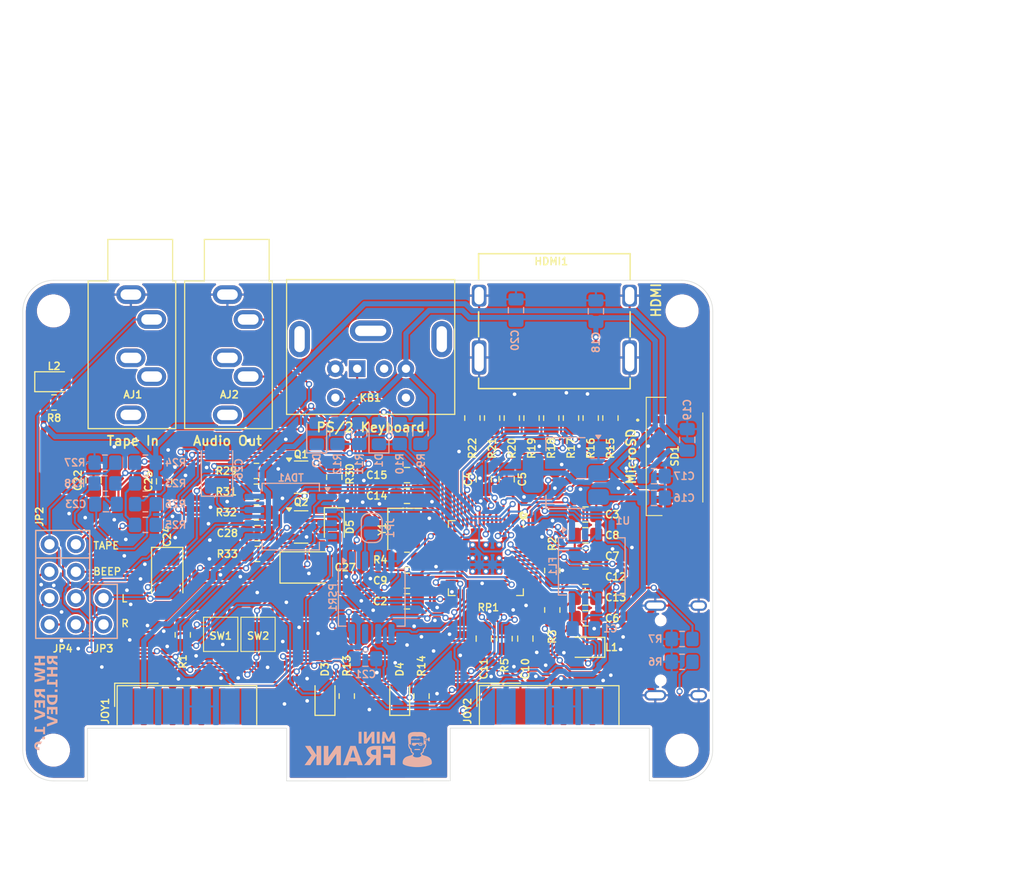
<source format=kicad_pcb>
(kicad_pcb (version 20240108) (generator "pcbnew") (generator_version "8.0")
  (title_block (title "MiniFRANK") (date "2025-01-12") (rev "2.0") (company "Mikhail Matveev") (comment 1 "https://github.com/xtremespb/frank"))
  (layers (0 "F.Cu" signal) (31 "B.Cu" signal) (34 "B.Paste" user) (35 "F.Paste" user) (36 "B.SilkS" user "B.Silkscreen") (37 "F.SilkS" user "F.Silkscreen") (38 "B.Mask" user) (39 "F.Mask" user) (44 "Edge.Cuts" user))
  (net 0 "")
  (net 1 "GND")
  (net 2 "/Audio Out/L*")
  (net 3 "/Audio Out/L")
  (net 4 "Net-(RP1-VREG_VOUT)")
  (net 5 "+3V3")
  (net 6 "/RP2040/XIN")
  (net 7 "VBUS")
  (net 8 "/Audio Out/R*")
  (net 9 "/Audio Out/R")
  (net 10 "/PS2_CLK")
  (net 11 "/PS2_DATA")
  (net 12 "/GP1_DATA")
  (net 13 "/GP2_DATA")
  (net 14 "Net-(C15-Pad1)")
  (net 15 "/RP2040/QSPI_SS")
  (net 16 "Net-(D5-A)")
  (net 17 "Net-(D5-K)")
  (net 21 "/GP_J3")
  (net 22 "Net-(JOY1-Pad2)")
  (net 23 "/GP_J4")
  (net 28 "Net-(JOY2-Pad2)")
  (net 30 "Net-(Q1-B)")
  (net 31 "/LOAD_IN_D")
  (net 32 "/Audio Out/FLT")
  (net 33 "Net-(JP1-A)")
  (net 34 "Net-(KB1-Pad5)")
  (net 35 "Net-(KB1-Pad1)")
  (net 38 "Net-(L1-A)")
  (net 39 "Net-(L2-A)")
  (net 40 "Net-(RP1-USB_DP)")
  (net 41 "/D+")
  (net 42 "/D-")
  (net 43 "Net-(RP1-USB_DM)")
  (net 44 "/RP2040/~{USB_BOOT}")
  (net 45 "/RP2040/GPIO25")
  (net 46 "/RP2040/XOUT")
  (net 47 "Net-(USB1-CC1)")
  (net 48 "Net-(USB1-CC2)")
  (net 49 "/HDMI_D0N")
  (net 50 "/SD_DAT0")
  (net 51 "/SD_CLK")
  (net 52 "/SD_DAT3")
  (net 53 "/SD_CMD")
  (net 54 "Net-(HDMI1-D0N)")
  (net 55 "Net-(HDMI1-D2N)")
  (net 56 "/HDMI_D2N")
  (net 57 "/RP2040/SWD")
  (net 58 "/RUN")
  (net 59 "/RP2040/QSPI_SCLK")
  (net 60 "Net-(HDMI1-CLKN)")
  (net 61 "/HDMI_CLKN")
  (net 62 "/HDMI_D0P")
  (net 63 "/RP2040/GPIO29")
  (net 64 "Net-(HDMI1-D0P)")
  (net 65 "/Micro SD/DAT2")
  (net 66 "/Micro SD/POL")
  (net 67 "/Micro SD/DET")
  (net 68 "/Micro SD/DAT1")
  (net 71 "/HDMI_D1N")
  (net 72 "Net-(HDMI1-D1N)")
  (net 73 "Net-(HDMI1-D2P)")
  (net 74 "/HDMI_D2P")
  (net 75 "Net-(HDMI1-CLKP)")
  (net 76 "/HDMI_CLKP")
  (net 77 "/HDMI_D1P")
  (net 78 "Net-(HDMI1-D1P)")
  (net 84 "/Audio Out/RIGHT_TDA")
  (net 85 "/PSR_SOSIO")
  (net 88 "/PSR_SCLK")
  (net 89 "/PSR_SISIO")
  (net 90 "/PSR_CE")
  (net 91 "/RP2040/QSPI_SD2")
  (net 92 "/RP2040/GPIO23")
  (net 93 "/RP2040/QSPI_SD0")
  (net 94 "/RP2040/QSPI_SD3")
  (net 95 "/RP2040/GPIO24")
  (net 96 "/RP2040/QSPI_SD1")
  (net 97 "/RP2040/SWCLK")
  (net 98 "/Audio Out/LEFT_TDA")
  (net 99 "/Audio Out/LEFT_OUT")
  (net 100 "/Audio Out/RIGHT_OUT")
  (net 101 "/Audio Out/BEEP_OUT")
  (net 102 "/AUDIO_B")
  (net 103 "/AUDIO_R")
  (net 104 "/AUDIO_L")
  (net 105 "/Tape In/LOAD_IN_D")
  (net 109 "Net-(C23-Pad2)")
  (net 110 "Net-(C24-Pad1)")
  (net 111 "Net-(C27-Pad1)")
  (footprint "LIBS:C_0805" (layer "F.Cu") (at 191.8 78 90)
    (property "Reference" "C4")
    (property "Value" "100n")
  )
  (footprint "LIBS:R_0805" (layer "F.Cu") (at 170 85.2 180)
    (property "Reference" "R33")
    (property "Value" "330R")
  )
  (footprint "LIBS:R_0805" (layer "F.Cu") (at 150.4 70.6 180)
    (property "Reference" "R8")
    (property "Value" "1K")
  )
  (footprint "LIBS:C_0805" (layer "F.Cu") (at 170 83.2 180)
    (property "Reference" "C28")
    (property "Value" "10n")
  )
  (footprint "LIBS:R_0805" (layer "F.Cu") (at 177.4 77.8 -90)
    (property "Reference" "R30")
    (property "Value" "2K")
  )
  (footprint "LIBS:PinHeader_1x02" (layer "F.Cu") (at 155.162 91.998 180)
    (property "Reference" "JP3")
    (property "Value" "I2S")
  )
  (footprint "LIBS:Q_SOT-23" (layer "F.Cu") (at 174.2 77.8)
    (property "Reference" "Q1")
    (property "Value" "BC850")
  )
  (footprint "LIBS:R_0805" (layer "F.Cu") (at 196.4 72.1 -90)
    (property "Reference" "R19")
    (property "Value" "270R")
  )
  (footprint "LIBS:D_0805" (layer "F.Cu") (at 176.5 98.9 90)
    (property "Reference" "D3")
    (property "Value" "3V3")
  )
  (footprint "LIBS:Button_SMD_3x3x2" (layer "F.Cu") (at 171.7 91.3 -90)
    (property "Reference" "SW2")
    (property "Value" "Reset Button" (hide yes))
  )
  (footprint "LIBS:microsd" (layer "F.Cu") (at 210.2 75.8 90)
    (property "Reference" "SD1")
    (property "Value" "47571-0001" (hide yes))
  )
  (footprint "LIBS:R_0805" (layer "F.Cu") (at 169.9 81.2)
    (property "Reference" "R32")
    (property "Value" "1K")
  )
  (footprint "LIBS:MountingHole_2.7" (layer "F.Cu") (at 150.339 61.774)
    (property "Reference" "H1" (hide yes))
    (property "Value" "MountingHole")
  )
  (footprint "LIBS:R_0805" (layer "F.Cu") (at 193.8 93.3625 90)
    (property "Reference" "R5")
    (property "Value" "1K")
  )
  (footprint "LIBS:DSUB-9" (layer "F.Cu") (at 198.1 99.9)
    (property "Reference" "JOY2")
    (property "Value" "Joystick")
  )
  (footprint "LIBS:C_0805" (layer "F.Cu") (at 184.4 79.6 180)
    (property "Reference" "C14")
    (property "Value" "15p")
  )
  (footprint "LIBS:Connector_Mini-DIN_Female_6Pin_2rows" (layer "F.Cu") (at 179.6 67.344 180)
    (property "Reference" "KB1")
    (property "Value" "PS/2")
  )
  (footprint "LIBS:C_0805" (layer "F.Cu") (at 195.8 93.3625 -90)
    (property "Reference" "C10")
    (property "Value" "100n")
  )
  (footprint "LIBS:C_0805" (layer "F.Cu") (at 201.6 83.4)
    (property "Reference" "C8")
    (property "Value" "100n")
  )
  (footprint "LIBS:R_0805" (layer "F.Cu") (at 198.4 86.8 -90)
    (property "Reference" "R2")
    (property "Value" "27R")
  )
  (footprint "LIBS:R_0805" (layer "F.Cu") (at 202.1 72.1 -90)
    (property "Reference" "R16")
    (property "Value" "270R")
  )
  (footprint "LIBS:R_0805" (layer "F.Cu") (at 184.4 85.768 180)
    (property "Reference" "R4")
    (property "Value" "1K")
  )
  (footprint "LIBS:MountingHole_2.7" (layer "F.Cu") (at 150.339 104.113)
    (property "Reference" "H4" (hide yes))
    (property "Value" "MountingHole")
  )
  (footprint "LIBS:Q_SOT-23" (layer "F.Cu") (at 174.2 82.6)
    (property "Reference" "Q2")
    (property "Value" "BC850")
  )
  (footprint "LIBS:R_0805" (layer "F.Cu") (at 169.9 79.2 180)
    (property "Reference" "R31")
    (property "Value" "2K")
  )
  (footprint "LIBS:D_0805" (layer "F.Cu") (at 177.4 82.6 -90)
    (property "Reference" "D5")
    (property "Value" "4148")
  )
  (footprint "LIBS:C_0805" (layer "F.Cu") (at 161 78.2 90)
    (property "Reference" "C25")
    (property "Value" "10n")
  )
  (footprint "LIBS:R_0805" (layer "F.Cu") (at 204 72.1 -90)
    (property "Reference" "R15")
    (property "Value" "270R")
  )
  (footprint "LIBS:RP2040-QFN-56" (layer "F.Cu") (at 192 85.6 -90)
    (property "Reference" "RP1")
    (property "Value" "RP2040")
  )
  (footprint "LIBS:Jack_3.5mm" (layer "F.Cu") (at 167.1 60.2)
    (property "Reference" "AJ2")
    (property "Value" "Audio Out")
  )
  (footprint "LIBS:D_0805" (layer "F.Cu") (at 183.7 98.9 90)
    (property "Reference" "D4")
    (property "Value" "3V3")
  )
  (footprint "LIBS:CT_3528" (layer "F.Cu") (at 174.8 86.5)
    (property "Reference" "C27")
    (property "Value" "10u")
  )
  (footprint "LIBS:C_0805" (layer "F.Cu") (at 201.6 91.4)
    (property "Reference" "C6")
    (property "Value" "100n")
  )
  (footprint "LIBS:R_0805" (layer "F.Cu") (at 198.3 72.1 -90)
    (property "Reference" "R18")
    (property "Value" "270R")
  )
  (footprint "LIBS:C_0805" (layer "F.Cu") (at 184.4 89.768 180)
    (property "Reference" "C2")
    (property "Value" "100n")
  )
  (footprint "LIBS:Jack_3.5mm" (layer "F.Cu") (at 157.8 60.2)
    (property "Reference" "AJ1")
    (property "Value" "Audio IN")
  )
  (footprint "LIBS:C_0805" (layer "F.Cu") (at 201.6 87.4)
    (property "Reference" "C12")
    (property "Value" "1u")
  )
  (footprint "LIBS:R_0805" (layer "F.Cu") (at 200.2 72.1 -90)
    (property "Reference" "R17")
    (property "Value" "270R")
  )
  (footprint "LIBS:R_0805" (layer "F.Cu") (at 162.8 93 90)
    (property "Reference" "R1")
    (property "Value" "1K")
  )
  (footprint "LIBS:R_0805" (layer "F.Cu") (at 190.7 72.1 -90)
    (property "Reference" "R22")
    (property "Value" "270R")
  )
  (footprint "LIBS:DSUB-9" (layer "F.Cu") (at 163.2 99.9)
    (property "Reference" "JOY1")
    (property "Value" "Joystick")
  )
  (footprint "LIBS:MountingHole_2.7" (layer "F.Cu") (at 210.9 104.113)
    (property "Reference" "H3" (hide yes))
    (property "Value" "MountingHole")
  )
  (footprint "LIBS:R_0805" (layer "F.Cu") (at 185.8 98.9 90)
    (property "Reference" "R14")
    (property "Value" "1K")
  )
  (footprint "LIBS:C_0805" (layer "F.Cu") (at 201.6 85.4)
    (property "Reference" "C7")
    (property "Value" "100n")
  )
  (footprint "LIBS:L_0805" (layer "F.Cu") (at 201.6 94.2 180)
    (property "Reference" "L1")
    (property "Value" "LED")
  )
  (footprint "LIBS:R_0805" (layer "F.Cu") (at 194.5 72.1 -90)
    (property "Reference" "R20")
    (property "Value" "270R")
  )
  (footprint "LIBS:HDMI" (layer "F.Cu") (at 198.6 66.26 180)
    (property "Reference" "HDMI1")
    (property "Value" "HDMI")
  )
  (footprint "LIBS:C_0805" (layer "F.Cu") (at 201.6 89.4)
    (property "Reference" "C13")
    (property "Value" "1u")
  )
  (footprint "LIBS:C_0805" (layer "F.Cu") (at 184.4 87.768 180)
    (property "Reference" "C9")
    (property "Value" "100n")
  )
  (footprint "LIBS:L_0805" (layer "F.Cu") (at 150.4 68.6)
    (property "Reference" "L2")
    (property "Value" "GREEN")
  )
  (footprint "LIBS:R_0805" (layer "F.Cu") (at 169.9 77.2)
    (property "Reference" "R29")
    (property "Value" "330R")
  )
  (footprint "LIBS:PinHeader_1x02" (layer "F.Cu") (at 152.5 84.271 -90)
    (property "Reference" "JP2")
    (property "Value" "I2S")
  )
  (footprint "LIBS:CT_3528" (layer "F.Cu") (at 161.3 87.2 -90)
    (property "Reference" "C24")
    (property "Value" "10u")
  )
  (footprint "LIBS:USB-TYPE-C-31-M-12_lib2" (layer "F.Cu") (at 215.1 94.5 90)
    (property "Reference" "USB1")
    (property "Value" "USB Type C")
  )
  (footprint "LIBS:CR_3225" (layer "F.Cu") (at 184.2 82.8 -90)
    (property "Reference" "Y1")
    (property "Value" "12 MHz")
  )
  (footprint "LIBS:R_0805" (layer "F.Cu") (at 198.4 90.6 90)
    (property "Reference" "R3")
    (property "Value" "27R")
  )
  (footprint "LIBS:C_0805" (layer "F.Cu") (at 191.8 93.3625 -90)
    (property "Reference" "C11")
    (property "Value" "100n")
  )
  (footprint "LIBS:C_0805" (layer "F.Cu") (at 154.2 78.1 90)
    (property "Reference" "C22")
    (property "Value" "100n")
  )
  (footprint "LIBS:PinHeader_2x03" (layer "F.Cu") (at 152.5 92 180)
    (property "Reference" "JP4")
    (property "Value" "Audio Jumpers")
  )
  (footprint "LIBS:Button_SMD_3x3x2" (layer "F.Cu") (at 168.1 91.3 -90)
    (property "Reference" "SW1")
    (property "Value" "Flash Button" (hide yes))
  )
  (footprint "LIBS:C_0805" (layer "F.Cu") (at 194 78 90)
    (property "Reference" "C5")
    (property "Value" "100n")
  )
  (footprint "LIBS:R_0805" (layer "F.Cu") (at 178.6 98.9 90)
    (property "Reference" "R13")
    (property "Value" "1K")
  )
  (footprint "LIBS:C_0805" (layer "F.Cu") (at 184.4 77.6)
    (property "Reference" "C15")
    (property "Value" "15p")
  )
  (footprint "LIBS:R_0805" (layer "F.Cu") (at 192.6 72.1 -90)
    (property "Reference" "R21")
    (property "Value" "270R")
  )
  (footprint "LIBS:MountingHole_2.7" (layer "F.Cu") (at 210.9 61.774)
    (property "Reference" "H2" (hide yes))
    (property "Value" "MountingHole")
  )
  (footprint "LIBS:C_0805" (layer "F.Cu") (at 201.6 81.4)
    (property "Reference" "C3")
    (property "Value" "100n")
  )
  (footprint "LIBS:D_0805" (layer "B.Cu") (at 181.7 73.6 90)
    (property "Reference" "D1")
    (property "Value" "3V3")
  )
  (footprint "LIBS:C_0805" (layer "B.Cu") (at 202.6 61.8 90)
    (property "Reference" "C18")
    (property "Value" "100n")
  )
  (footprint "LIBS:SO_4x4" (layer "B.Cu") (at 202.2 86.4 -90)
    (property "Reference" "FL1")
    (property "Value" "W25Q128JVS")
  )
  (footprint "LIBS:SO_4x4" (layer "B.Cu") (at 181 89.4 -90)
    (property "Reference" "PSR1")
    (property "Value" "PSRAM")
  )
  (footprint "LIBS:SOT-223" (layer "B.Cu") (at 199.7 77.4 180)
    (property "Reference" "U1")
    (property "Value" "NCP1117-3.3_SOT223")
  )
  (footprint "LIBS:Jumper_S" (layer "B.Cu") (at 181 82.7 90)
    (property "Reference" "JP1")
    (property "Value" "JMP PSRAM")
  )
  (footprint "LIBS:R_0805" (layer "B.Cu") (at 210.9 93.4)
    (property "Reference" "R7")
    (property "Value" "5.1K")
  )
  (footprint "LIBS:SO_4x4" (layer "B.Cu") (at 173.2 81.6 180)
    (property "Reference" "TDA1")
    (property "Value" "TDA1387T")
  )
  (footprint "LIBS:C_0805" (layer "B.Cu") (at 180.4 95.3)
    (property "Reference" "C21")
    (property "Value" "100n")
  )
  (footprint "LIBS:CT_3528" (layer "B.Cu") (at 166.1 77 90)
    (property "Reference" "C26")
    (property "Value" "10u")
  )
  (footprint "LIBS:R_0805" (layer "B.Cu") (at 155.3 76.4 180)
    (property "Reference" "R27")
    (property "Value" "100R")
  )
  (footprint "LIBS:R_0805" (layer "B.Cu") (at 159.2 78.4 180)
    (property "Reference" "R23")
    (property "Value" "10K")
  )
  (footprint "LIBS:R_0805" (layer "B.Cu") (at 155.3 78.4 180)
    (property "Reference" "R28")
    (property "Value" "1K")
  )
  (footprint "LIBS:D_0805" (layer "B.Cu") (at 175.7 73.6 90)
    (property "Reference" "D2")
    (property "Value" "3V3")
  )
  (footprint "LIBS:R_0805" (layer "B.Cu") (at 177.7 73.6 -90)
    (property "Reference" "R12")
    (property "Value" "1K")
  )
  (footprint "LIBS:R_0805" (layer "B.Cu") (at 179.8 73.6 90)
    (property "Reference" "R11")
    (property "Value" "100R")
  )
  (footprint "LIBS:R_0805" (layer "B.Cu") (at 159.2 82.4)
    (property "Reference" "R25")
    (property "Value" "10K")
  )
  (footprint "LIBS:R_0805" (layer "B.Cu") (at 159.2 80.4 180)
    (property "Reference" "R26")
    (property "Value" "10K")
  )
  (footprint "LIBS:C_0805" (layer "B.Cu") (at 208.2 77.7)
    (property "Reference" "C17")
    (property "Value" "10u")
  )
  (footprint "LIBS:C_0805" (layer "B.Cu") (at 211.4 74.2 -90)
    (property "Reference" "C19")
    (property "Value" "100n")
  )
  (footprint "LIBS:R_0805" (layer "B.Cu") (at 185.7 73.6 90)
    (property "Reference" "R9")
    (property "Value" "1K")
  )
  (footprint "LIBS:C_0805" (layer "B.Cu") (at 201.4 92.4)
    (property "Reference" "C1")
    (property "Value" "100n")
  )
  (footprint "LIBS:R_0805" (layer "B.Cu") (at 210.9 95.6)
    (property "Reference" "R6")
    (property "Value" "5.1K")
  )
  (footprint "LIBS:R_0805" (layer "B.Cu") (at 183.7 73.6 -90)
    (property "Reference" "R10")
    (property "Value" "100R")
  )
  (footprint "LIBS:C_0805" (layer "B.Cu") (at 208.2 79.8)
    (property "Reference" "C16")
    (property "Value" "10u")
  )
  (footprint "LIBS:R_0805" (layer "B.Cu") (at 159.2 76.4 180)
    (property "Reference" "R24")
    (property "Value" "1K")
  )
  (footprint "LIBS:C_0805" (layer "B.Cu") (at 155.4 80.4 180)
    (property "Reference" "C23")
    (property "Value" "100n")
  )
  (footprint "LIBS:C_0805" (layer "B.Cu") (at 194.9 61.7 90)
    (property "Reference" "C20")
    (property "Value" "100n")
  )
  (gr_poly (pts (xy 186.160309 102.983767) (xy 186.15717 102.98414) (xy 186.154075 102.984754) (xy 186.15103 102.985603) (xy 186.148037 102.986681) (xy 186.145102 102.987981) (xy 186.142227 102.989498) (xy 186.139417 102.991225) (xy 186.136675 102.993156) (xy 186.134006 102.995285) (xy 186.128901 103.000112) (xy 186.124133 103.005656) (xy 186.119734 103.011869) (xy 186.115735 103.018699) (xy 186.112167 103.0261) (xy 186.109062 103.034019) (xy 186.106451 103.042409) (xy 186.104366 103.05122) (xy 186.102837 103.060403) (xy 186.101897 103.069907) (xy 186.101577 103.079685) (xy 186.101658 103.08464) (xy 186.101897 103.089532) (xy 186.102292 103.094353) (xy 186.102837 103.099097) (xy 186.10353 103.103759) (xy 186.104366 103.108333) (xy 186.105341 103.112812) (xy 186.106451 103.117189) (xy 186.107693 103.12146) (xy 186.109062 103.125618) (xy 186.110555 103.129656) (xy 186.112167 103.13357) (xy 186.113895 103.137352) (xy 186.115735 103.140996) (xy 186.117682 103.144497) (xy 186.119734 103.147848) (xy 186.121886 103.151043) (xy 186.124133 103.154077) (xy 186.126473 103.156942) (xy 186.128901 103.159633) (xy 186.131413 103.162144) (xy 186.134006 103.164469) (xy 186.136675 103.166601) (xy 186.139417 103.168535) (xy 186.142227 103.170264) (xy 186.145102 103.171783) (xy 186.148037 103.173084) (xy 186.15103 103.174163) (xy 186.154075 103.175012) (xy 186.15717 103.175626) (xy 186.160309 103.176) (xy 186.16349 103.176125) (xy 186.188493 103.176125) (xy 186.188493 102.983641) (xy 186.16349 102.983641)) (stroke (width -0.000001)) (fill solid) (layer "B.SilkS"))
  (gr_poly (pts (xy 186.231752 103.175728) (xy 186.324621 103.175728) (xy 186.324621 102.983641) (xy 186.231752 102.983641)) (stroke (width -0.000001)) (fill solid) (layer "B.SilkS"))
  (gr_poly (pts (xy 186.448843 102.983641) (xy 186.37423 102.983641) (xy 186.37423 103.176125) (xy 186.448843 103.176125) (xy 186.448843 103.256691) (xy 186.591321 103.256691) (xy 186.591321 102.896725) (xy 186.448843 102.896725)) (stroke (width -0.000001)) (fill solid) (layer "B.SilkS"))
  (gr_poly (pts (xy 176.825021 104.807281) (xy 176.825021 103.7) (xy 176.384489 103.7) (xy 176.384489 105.561344) (xy 176.825022 105.561344) (xy 177.594959 104.454063) (xy 177.594959 105.561344) (xy 178.03549 105.561344) (xy 178.03549 103.7) (xy 177.594958 103.7)) (stroke (width -0.000001)) (fill solid) (layer "B.SilkS"))
  (gr_poly (pts (xy 178.245834 105.561344) (xy 178.718115 105.561344) (xy 178.841146 105.200187) (xy 179.551552 105.200187) (xy 179.666646 105.561344) (xy 180.138927 105.561344) (xy 179.869407 104.839031) (xy 179.436459 104.839031) (xy 178.960208 104.839031) (xy 179.198334 104.053219) (xy 179.436459 104.839031) (xy 179.869407 104.839031) (xy 179.444396 103.7) (xy 178.940365 103.7)) (stroke (width -0.000001)) (fill solid) (layer "B.SilkS"))
  (gr_poly (pts (xy 180.523896 103.017375) (xy 180.523896 102.338719) (xy 180.254021 102.338719) (xy 180.254021 103.473781) (xy 180.523896 103.473781) (xy 180.992208 102.795125) (xy 180.992208 103.473781) (xy 181.262083 103.473781) (xy 181.262083 102.338719) (xy 180.992208 102.338719)) (stroke (width -0.000001)) (fill solid) (layer "B.SilkS"))
  (gr_poly (pts (xy 181.249312 103.700305) (xy 181.208812 103.701805) (xy 181.168391 103.704496) (xy 181.128076 103.708375) (xy 181.087893 103.71344) (xy 181.047867 103.719688) (xy 181.008026 103.727115) (xy 180.968396 103.735719) (xy 180.951315 103.739849) (xy 180.934337 103.744331) (xy 180.917467 103.749164) (xy 180.900711 103.754345) (xy 180.884074 103.759872) (xy 180.867561 103.765742) (xy 180.851178 103.771955) (xy 180.834929 103.778506) (xy 180.818821 103.785395) (xy 180.802858 103.792619) (xy 180.787045 103.800176) (xy 180.771389 103.808063) (xy 180.755893 103.816279) (xy 180.740565 103.824821) (xy 180.725408 103.833687) (xy 180.710428 103.842875) (xy 180.697351 103.851786) (xy 180.684563 103.861065) (xy 180.67207 103.870705) (xy 180.659881 103.880698) (xy 180.648001 103.891036) (xy 180.636438 103.901713) (xy 180.625198 103.912721) (xy 180.61429 103.924052) (xy 180.603719 103.935699) (xy 180.593493 103.947654) (xy 180.583619 103.95991) (xy 180.574104 103.972459) (xy 180.564954 103.985294) (xy 180.556178 103.998407) (xy 180.547781 104.011791) (xy 180.539771 104.025438) (xy 180.532646 104.04112) (xy 180.525965 104.056972) (xy 180.51973 104.072983) (xy 180.513943 104.089144) (xy 180.508606 104.105447) (xy 180.503723 104.12188) (xy 180.499293 104.138436) (xy 180.495321 104.155103) (xy 180.491807 104.171873) (xy 180.488755 104.188737) (xy 180.486165 104.205684) (xy 180.484041 104.222706) (xy 180.482384 104.239792) (xy 180.481197 104.256933) (xy 180.480482 104.274121) (xy 180.48024 104.291344) (xy 180.480355 104.313208) (xy 180.481352 104.334986) (xy 180.483223 104.356653) (xy 180.48596 104.378184) (xy 180.489554 104.399554) (xy 180.493999 104.420737) (xy 180.499285 104.441709) (xy 180.505405 104.462444) (xy 180.512351 104.482917) (xy 180.520115 104.503103) (xy 180.528688 104.522977) (xy 180.538064 104.542513) (xy 180.548234 104.561687) (xy 180.55919 104.580473) (xy 180.570924 104.598847) (xy 180.583428 104.616782) (xy 180.598006 104.63457) (xy 180.613168 104.651795) (xy 180.628896 104.668447) (xy 180.645173 104.684513) (xy 180.661983 104.69998) (xy 180.679307 104.714837) (xy 180.69713 104.729071) (xy 180.715433 104.74267) (xy 180.7342 104.755622) (xy 180.753414 104.767914) (xy 180.773057 104.779534) (xy 180.793113 104.790469) (xy 180.813563 104.800709) (xy 180.834392 104.810239) (xy 180.855581 104.819048) (xy 180.877115 104.827125) (xy 180.265927 105.557375) (xy 180.82949 105.557375) (xy 181.341458 104.910469) (xy 181.424802 104.910469) (xy 181.424802 105.557375) (xy 181.881209 105.557375) (xy 181.881209 104.053219) (xy 181.428771 104.053219) (xy 181.428771 104.577094) (xy 181.317645 104.577094) (xy 181.294903 104.576815) (xy 181.272811 104.575978) (xy 181.251371 104.574582) (xy 181.230581 104.572629) (xy 181.210443 104.570118) (xy 181.190956 104.567048) (xy 181.17212 104.56342) (xy 181.153935 104.559235) (xy 181.136401 104.554491) (xy 181.119518 104.549189) (xy 181.103287 104.543329) (xy 181.087706 104.53691) (xy 181.072777 104.529934) (xy 181.058499 104.5224) (xy 181.044872 104.514307) (xy 181.031896 104.505657) (xy 181.025406 104.501376) (xy 181.019091 104.496901) (xy 181.012953 104.492237) (xy 181.006995 104.487389) (xy 181.00122 104.482363) (xy 180.99563 104.477164) (xy 180.990228 104.471798) (xy 180.985018 104.46627) (xy 180.980002 104.460586) (xy 180.975183 104.454751) (xy 180.966148 104.442651) (xy 180.957934 104.430012) (xy 180.950564 104.41688) (xy 180.944062 104.403297) (xy 180.93845 104.389307) (xy 180.933751 104.374955) (xy 180.931751 104.367656) (xy 180.929987 104.360283) (xy 180.928463 104.352842) (xy 180.927181 104.345337) (xy 180.926145 104.337774) (xy 180.925357 104.330158) (xy 180.924819 104.322496) (xy 180.924535 104.314792) (xy 180.924508 104.307052) (xy 180.924741 104.299281) (xy 180.924739 104.299281) (xy 180.924316 104.285091) (xy 180.924885 104.271031) (xy 180.926423 104.257148) (xy 180.928908 104.243485) (xy 180.932315 104.230085) (xy 180.936621 104.216994) (xy 180.941802 104.204255) (xy 180.947836 104.191913) (xy 180.954698 104.180011) (xy 180.962365 104.168595) (xy 180.970814 104.157707) (xy 180.980021 104.147393) (xy 180.989962 104.137695) (xy 181.000614 104.12866) (xy 181.011954 104.12033) (xy 181.023959 104.11275) (xy 181.03985 104.104677) (xy 181.055975 104.09717) (xy 181.07232 104.09023) (xy 181.088867 104.083862) (xy 181.105603 104.078069) (xy 181.122512 104.072854) (xy 181.13958 104.06822) (xy 181.15679 104.064171) (xy 181.174128 104.060709) (xy 181.191579 104.057839) (xy 181.209128 104.055564) (xy 181.226758 104.053886) (xy 181.244456 104.052809) (xy 181.262206 104.052337) (xy 181.279993 104.052472) (xy 181.297802 104.053219) (xy 181.428771 104.053219) (xy 181.881209 104.053219) (xy 181.881209 103.7) (xy 181.289865 103.7)) (stroke (width -0.000001)) (fill solid) (layer "B.SilkS"))
  (gr_poly (pts (xy 185.104291 102.35987) (xy 185.043993 102.363298) (xy 184.987815 102.368641) (xy 184.935609 102.37578) (xy 184.887233 102.384595) (xy 184.842539 102.394967) (xy 184.801382 102.406777) (xy 184.763618 102.419904) (xy 184.7291 102.434231) (xy 184.697684 102.449637) (xy 184.669224 102.466004) (xy 184.643574 102.483211) (xy 184.620589 102.50114) (xy 184.600123 102.519671) (xy 184.582032 102.538686) (xy 184.566169 102.558064) (xy 184.55239 102.577686) (xy 184.540549 102.597433) (xy 184.530501 102.617186) (xy 184.522099 102.636825) (xy 184.5152 102.656231) (xy 184.509656 102.675285) (xy 184.505324 102.693868) (xy 184.49971 102.72914) (xy 184.497195 102.761094) (xy 184.496615 102.788775) (xy 184.49819 102.846756) (xy 184.502444 102.929368) (xy 184.516161 103.136636) (xy 184.53211 103.346881) (xy 184.544637 103.496403) (xy 184.544019 103.497092) (xy 184.543421 103.497798) (xy 184.542844 103.49852) (xy 184.542287 103.499257) (xy 184.541751 103.50001) (xy 184.541236 103.500778) (xy 184.540743 103.50156) (xy 184.540271 103.502357) (xy 184.537547 103.508026) (xy 184.534999 103.513765) (xy 184.532629 103.519571) (xy 184.530439 103.525439) (xy 184.528428 103.531366) (xy 184.526597 103.537346) (xy 184.524949 103.543376) (xy 184.523483 103.549451) (xy 184.5222 103.555568) (xy 184.521103 103.561722) (xy 184.52019 103.567909) (xy 184.519464 103.574125) (xy 184.518925 103.580366) (xy 184.518575 103.586627) (xy 184.518414 103.592905) (xy 184.518443 103.599194) (xy 184.518934 103.613415) (xy 184.519927 103.627595) (xy 184.521419 103.641724) (xy 184.523409 103.655786) (xy 184.525894 103.669769) (xy 184.528873 103.68366) (xy 184.532343 103.697446) (xy 184.536302 103.711113) (xy 184.542814 103.735793) (xy 184.549941 103.76029) (xy 184.557677 103.784593) (xy 184.566018 103.808691) (xy 184.574961 103.832573) (xy 184.584502 103.856226) (xy 184.594635 103.87964) (xy 184.605358 103.902803) (xy 184.609386 103.910665) (xy 184.613643 103.91839) (xy 184.618124 103.925972) (xy 184.622825 103.933409) (xy 184.627743 103.940694) (xy 184.632874 103.947824) (xy 184.638214 103.954793) (xy 184.643759 103.961598) (xy 184.649506 103.968234) (xy 184.655451 103.974696) (xy 184.661589 103.980979) (xy 184.667917 103.98708) (xy 184.674431 103.992993) (xy 184.681128 103.998715) (xy 184.688003 104.004239) (xy 184.695052 104.009563) (xy 184.699539 104.012451) (xy 184.704079 104.015252) (xy 184.70867 104.017966) (xy 184.713312 104.020592) (xy 184.718003 104.023129) (xy 184.722742 104.025577) (xy 184.727528 104.027934) (xy 184.732358 104.0302) (xy 184.733192 104.047565) (xy 184.734327 104.064909) (xy 184.735763 104.082228) (xy 184.737499 104.099519) (xy 184.739535 104.116776) (xy 184.741871 104.133997) (xy 184.744506 104.151177) (xy 184.74744 104.168313) (xy 184.750397 104.184304) (xy 184.75376 104.200207) (xy 184.757529 104.216013) (xy 184.761699 104.231715) (xy 184.766271 104.247305) (xy 184.77124 104.262776) (xy 184.776605 104.27812) (xy 184.782365 104.293328) (xy 184.786746 104.302373) (xy 184.791436 104.311237) (xy 184.796427 104.319913) (xy 184.801713 104.328394) (xy 184.807288 104.336672) (xy 184.813147 104.344742) (xy 184.819282 104.352596) (xy 184.825688 104.360227) (xy 184.832359 104.367627) (xy 184.839289 104.37479) (xy 184.84647 104.381709) (xy 184.853898 104.388376) (xy 184.861566 104.394785) (xy 184.869468 104.400929) (xy 184.877598 104.4068) (xy 184.885949 104.412391) (xy 184.906555 104.425748) (xy 184.91601 104.431994) (xy 184.924892 104.437989) (xy 184.933198 104.443761) (xy 184.940922 104.449337) (xy 184.948061 104.454746) (xy 184.954608 104.460016) (xy 184.954608 104.477875) (xy 184.954383 104.479933) (xy 184.954078 104.481975) (xy 184.953693 104.483998) (xy 184.95323 104.486001) (xy 184.95269 104.487981) (xy 184.952073 104.489936) (xy 184.951381 104.491864) (xy 184.950614 104.493763) (xy 184.949774 104.495631) (xy 184.948861 104.497465) (xy 184.947876 104.499263) (xy 184.946821 104.501023) (xy 184.945695 104.502743) (xy 184.9445 104.504421) (xy 184.943238 104.506054) (xy 184.941908 104.507641) (xy 184.939251 104.510754) (xy 184.936541 104.513819) (xy 184.933779 104.516835) (xy 184.930967 104.519801) (xy 184.928104 104.522717) (xy 184.925192 104.525582) (xy 184.92223 104.528395) (xy 184.919221 104.531157) (xy 184.916163 104.533865) (xy 184.913059 104.53652) (xy 184.909909 104.539122) (xy 184.906713 104.541668) (xy 184.903473 104.54416) (xy 184.900188 104.546596) (xy 184.89686 104.548975) (xy 184.89349 104.551297) (xy 184.875715 104.56244) (xy 184.857603 104.572994) (xy 184.839168 104.582951) (xy 184.820426 104.592303) (xy 184.801391 104.601044) (xy 184.782078 104.609167) (xy 184.762502 104.616664) (xy 184.742677 104.623528) (xy 184.729782 104.628212) (xy 184.715566 104.632799) (xy 184.700122 104.637376) (xy 184.683543 104.642033) (xy 184.647353 104.651936) (xy 184.627928 104.657359) (xy 184.60774 104.663216) (xy 184.520923 104.688368) (xy 184.498033 104.695295) (xy 184.474799 104.702674) (xy 184.451286 104.710602) (xy 184.427559 104.719176) (xy 184.401468 104.728246) (xy 184.375828 104.738316) (xy 184.350666 104.749365) (xy 184.326006 104.761374) (xy 184.301874 104.774326) (xy 184.278297 104.788201) (xy 184.255301 104.802979) (xy 184.23291 104.818644) (xy 184.211152 104.835175) (xy 184.190051 104.852553) (xy 184.169634 104.870761) (xy 184.149926 104.889778) (xy 184.130953 104.909587) (xy 184.112742 104.930168) (xy 184.095317 104.951503) (xy 184.078706 104.973571) (xy 184.078705 104.973572) (xy 184.066934 104.992831) (xy 184.055916 105.012469) (xy 184.045658 105.032461) (xy 184.036165 105.052786) (xy 184.027445 105.073421) (xy 184.019503 105.094344) (xy 184.012345 105.115533) (xy 184.005978 105.136964) (xy 184.000408 105.158617) (xy 183.995641 105.180467) (xy 183.991683 105.202494) (xy 183.988541 105.224675) (xy 183.98622 105.246987) (xy 183.984727 105.269408) (xy 183.984068 105.291916) (xy 183.984249 105.314488) (xy 183.98441 105.333029) (xy 183.984943 105.351794) (xy 183.985373 105.361283) (xy 183.985923 105.370856) (xy 183.986604 105.380522) (xy 183.987424 105.390291) (xy 183.987745 105.39336) (xy 183.988166 105.396412) (xy 183.988687 105.399443) (xy 183.989306 105.402451) (xy 183.990022 105.405434) (xy 183.990835 105.40839) (xy 183.991743 105.411316) (xy 183.992747 105.414211) (xy 183.993845 105.41707) (xy 183.995036 105.419894) (xy 183.996319 105.422678) (xy 183.997694 105.42542) (xy 183.99916 105.42812) (xy 184.000715 105.430773) (xy 184.00236 105.433377) (xy 184.004092 105.435931) (xy 184.005683 105.438174) (xy 184.007309 105.440391) (xy 184.008968 105.442581) (xy 184.01066 105.444745) (xy 184.012386 105.446881) (xy 184.014144 105.448989) (xy 184.015935 105.45107) (xy 184.017758 105.453122) (xy 184.019613 105.455146) (xy 184.0215 105.45714) (xy 184.023418 105.459105) (xy 184.025366 105.46104) (xy 184.027345 105.462945) (xy 184.029354 105.46482) (xy 184.031393 105.466663) (xy 184.033461 105.468475) (xy 184.043412 105.476544) (xy 184.053596 105.484302) (xy 184.064006 105.491743) (xy 184.074634 105.498863) (xy 184.085474 105.505658) (xy 184.096517 105.512121) (xy 184.107757 105.51825) (xy 184.119186 105.524038) (xy 184.153917 105.540337) (xy 184.189036 105.555734) (xy 184.224526 105.570222) (xy 184.26037 105.583796) (xy 184.296549 105.596448) (xy 184.333046 105.608173) (xy 184.369842 105.618963) (xy 184.406922 105.628813) (xy 184.527737 105.65753) (xy 184.649321 105.682318) (xy 184.771577 105.703165) (xy 184.89441 105.720059) (xy 185.017723 105.732988) (xy 185.14142 105.741942) (xy 185.265406 105.746908) (xy 185.389583 105.747875) (xy 185.481097 105.746972) (xy 185.570288 105.744332) (xy 185.657063 105.740061) (xy 185.741332 105.734263) (xy 185.823004 105.727045) (xy 185.901987 105.718512) (xy 185.97819 105.708768) (xy 186.051521 105.697918) (xy 186.12189 105.686069) (xy 186.189205 105.673325) (xy 186.253375 105.659792) (xy 186.314308 105.645574) (xy 186.371914 105.630778) (xy 186.426101 105.615507) (xy 186.476778 105.599868) (xy 186.523853 105.583966) (xy 186.548528 105.575362) (xy 186.572929 105.566056) (xy 186.597042 105.556055) (xy 186.620852 105.545366) (xy 186.644344 105.533994) (xy 186.667503 105.521948) (xy 186.690315 105.509234) (xy 186.712765 105.495859) (xy 186.717275 105.492989) (xy 186.721712 105.490015) (xy 186.726072 105.486938) (xy 186.730355 105.48376) (xy 186.734558 105.480483) (xy 186.738681 105.477107) (xy 186.74272 105.473636) (xy 186.746675 105.47007) (xy 186.750544 105.46641) (xy 186.754325 105.462659) (xy 186.758016 105.458818) (xy 186.761617 105.454888) (xy 186.765124 105.450871) (xy 186.768538 105.446768) (xy 186.771855 105.442582) (xy 186.775074 105.438313) (xy 186.776877 105.43572) (xy 186.778592 105.433076) (xy 186.780219 105.430382) (xy 186.781757 105.42764) (xy 186.783205 105.424854) (xy 186.784561 105.422025) (xy 186.785826 105.419155) (xy 186.786998 105.416247) (xy 186.788077 105.413303) (xy 186.789061 105.410326) (xy 186.78995 105.407317) (xy 186.790742 105.404278) (xy 186.791438 105.401213) (xy 186.792035 105.398123) (xy 186.792534 105.395011) (xy 186.792933 105.391878) (xy 186.793981 105.38211) (xy 186.794769 105.372444) (xy 186.795333 105.362871) (xy 186.795711 105.353381) (xy 186.795941 105.343966) (xy 186.796059 105.334617) (xy 186.796108 105.316075) (xy 186.796187 105.298574) (xy 186.79579 105.281101) (xy 186.794919 105.263664) (xy 186.793576 105.246273) (xy 186.791763 105.228937) (xy 186.789482 105.211667) (xy 186.786734 105.194471) (xy 186.783523 105.177358) (xy 186.779848 105.160339) (xy 186.775713 105.143423) (xy 186.77112 105.126619) (xy 186.76607 105.109936) (xy 186.760565 105.093385) (xy 186.754607 105.076975) (xy 186.748198 105.060714) (xy 186.741339 105.044613) (xy 186.734947 105.031347) (xy 186.728207 105.018275) (xy 186.721124 105.005405) (xy 186.713703 104.992742) (xy 186.705948 104.980292) (xy 186.697866 104.968063) (xy 186.68946 104.956059) (xy 186.680735 104.944289) (xy 186.671697 104.932758) (xy 186.66235 104.921472) (xy 186.652698 104.910439) (xy 186.642748 104.899663) (xy 186.632503 104.889153) (xy 186.621969 104.878913) (xy 186.61115 104.868951) (xy 186.600052 104.859272) (xy 186.579296 104.843422) (xy 186.558151 104.828153) (xy 186.536628 104.813469) (xy 186.514741 104.799378) (xy 186.492501 104.785886) (xy 186.469921 104.772997) (xy 186.447013 104.760719) (xy 186.423791 104.749058) (xy 186.400267 104.73802) (xy 186.376452 104.72761) (xy 186.352361 104.717835) (xy 186.328004 104.7087) (xy 186.303395 104.700213) (xy 186.278547 104.692379) (xy 186.253471 104.685204) (xy 186.22818 104.678694) (xy 186.17116 104.663061) (xy 186.119089 104.649176) (xy 186.095432 104.642739) (xy 186.073641 104.636557) (xy 186.053923 104.63057) (xy 186.036489 104.624719) (xy 186.021454 104.619393) (xy 186.006549 104.613727) (xy 185.991782 104.607723) (xy 185.977158 104.601384) (xy 185.962682 104.594713) (xy 185.948361 104.587711) (xy 185.9342 104.580382) (xy 185.920205 104.572728) (xy 185.914329 104.569622) (xy 185.908536 104.566379) (xy 185.902826 104.563001) (xy 185.897203 104.559491) (xy 185.891668 104.555849) (xy 185.886223 104.552078) (xy 185.880872 104.54818) (xy 185.875616 104.544156) (xy 185.870457 104.540007) (xy 185.865397 104.535736) (xy 185.86044 104.531345) (xy 185.855587 104.526835) (xy 185.850839 104.522208) (xy 185.846201 104.517465) (xy 185.841673 104.512609) (xy 185.837258 104.507641) (xy 185.835898 104.506073) (xy 185.834608 104.504454) (xy 185.83339 104.502788) (xy 185.832245 104.501076) (xy 185.831174 104.499321) (xy 185.830177 104.497526) (xy 185.829256 104.495692) (xy 185.828413 104.493823) (xy 185.827647 104.49192) (xy 185.82696 104.489986) (xy 185.826354 104.488024) (xy 185.825828 104.486037) (xy 185.825385 104.484025) (xy 185.825025 104.481993) (xy 185.824749 104.479942) (xy 185.824558 104.477875) (xy 185.824558 104.459619) (xy 185.831154 104.45448) (xy 185.838405 104.449164) (xy 185.846262 104.443643) (xy 185.854671 104.43789) (xy 185.872946 104.425574) (xy 185.892821 104.411994) (xy 185.901206 104.406441) (xy 185.909367 104.400602) (xy 185.917296 104.394484) (xy 185.924987 104.388095) (xy 185.932434 104.381442) (xy 185.93963 104.374533) (xy 185.946569 104.367374) (xy 185.953245 104.359973) (xy 185.959651 104.352337) (xy 185.965781 104.344474) (xy 185.971629 104.336391) (xy 185.977187 104.328095) (xy 185.982451 104.319594) (xy 185.987412 104.310894) (xy 185.992066 104.302004) (xy 185.996405 104.292931) (xy 186.002281 104.277812) (xy 186.007731 104.262543) (xy 186.012752 104.247134) (xy 186.017341 104.231595) (xy 186.021496 104.215934) (xy 186.025214 104.200161) (xy 186.028493 104.184284) (xy 186.03133 104.168312) (xy 186.034475 104.151244) (xy 186.037303 104.134126) (xy 186.039815 104.116961) (xy 186.042009 104.099755) (xy 186.043885 104.082511) (xy 186.045443 104.065233) (xy 186.046682 104.047927) (xy 186.047602 104.030597) (xy 186.05232 104.028242) (xy 186.056995 104.025808) (xy 186.061628 104.023294) (xy 186.066217 104.020703) (xy 186.070761 104.018033) (xy 186.075259 104.015286) (xy 186.079711 104.012462) (xy 186.084115 104.009563) (xy 186.088491 104.006219) (xy 186.092796 104.002791) (xy 186.097027 103.999277) (xy 186.101184 103.99568) (xy 186.105265 103.992001) (xy 186.10927 103.988241) (xy 186.113197 103.984401) (xy 186.117044 103.980483) (xy 186.120812 103.976488) (xy 186.124498 103.972416) (xy 186.128101 103.96827) (xy 186.131621 103.96405) (xy 186.135055 103.959758) (xy 186.138403 103.955394) (xy 186.141664 103.950961) (xy 186.144837 103.946459) (xy 186.153204 103.93278) (xy 186.161282 103.918941) (xy 186.169069 103.904948) (xy 186.176562 103.890805) (xy 186.183759 103.876517) (xy 186.190659 103.862089) (xy 186.197259 103.847524) (xy 186.203558 103.832829) (xy 186.209554 103.818008) (xy 186.215244 103.803064) (xy 186.220627 103.788004) (xy 186.225701 103.772831) (xy 186.230463 103.757551) (xy 186.234913 103.742168) (xy 186.239047 103.726687) (xy 186.242865 103.711112) (xy 186.246849 103.697436) (xy 186.25038 103.683647) (xy 186.253454 103.669758) (xy 186.25607 103.655779) (xy 186.258226 103.641722) (xy 186.25992 103.627598) (xy 186.26115 103.613418) (xy 186.261915 103.599194) (xy 186.261938 103.59548) (xy 186.152825 103.59548) (xy 186.152774 103.5984) (xy 186.152325 103.608791) (xy 186.151519 103.619151) (xy 186.150359 103.629472) (xy 186.148844 103.639743) (xy 186.146978 103.649956) (xy 186.144761 103.660102) (xy 186.142194 103.670172) (xy 186.13928 103.680156) (xy 186.13329 103.702149) (xy 186.126749 103.723974) (xy 186.119663 103.74562) (xy 186.112035 103.767077) (xy 186.103868 103.788335) (xy 186.095167 103.809383) (xy 186.085936 103.830213) (xy 186.076177 103.850813) (xy 186.073752 103.855798) (xy 186.071179 103.860698) (xy 186.06846 103.86551) (xy 186.065599 103.870231) (xy 186.062597 103.874858) (xy 186.059458 103.879387) (xy 186.056183 103.883817) (xy 186.052774 103.888143) (xy 186.049235 103.892364) (xy 186.045568 103.896475) (xy 186.041775 103.900473) (xy 186.037859 103.904357) (xy 186.033822 103.908122) (xy 186.029667 103.911766) (xy 186.025396 103.915286) (xy 186.021011 103.918678) (xy 186.0156 103.922124) (xy 186.010081 103.925384) (xy 186.004459 103.928455) (xy 185.998738 103.931336) (xy 185.992925 103.934023) (xy 185.987023 103.936515) (xy 185.981038 103.938809) (xy 185.974974 103.940903) (xy 185.938461 103.954) (xy 185.938461 103.993688) (xy 185.938191 104.013199) (xy 185.937487 104.032692) (xy 185.936349 104.05216) (xy 185.934777 104.071595) (xy 185.932773 104.090991) (xy 185.930338 104.110339) (xy 185.927471 104.129633) (xy 185.924174 104.148866) (xy 185.921859 104.16181) (xy 185.91921 104.174683) (xy 185.916228 104.187479) (xy 185.912916 104.20019) (xy 185.909274 104.212812) (xy 185.905305 104.225336) (xy 185.901011 104.237757) (xy 185.896393 104.250069) (xy 185.893541 104.255666) (xy 185.890499 104.261145) (xy 185.887271 104.266503) (xy 185.883859 104.271734) (xy 185.880269 104.276835) (xy 185.876504 104.281802) (xy 185.872569 104.286629) (xy 185.868466 104.291313) (xy 185.864201 104.295849) (xy 185.859776 104.300232) (xy 185.855197 104.304459) (xy 185.850467 104.308526) (xy 185.845589 104.312427) (xy 185.840569 104.316158) (xy 185.835409 104.319715) (xy 185.830115 104.323094) (xy 185.816589 104.331453) (xy 185.803313 104.340185) (xy 185.790294 104.349285) (xy 185.777538 104.358746) (xy 185.765054 104.368562) (xy 185.75285 104.378728) (xy 185.740932 104.389239) (xy 185.729308 104.400088) (xy 185.715418 104.415566) (xy 185.715418 104.479066) (xy 185.715751 104.485507) (xy 185.716344 104.491911) (xy 185.717193 104.49827) (xy 185.718296 104.504577) (xy 185.71965 104.510825) (xy 185.721252 104.517005) (xy 185.723101 104.523112) (xy 185.725192 104.529137) (xy 185.727523 104.535073) (xy 185.730092 104.540913) (xy 185.732896 104.546649) (xy 185.735932 104.552275) (xy 185.739197 104.557782) (xy 185.742689 104.563164) (xy 185.746405 104.568413) (xy 185.750343 104.573522) (xy 185.755415 104.579686) (xy 185.760646 104.585711) (xy 185.766031 104.591593) (xy 185.77157 104.59733) (xy 185.777258 104.602919) (xy 185.783092 104.608356) (xy 185.789071 104.61364) (xy 185.79519 104.618766) (xy 185.782598 104.641918) (xy 185.768314 104.663597) (xy 185.752299 104.6838) (xy 185.734517 104.702525) (xy 185.714931 104.719769) (xy 185.693503 104.735529) (xy 185.670196 104.749801) (xy 185.644972 104.762584) (xy 185.617796 104.773873) (xy 185.588628 104.783667) (xy 185.557433 104.791962) (xy 185.524174 104.798755) (xy 185.488811 104.804044) (xy 185.45131 104.807825) (xy 185.411632 104.810096) (xy 185.36974 104.810853) (xy 185.330174 104.810188) (xy 185.292567 104.808193) (xy 185.256886 104.804868) (xy 185.2231 104.800212) (xy 185.206908 104.797386) (xy 185.191177 104.794226) (xy 185.175904 104.790735) (xy 185.161085 104.786911) (xy 185.146715 104.782754) (xy 185.132791 104.778265) (xy 185.119309 104.773443) (xy 185.106264 104.768288) (xy 185.093653 104.762802) (xy 185.081472 104.756982) (xy 185.069716 104.75083) (xy 185.058383 104.744346) (xy 185.047466 104.737529) (xy 185.036964 104.730379) (xy 185.026871 104.722897) (xy 185.017184 104.715082) (xy 185.007899 104.706935) (xy 184.999011 104.698455) (xy 184.990517 104.689643) (xy 184.982413 104.680498) (xy 184.974695 104.671021) (xy 184.967358 104.661211) (xy 184.960399 104.651069) (xy 184.953814 104.640594) (xy 184.959003 104.63705) (xy 184.964121 104.633411) (xy 184.969167 104.629678) (xy 184.97414 104.625853) (xy 184.979038 104.621936) (xy 184.98386 104.617928) (xy 184.988604 104.613831) (xy 184.993271 104.609646) (xy 184.997858 104.605374) (xy 185.002364 104.601016) (xy 185.006788 104.596573) (xy 185.011128 104.592046) (xy 185.015384 104.587437) (xy 185.019555 104.582746) (xy 185.023638 104.577975) (xy 185.027633 104.573125) (xy 185.03157 104.568016) (xy 185.035287 104.562767) (xy 185.038779 104.557385) (xy 185.042044 104.551877) (xy 185.04508 104.546252) (xy 185.047884 104.540515) (xy 185.050453 104.534676) (xy 185.052784 104.528739) (xy 185.054875 104.522715) (xy 185.056723 104.516608) (xy 185.058326 104.510428) (xy 185.05968 104.50418) (xy 185.060783 104.497873) (xy 185.061632 104.491514) (xy 185.062225 104.48511) (xy 185.062558 104.478669) (xy 185.062558 104.415566) (xy 185.048668 104.400087) (xy 185.037019 104.389203) (xy 185.025069 104.378667) (xy 185.012824 104.368485) (xy 185.000293 104.358663) (xy 184.987484 104.349206) (xy 184.974404 104.340122) (xy 184.961062 104.331416) (xy 184.947464 104.323094) (xy 184.942207 104.319693) (xy 184.937084 104.316117) (xy 184.932098 104.312371) (xy 184.927255 104.308458) (xy 184.922557 104.304383) (xy 184.918008 104.30015) (xy 184.913612 104.295763) (xy 184.909374 104.291227) (xy 184.905297 104.286546) (xy 184.901384 104.281723) (xy 184.89764 104.276764) (xy 184.894068 104.271673) (xy 184.890673 104.266454) (xy 184.887458 104.26111) (xy 184.884427 104.255647) (xy 184.881583 104.250068) (xy 184.876965 104.237757) (xy 184.87267 104.225336) (xy 184.868702 104.212812) (xy 184.86506 104.200192) (xy 184.861748 104.187482) (xy 184.858767 104.174689) (xy 184.856119 104.161819) (xy 184.853805 104.14888) (xy 184.850611 104.130089) (xy 184.847847 104.111238) (xy 184.845513 104.092333) (xy 184.843608 104.073382) (xy 184.842135 104.054392) (xy 184.841094 104.03537) (xy 184.840484 104.016324) (xy 184.840308 103.99726) (xy 184.840308 103.957572) (xy 184.804192 103.944475) (xy 184.798128 103.942381) (xy 184.792143 103.940087) (xy 184.786241 103.937595) (xy 184.780428 103.934908) (xy 184.774708 103.932027) (xy 184.769085 103.928956) (xy 184.763566 103.925696) (xy 184.758155 103.92225) (xy 184.755518 103.920321) (xy 184.752925 103.918338) (xy 184.750377 103.916302) (xy 184.747873 103.914213) (xy 184.745416 103.912073) (xy 184.743005 103.909882) (xy 184.740642 103.90764) (xy 184.738328 103.905349) (xy 184.736062 103.90301) (xy 184.733846 103.900623) (xy 184.731681 103.898189) (xy 184.729568 103.895708) (xy 184.727506 103.893183) (xy 184.725497 103.890612) (xy 184.723543 103.887998) (xy 184.721642 103.88534) (xy 184.707981 103.861602) (xy 184.695279 103.837373) (xy 184.683548 103.812682) (xy 184.672801 103.787559) (xy 184.663049 103.762032) (xy 184.654305 103.736133) (xy 184.64658 103.709889) (xy 184.639886 103.683331) (xy 184.636972 103.673347) (xy 184.634406 103.663277) (xy 184.632189 103.653131) (xy 184.630322 103.642918) (xy 184.628808 103.632647) (xy 184.627647 103.622326) (xy 184.626842 103.611966) (xy 184.626393 103.601575) (xy 184.626307 103.598651) (xy 184.626311 103.595731) (xy 184.626403 103.592816) (xy 184.626584 103.589909) (xy 184.626854 103.587011) (xy 184.627211 103.584125) (xy 184.627655 103.581252) (xy 184.628187 103.578394) (xy 184.628805 103.575555) (xy 184.629509 103.572734) (xy 184.630299 103.569935) (xy 184.631174 103.56716) (xy 184.632134 103.564409) (xy 184.633179 103.561687) (xy 184.634308 103.558993) (xy 184.635521 103.556331) (xy 184.636232 103.555013) (xy 184.636985 103.55372) (xy 184.637778 103.552455) (xy 184.638611 103.551218) (xy 184.639482 103.550009) (xy 184.640391 103.548831) (xy 184.641337 103.547682) (xy 184.64232 103.546566) (xy 184.643338 103.545481) (xy 184.644392 103.54443) (xy 184.645479 103.543413) (xy 184.646599 103.542431) (xy 184.647751 103.541485) (xy 184.648936 103.540575) (xy 184.650151 103.539703) (xy 184.651396 103.538869) (xy 184.653318 103.537815) (xy 184.655269 103.536823) (xy 184.657247 103.535895) (xy 184.659251 103.535029) (xy 184.661279 103.534228) (xy 184.663329 103.533491) (xy 184.6654 103.532818) (xy 184.667491 103.53221) (xy 184.6696 103.531668) (xy 184.671725 103.531192) (xy 184.673865 103.530782) (xy 184.676018 103.530438) (xy 184.678183 103.530162) (xy 184.680358 103.529954) (xy 184.682542 103.529813) (xy 184.684733 103.529741) (xy 184.704974 103.529741) (xy 184.794271 103.658725) (xy 184.785285 103.479666) (xy 184.782111 103.400511) (xy 184.779835 103.32788) (xy 184.77847 103.261482) (xy 184.77803 103.201023) (xy 184.77853 103.14621) (xy 184.779983 103.09675) (xy 184.877218 103.09675) (xy 184.877218 103.162631) (xy 184.926827 103.162631) (xy 184.926827 103.09675) (xy 185.03438 103.09675) (xy 185.03438 103.162631) (xy 185.08399 103.162631) (xy 185.08399 103.09675) (xy 185.191543 103.09675) (xy 185.191543 103.162631) (xy 185.241152 103.162631) (xy 185.241152 103.09675) (xy 185.348705 103.09675) (xy 185.348705 103.162631) (xy 185.398315 103.162631) (xy 185.398315 103.09675) (xy 185.505868 103.09675) (xy 185.505868 103.162631) (xy 185.555477 103.162631) (xy 185.555477 103.09675) (xy 185.662236 103.09675) (xy 185.662236 103.04595) (xy 185.555477 103.04595) (xy 185.555477 102.979672) (xy 185.505868 102.979672) (xy 185.505868 103.04595) (xy 185.398315 103.04595) (xy 185.398315 102.979672) (xy 185.348705 102.979672) (xy 185.348705 103.04595) (xy 185.241152 103.04595) (xy 185.241152 102.979672) (xy 185.191543 102.979672) (xy 185.191543 103.04595) (xy 185.08399 103.04595) (xy 185.08399 102.979672) (xy 185.03438 102.979672) (xy 185.03438 103.04595) (xy 184.926827 103.04595) (xy 184.926827 102.979672) (xy 184.877218 102.979672) (xy 184.877218 103.043966) (xy 184.782761 103.043966) (xy 184.783984 103.027963) (xy 184.785346 103.012683) (xy 184.786844 102.99811) (xy 184.788479 102.984225) (xy 184.79025 102.971011) (xy 184.792154 102.958448) (xy 184.794191 102.946521) (xy 184.79636 102.93521) (xy 184.79866 102.924497) (xy 184.80109 102.914366) (xy 184.803648 102.904798) (xy 184.806334 102.895775) (xy 184.809147 102.887279) (xy 184.812084 102.879293) (xy 184.815146 102.871798) (xy 184.818331 102.864777) (xy 184.821638 102.858211) (xy 184.825067 102.852084) (xy 184.828615 102.846376) (xy 184.832281 102.841071) (xy 184.836066 102.83615) (xy 184.839967 102.831596) (xy 184.843984 102.82739) (xy 184.848115 102.823514) (xy 184.85236 102.819951) (xy 184.856717 102.816684) (xy 184.861185 102.813693) (xy 184.865763 102.810961) (xy 184.87045 102.808471) (xy 184.875245 102.806204) (xy 184.880147 102.804143) (xy 184.885155 102.802269) (xy 184.900429 102.797415) (xy 184.916719 102.793178) (xy 184.933927 102.789526) (xy 184.951952 102.78643) (xy 184.990067 102.781784) (xy 185.030275 102.778996) (xy 185.07179 102.777824) (xy 185.113825 102.778026) (xy 185.155592 102.77936) (xy 185.196305 102.781582) (xy 185.271418 102.787723) (xy 185.332867 102.794511) (xy 185.389583 102.802269) (xy 185.446076 102.794511) (xy 185.507329 102.787723) (xy 185.582266 102.781582) (xy 185.664644 102.778026) (xy 185.706673 102.777824) (xy 185.748222 102.778996) (xy 185.78851 102.781784) (xy 185.826758 102.78643) (xy 185.862185 102.793178) (xy 185.894011 102.802269) (xy 185.910445 102.809558) (xy 185.925638 102.819562) (xy 185.939548 102.833015) (xy 185.952135 102.85065) (xy 185.963356 102.873202) (xy 185.973172 102.901402) (xy 185.981539 102.935987) (xy 185.988418 102.977688) (xy 185.993767 103.027239) (xy 185.997544 103.085376) (xy 185.999708 103.15283) (xy 186.000219 103.230336) (xy 185.996113 103.418437) (xy 185.984896 103.65555) (xy 186.073796 103.526566) (xy 186.094433 103.526566) (xy 186.095909 103.526589) (xy 186.097382 103.526646) (xy 186.098853 103.526736) (xy 186.10032 103.526861) (xy 186.101783 103.527018) (xy 186.103242 103.527209) (xy 186.104695 103.527434) (xy 186.106143 103.527691) (xy 186.107585 103.527982) (xy 186.109019 103.528305) (xy 186.110447 103.528662) (xy 186.111866 103.529051) (xy 186.113277 103.529472) (xy 186.114678 103.529926) (xy 186.11607 103.530413) (xy 186.117452 103.530932) (xy 186.119535 103.531696) (xy 186.121572 103.532555) (xy 186.12356 103.533506) (xy 186.125495 103.534546) (xy 186.127376 103.535674) (xy 186.129199 103.536886) (xy 186.130961 103.538181) (xy 186.13266 103.539556) (xy 186.134293 103.541008) (xy 186.135858 103.542536) (xy 186.137351 103.544137) (xy 186.138769 103.545809) (xy 186.140111 103.547549) (xy 186.141373 103.549355) (xy 186.142552 103.551225) (xy 186.143646 103.553156) (xy 186.144825 103.555829) (xy 186.145925 103.55853) (xy 186.146945 103.561259) (xy 186.147884 103.564013) (xy 186.148744 103.566791) (xy 186.149522 103.569591) (xy 186.150219 103.572411) (xy 186.150834 103.575249) (xy 186.151367 103.578104) (xy 186.151818 103.580973) (xy 186.152186 103.583856) (xy 186.152471 103.586749) (xy 186.152673 103.589652) (xy 186.152791 103.592563) (xy 186.152825 103.59548) (xy 186.261938 103.59548) (xy 186.261955 103.592894) (xy 186.261799 103.586607) (xy 186.26145 103.580337) (xy 186.260907 103.574088) (xy 186.260172 103.567865) (xy 186.259246 103.561672) (xy 186.25813 103.555513) (xy 186.256824 103.549393) (xy 186.25533 103.543316) (xy 186.253649 103.537287) (xy 186.251782 103.53131) (xy 186.24973 103.525389) (xy 186.247494 103.519529) (xy 186.245074 103.513734) (xy 186.242472 103.508008) (xy 186.23969 103.502356) (xy 186.235721 103.4968) (xy 186.244799 103.380863) (xy 186.257152 103.215813) (xy 186.16349 103.215813) (xy 186.15817 103.215637) (xy 186.152931 103.215117) (xy 186.147777 103.214259) (xy 186.142716 103.213073) (xy 186.137752 103.211565) (xy 186.132891 103.209746) (xy 186.12814 103.207622) (xy 186.123504 103.205203) (xy 186.118989 103.202495) (xy 186.114601 103.199508) (xy 186.110345 103.19625) (xy 186.106228 103.192728) (xy 186.102255 103.188952) (xy 186.098432 103.184928) (xy 186.091258 103.176175) (xy 186.084755 103.166533) (xy 186.078968 103.156068) (xy 186.073943 103.144847) (xy 186.069728 103.132934) (xy 186.066368 103.120396) (xy 186.063911 103.107298) (xy 186.062403 103.093705) (xy 186.06189 103.079685) (xy 186.062019 103.072626) (xy 186.062403 103.065668) (xy 186.063035 103.05882) (xy 186.063911 103.052089) (xy 186.065024 103.045483) (xy 186.066368 103.03901) (xy 186.067938 103.032679) (xy 186.069728 103.026497) (xy 186.071731 103.020473) (xy 186.073943 103.014614) (xy 186.076357 103.00893) (xy 186.078968 103.003426) (xy 186.081769 102.998113) (xy 186.084755 102.992998) (xy 186.08792 102.988088) (xy 186.091258 102.983393) (xy 186.094764 102.978919) (xy 186.098432 102.974676) (xy 186.102255 102.970671) (xy 186.106228 102.966912) (xy 186.110345 102.963408) (xy 186.114601 102.960166) (xy 186.118989 102.957194) (xy 186.123504 102.954502) (xy 186.12814 102.952095) (xy 186.132891 102.949983) (xy 186.137752 102.948175) (xy 186.142716 102.946676) (xy 186.147777 102.945497) (xy 186.152931 102.944645) (xy 186.15817 102.944128) (xy 186.16349 102.943953) (xy 186.275805 102.943953) (xy 186.278534 102.895429) (xy 186.280667 102.852523) (xy 186.282056 102.816538) (xy 186.282425 102.801547) (xy 186.282552 102.788775) (xy 186.279457 102.72914) (xy 186.273843 102.693868) (xy 186.263967 102.656231) (xy 186.248666 102.617186) (xy 186.226776 102.577686) (xy 186.212997 102.558064) (xy 186.197135 102.538686) (xy 186.179044 102.519671) (xy 186.158578 102.50114) (xy 186.135593 102.483211) (xy 186.109943 102.466004) (xy 186.081483 102.449637) (xy 186.050066 102.434231) (xy 186.015549 102.419904) (xy 185.977784 102.406777) (xy 185.936628 102.394967) (xy 185.891934 102.384595) (xy 185.843557 102.37578) (xy 185.791352 102.368641) (xy 185.735173 102.363298) (xy 185.674875 102.35987) (xy 185.610313 102.358475) (xy 185.54134 102.359235) (xy 185.467812 102.362267) (xy 185.389583 102.367691) (xy 185.311355 102.362267) (xy 185.237827 102.359235) (xy 185.168854 102.358475)) (stroke (width -0.000001)) (fill solid) (layer "B.SilkS"))
  (gr_poly (pts (xy 175.678052 104.592969) (xy 175.090678 103.7) (xy 174.57474 103.7) (xy 175.201802 104.62075) (xy 174.527114 105.561344) (xy 175.078771 105.561344) (xy 175.678052 104.6525) (xy 175.678052 105.561344) (xy 176.134458 105.561344) (xy 176.134458 103.7) (xy 175.678052 103.7)) (stroke (width -0.000001)) (fill solid) (layer "B.SilkS"))
  (gr_poly (pts (xy 182.091552 104.061157) (xy 182.801958 104.061157) (xy 182.801958 104.485813) (xy 182.123302 104.485813) (xy 182.123302 104.846969) (xy 182.801958 104.846969) (xy 182.801958 105.557375) (xy 183.262334 105.557375) (xy 183.262334 103.7) (xy 182.091552 103.7)) (stroke (width -0.000001)) (fill solid) (layer "B.SilkS"))
  (gr_poly (pts (xy 181.492271 103.473781) (xy 181.774052 103.473781) (xy 181.774052 102.338719) (xy 181.492271 102.338719)) (stroke (width -0.000001)) (fill solid) (layer "B.SilkS"))
  (gr_poly (pts (xy 184.936207 103.410241) (xy 184.926545 103.412439) (xy 184.917687 103.415988) (xy 184.909637 103.420797) (xy 184.902395 103.426773) (xy 184.895964 103.433823) (xy 184.890347 103.441855) (xy 184.885546 103.450775) (xy 184.881563 103.460492) (xy 184.878399 103.470913) (xy 184.876059 103.481946) (xy 184.874543 103.493497) (xy 184.873854 103.505474) (xy 184.873994 103.517784) (xy 184.874966 103.530336) (xy 184.876771 103.543036) (xy 184.879413 103.555792) (xy 184.882893 103.568511) (xy 184.887213 103.581101) (xy 184.892376 103.593469) (xy 184.898384 103.605522) (xy 184.905239 103.617168) (xy 184.912944 103.628315) (xy 184.9215 103.638869) (xy 184.930911 103.648739) (xy 184.941178 103.657831) (xy 184.952303 103.666053) (xy 184.964289 103.673312) (xy 184.977138 103.679516) (xy 184.990853 103.684573) (xy 185.005435 103.688389) (xy 185.020886 103.690872) (xy 185.044563 103.693013) (xy 185.06668 103.693974) (xy 185.087315 103.693825) (xy 185.106546 103.692636) (xy 185.124449 103.690476) (xy 185.141103 103.687415) (xy 185.156586 103.683522) (xy 185.170973 103.678867) (xy 185.184345 103.673518) (xy 185.196776 103.667546) (xy 185.208347 103.66102) (xy 185.219133 103.654009) (xy 185.229212 103.646583) (xy 185.238662 103.638812) (xy 185.247561 103.630765) (xy 185.255985 103.62251) (xy 185.271723 103.60566) (xy 185.286494 103.588816) (xy 185.300921 103.572535) (xy 185.315622 103.557373) (xy 185.32327 103.550385) (xy 185.331219 103.543885) (xy 185.339547 103.537943) (xy 185.348331 103.532627) (xy 185.357649 103.528008) (xy 185.367579 103.524155) (xy 185.378198 103.521138) (xy 185.389583 103.519025) (xy 185.400876 103.521121) (xy 185.41137 103.52409) (xy 185.421145 103.527866) (xy 185.430282 103.532383) (xy 185.438865 103.537575) (xy 185.446973 103.543375) (xy 185.454689 103.549718) (xy 185.462094 103.556536) (xy 185.519907 103.620278) (xy 185.536952 103.63634) (xy 185.546311 103.644026) (xy 185.556337 103.651393) (xy 185.56711 103.658376) (xy 185.578713 103.664908) (xy 185.591227 103.670923) (xy 185.604733 103.676355) (xy 185.619313 103.681138) (xy 185.635048 103.685205) (xy 185.65202 103.68849) (xy 185.67031 103.690927) (xy 185.689999 103.69245) (xy 185.71117 103.692993) (xy 185.733903 103.692489) (xy 185.75828 103.690872) (xy 185.773767 103.688738) (xy 185.788379 103.685227) (xy 185.80212 103.680433) (xy 185.814992 103.674451) (xy 185.826996 103.667377) (xy 185.838136 103.659304) (xy 185.848415 103.650328) (xy 185.857834 103.640543) (xy 185.866396 103.630045) (xy 185.874104 103.618927) (xy 185.880959 103.607285) (xy 185.886965 103.595213) (xy 185.892124 103.582806) (xy 185.896439 103.570159) (xy 185.899911 103.557367) (xy 185.902544 103.544524) (xy 185.90434 103.531726) (xy 185.905301 103.519066) (xy 185.90543 103.50664) (xy 185.904729 103.494543) (xy 185.9032 103.482869) (xy 185.902539 103.479735) (xy 185.832496 103.479735) (xy 185.831894 103.486342) (xy 185.830969 103.492882) (xy 185.829726 103.499346) (xy 185.828171 103.50572) (xy 185.826309 103.511997) (xy 185.824145 103.518163) (xy 185.821684 103.52421) (xy 185.818932 103.530125) (xy 185.815894 103.535899) (xy 185.812576 103.54152) (xy 185.808982 103.546979) (xy 185.805118 103.552264) (xy 185.80099 103.557364) (xy 185.796602 103.562269) (xy 185.79196 103.566969) (xy 185.787069 103.571452) (xy 185.781961 103.575686) (xy 185.776673 103.579644) (xy 185.771216 103.583323) (xy 185.7656 103.586718) (xy 185.759838 103.589826) (xy 185.753941 103.592642) (xy 185.74792 103.595163) (xy 185.741786 103.597386) (xy 185.735551 103.599306) (xy 185.729226 103.60092) (xy 185.722822 103.602223) (xy 185.71635 103.603213) (xy 185.709823 103.603885) (xy 185.703251 103.604235) (xy 185.696645 103.604261) (xy 185.690018 103.603957) (xy 185.690018 103.603956) (xy 185.683095 103.604132) (xy 185.676238 103.603976) (xy 185.669455 103.603495) (xy 185.662754 103.602696) (xy 185.656143 103.601586) (xy 185.649631 103.600172) (xy 185.643226 103.598461) (xy 185.636937 103.59646) (xy 185.630772 103.594177) (xy 185.624739 103.591617) (xy 185.618847 103.588788) (xy 185.613104 103.585698) (xy 185.607518 103.582353) (xy 185.602097 103.57876) (xy 185.596851 103.574927) (xy 185.591787 103.570859) (xy 185.586913 103.566565) (xy 185.582239 103.562052) (xy 185.577772 103.557326) (xy 185.573521 103.552394) (xy 185.569495 103.547264) (xy 185.5657 103.541942) (xy 185.562147 103.536435) (xy 185.558842 103.530751) (xy 185.555795 103.524897) (xy 185.553014 103.518879) (xy 185.550508 103.512705) (xy 185.548284 103.506382) (xy 185.54635 103.499916) (xy 185.544717 103.493315) (xy 185.54339 103.486585) (xy 185.54238 103.479735) (xy 185.64279 103.479735) (xy 185.641622 103.481702) (xy 185.640554 103.483703) (xy 185.639585 103.485735) (xy 185.638716 103.487794) (xy 185.637944 103.489878) (xy 185.637271 103.491984) (xy 185.636695 103.494107) (xy 185.636216 103.496245) (xy 185.635833 103.498395) (xy 185.635547 103.500554) (xy 185.635356 103.502717) (xy 185.63526 103.504883) (xy 185.635258 103.507047) (xy 185.63535 103.509206) (xy 185.635536 103.511359) (xy 185.635815 103.5135) (xy 185.636186 103.515627) (xy 185.63665 103.517737) (xy 185.637205 103.519826) (xy 185.637851 103.521892) (xy 185.638588 103.52393) (xy 185.639414 103.525939) (xy 185.640331 103.527914) (xy 185.641336 103.529852) (xy 185.64243 103.531751) (xy 185.643613 103.533606) (xy 185.644882 103.535415) (xy 185.646239 103.537175) (xy 185.647683 103.538882) (xy 185.649213 103.540534) (xy 185.650828 103.542126) (xy 185.652529 103.543656) (xy 185.654297 103.545107) (xy 185.656115 103.546464) (xy 185.657978 103.547727) (xy 185.659883 103.548897) (xy 185.661827 103.549974) (xy 185.663807 103.550957) (xy 185.665819 103.551846) (xy 185.667861 103.552642) (xy 185.669929 103.553344) (xy 185.672019 103.553952) (xy 185.674129 103.554467) (xy 185.676256 103.554888) (xy 185.678395 103.555216) (xy 185.680544 103.55545) (xy 185.6827 103.55559) (xy 185.684858 103.555637) (xy 185.687017 103.55559) (xy 185.689173 103.55545) (xy 185.691322 103.555216) (xy 185.693461 103.554888) (xy 185.695587 103.554467) (xy 185.697697 103.553952) (xy 185.699788 103.553344) (xy 185.701856 103.552642) (xy 185.703897 103.551846) (xy 185.70591 103.550957) (xy 185.70789 103.549974) (xy 185.709834 103.548897) (xy 185.711739 103.547727) (xy 185.713602 103.546464) (xy 185.715419 103.545107) (xy 185.717188 103.543656) (xy 185.718889 103.542126) (xy 185.720504 103.540534) (xy 185.722034 103.538882) (xy 185.723477 103.537175) (xy 185.724834 103.535415) (xy 185.726104 103.533606) (xy 185.727286 103.531751) (xy 185.728381 103.529852) (xy 185.729386 103.527914) (xy 185.730302 103.525939) (xy 185.731866 103.521892) (xy 185.733067 103.517737) (xy 185.733902 103.5135) (xy 185.734367 103.509206) (xy 185.734457 103.504883) (xy 185.73417 103.500554) (xy 185.733883 103.498395) (xy 185.733501 103.496245) (xy 185.733022 103.494107) (xy 185.732446 103.491984) (xy 185.731773 103.489878) (xy 185.731001 103.487794) (xy 185.730132 103.485735) (xy 185.729163 103.483703) (xy 185.728095 103.481702) (xy 185.726927 103.479735) (xy 185.832496 103.479735) (xy 185.902539 103.479735) (xy 185.900847 103.471713) (xy 185.897672 103.461169) (xy 185.893677 103.451333) (xy 185.888864 103.4423) (xy 185.883236 103.434163) (xy 185.876796 103.427018) (xy 185.869546 103.42096) (xy 185.861489 103.416083) (xy 185.852626 103.412482) (xy 185.842961 103.410252) (xy 185.832496 103.409488) (xy 184.946671 103.409488)) (stroke (width -0.000001)) (fill solid) (layer "B.SilkS"))
  (gr_poly (pts (xy 185.082402 104.103622) (xy 185.696368 104.103622) (xy 185.622152 103.99845) (xy 185.157015 103.99845)) (stroke (width -0.000001)) (fill solid) (layer "B.SilkS"))
  (gr_poly (pts (xy 179.742052 103.473781) (xy 180.023834 103.473781) (xy 180.023834 102.338719) (xy 179.742052 102.338719)) (stroke (width -0.000001)) (fill solid) (layer "B.SilkS"))
  (gr_poly (pts (xy 182.627334 103.03325) (xy 182.297927 102.338719) (xy 182.043928 102.338719) (xy 181.956615 103.473781) (xy 182.230458 103.473781) (xy 182.266177 102.838782) (xy 182.492396 103.295188) (xy 182.762271 103.295188) (xy 182.984521 102.838782) (xy 183.02024 103.473781) (xy 183.294084 103.473781) (xy 183.21074 102.338719) (xy 182.95674 102.338719)) (stroke (width -0.000001)) (fill solid) (layer "B.SilkS"))
  (gr_line (start 153.622994 102) (end 172.8 102) (stroke (width 0.05)) (layer "Edge.Cuts"))
  (gr_line (start 147.381 61.818) (end 147.381 104.077566) (stroke (width 0.05)) (layer "Edge.Cuts"))
  (gr_arc (start 150.378748 107.077565) (mid 148.258896 106.198088) (end 147.381 104.077566) (stroke (width 0.05)) (layer "Edge.Cuts"))
  (gr_arc (start 213.857459 104.073921) (mid 212.977788 106.195794) (end 210.855084 107.073462) (stroke (width 0.05)) (layer "Edge.Cuts"))
  (gr_line (start 172.8 107.08) (end 188.567994 107.071) (stroke (width 0.05)) (layer "Edge.Cuts"))
  (gr_line (start 213.863914 61.818458) (end 213.857459 104.073921) (stroke (width 0.05)) (layer "Edge.Cuts"))
  (gr_line (start 153.622994 107.08) (end 150.378748 107.077565) (stroke (width 0.05)) (layer "Edge.Cuts"))
  (gr_arc (start 147.381 61.818) (mid 148.25968 59.69668) (end 150.381 58.818) (stroke (width 0.05)) (layer "Edge.Cuts"))
  (gr_line (start 150.381 58.818) (end 210.863914 58.818) (stroke (width 0.05)) (layer "Edge.Cuts"))
  (gr_line (start 207.745 107.071) (end 210.855084 107.073462) (stroke (width 0.05)) (layer "Edge.Cuts"))
  (gr_line (start 172.8 102) (end 172.8 107.08) (stroke (width 0.05)) (layer "Edge.Cuts"))
  (gr_line (start 188.567994 101.991) (end 188.567994 107.071) (stroke (width 0.05)) (layer "Edge.Cuts"))
  (gr_line (start 153.622994 102) (end 153.622994 107.08) (stroke (width 0.05)) (layer "Edge.Cuts"))
  (gr_line (start 207.745 101.991) (end 207.745 107.071) (stroke (width 0.05)) (layer "Edge.Cuts"))
  (gr_arc (start 210.863914 58.818) (mid 212.985396 59.696842) (end 213.863914 61.818458) (stroke (width 0.05)) (layer "Edge.Cuts"))
  (gr_line (start 188.567994 101.991) (end 207.745 101.991) (stroke (width 0.05)) (layer "Edge.Cuts"))
  (gr_text "RH1.DEV" (at 150.9 94.9 90) (layer "B.SilkS") (effects (font (size 1 1) (thickness 0.25) (bold yes)) (justify left bottom mirror)))
  (gr_text "HW REV 1.0" (at 149.7 94.9 90) (layer "B.SilkS") (effects (font (size 1 1) (thickness 0.25) (bold yes)) (justify left bottom mirror)))
  (gr_text "MicroSD" (at 206 75.8 90) (layer "F.SilkS") (effects (font (size 0.9 0.9) (thickness 0.17) (bold yes))))
  (gr_text "Tape In" (at 158 74.3 0) (layer "F.SilkS") (effects (font (size 0.9 0.9) (thickness 0.17) (bold yes))))
  (gr_text "BEEP" (at 154.1 86.9 0) (layer "F.SilkS") (effects (font (size 0.7 0.7) (thickness 0.13) (bold yes)) (justify left)))
  (gr_text "Audio Out" (at 167.1 74.3 0) (layer "F.SilkS") (effects (font (size 0.9 0.9) (thickness 0.17) (bold yes))))
  (gr_text "TAPE" (at 154.1 84.4 0) (layer "F.SilkS") (effects (font (size 0.7 0.7) (thickness 0.13) (bold yes)) (justify left)))
  (gr_text "HDMI" (at 208.4 62.5 90) (layer "F.SilkS") (effects (font (size 0.9 0.9) (thickness 0.17) (bold yes)) (justify left)))
  (gr_text "PS/2 Keyboard" (at 180.9 73 0) (layer "F.SilkS") (effects (font (size 0.9 0.9) (thickness 0.17) (bold yes))))
  (gr_text "L" (at 156.8 89.5 0) (layer "F.SilkS") (effects (font (size 0.7 0.7) (thickness 0.13) (bold yes)) (justify left)))
  (gr_text "R" (at 156.8 91.9 0) (layer "F.SilkS") (effects (font (size 0.7 0.7) (thickness 0.13) (bold yes)) (justify left)))
  (segment (start 182.169 89.6) (end 183.3625 89.6) (width 0.2) (layer "F.Cu") (net 1))
  (segment (start 181.143 90.626) (end 182.169 89.6) (width 0.2) (layer "F.Cu") (net 1))
  (segment (start 208.32 90.18) (end 208.32 90.36) (width 0.5) (layer "F.Cu") (net 1))
  (segment (start 208.32 90.36) (end 207.405 91.275) (width 0.5) (layer "F.Cu") (net 1))
  (segment (start 208.32 98.82) (end 208.32 98.64) (width 0.5) (layer "F.Cu") (net 1))
  (segment (start 208.32 98.64) (end 207.405 97.725) (width 0.5) (layer "F.Cu") (net 1))
  (via (at 197.763 95.925) (size 0.6) (drill 0.35) (layers "F.Cu" "B.Cu") (net 1))
  (via (at 187.307 90.36) (size 0.6) (drill 0.35) (layers "F.Cu" "B.Cu") (net 1))
  (via (at 205.542 76.936) (size 0.6) (drill 0.35) (layers "F.Cu" "B.Cu") (net 1))
  (via (at 198.427643 81.99) (size 0.6) (drill 0.35) (layers "F.Cu" "B.Cu") (net 1))
  (via (at 206.07 84.578) (size 0.6) (drill 0.35) (layers "F.Cu" "B.Cu") (net 1))
  (via (at 166.43 87.208) (size 0.6) (drill 0.35) (layers "F.Cu" "B.Cu") (net 1))
  (via (at 157.167 85.381) (size 0.6) (drill 0.35) (layers "F.Cu" "B.Cu") (net 1))
  (via (at 194.764 69.805) (size 0.6) (drill 0.35) (layers "F.Cu" "B.Cu") (net 1))
  (via (at 187.198 86.425) (size 0.6) (drill 0.35) (layers "F.Cu" "B.Cu") (net 1))
  (via (at 164.083 95.024) (size 0.6) (drill 0.35) (layers "F.Cu" "B.Cu") (net 1))
  (via (at 159.4 92.1) (size 0.6) (drill 0.35) (layers "F.Cu" "B.Cu") (net 1))
  (via (at 184.407 93.977) (size 0.6) (drill 0.35) (layers "F.Cu" "B.Cu") (net 1))
  (via (at 165.363 85.685) (size 0.6) (drill 0.35) (layers "F.Cu" "B.Cu") (net 1))
  (via (at 180.776 100.202) (size 0.6) (drill 0.35) (layers "F.Cu" "B.Cu") (net 1))
  (via (at 156.2 81.9) (size 0.6) (drill 0.35) (layers "F.Cu" "B.Cu") (net 1))
  (via (at 203.3 97.4) (size 0.6) (drill 0.35) (layers "F.Cu" "B.Cu") (net 1))
  (via (at 188.728 88.856) (size 0.6) (drill 0.35) (layers "F.Cu" "B.Cu") (net 1))
  (via (at 172.725 74.152) (size 0.6) (drill 0.35) (layers "F.Cu" "B.Cu") (net 1))
  (via (at 191.5 80.1) (size 0.6) (drill 0.35) (layers "F.Cu" "B.Cu") (net 1))
  (via (at 163.063 77.628) (size 0.6) (drill 0.35) (layers "F.Cu" "B.Cu") (net 1))
  (via (at 161.393383 75.177808) (size 0.6) (drill 0.35) (layers "F.Cu" "B.Cu") (net 1))
  (via (at 204.036 96.888) (size 0.6) (drill 0.35) (layers "F.Cu" "B.Cu") (net 1))
  (via (at 180.871 87.575) (size 0.6) (drill 0.35) (layers "F.Cu" "B.Cu") (net 1))
  (via (at 186.962 94.555) (size 0.6) (drill 0.35) (layers "F.Cu" "B.Cu") (net 1))
  (via (at 180.131 80.211) (size 0.6) (drill 0.35) (layers "F.Cu" "B.Cu") (net 1))
  (via (at 157.78 90.062) (size 0.6) (drill 0.35) (layers "F.Cu" "B.Cu") (net 1))
  (via (at 201.119 78.961) (size 0.6) (drill 0.35) (layers "F.Cu" "B.Cu") (net 1))
  (via (at 170.971 96.13) (size 0.6) (drill 0.35) (layers "F.Cu" "B.Cu") (net 1))
  (via (at 166.65 93.926) (size 0.6) (drill 0.35) (layers "F.Cu" "B.Cu") (net 1))
  (via (at 174.725 83.561) (size 0.6) (drill 0.35) (layers "F.Cu" "B.Cu") (net 1))
  (via (at 199.513 94.72) (size 0.6) (drill 0.35) (layers "F.Cu" "B.Cu") (net 1))
  (via (at 166.483 97.168) (size 0.6) (drill 0.35) (layers "F.Cu" "B.Cu") (net 1))
  (via (at 196.9 94.6875) (size 0.6) (drill 0.35) (layers "F.Cu" "B.Cu") (net 1))
  (via (at 186.804 80.165) (size 0.6) (drill 0.35) (layers "F.Cu" "B.Cu") (net 1))
  (via (at 150.368367 88.225803) (size 0.6) (drill 0.35) (layers "F.Cu" "B.Cu") (net 1))
  (via (at 168.142 97.153) (size 0.6) (drill 0.35) (layers "F.Cu" "B.Cu") (net 1))
  (via (at 198.649 78.858) (size 0.6) (drill 0.35) (layers "F.Cu" "B.Cu") (net 1))
  (via (at 199.302 76.578) (size 0.6) (drill 0.35) (layers "F.Cu" "B.Cu") (net 1))
  (via (at 207.636 74.807) (size 0.6) (drill 0.35) (layers "F.Cu" "B.Cu") (net 1))
  (via (at 172.779 89.861) (size 0.6) (drill 0.35) (layers "F.Cu" "B.Cu") (net 1))
  (via (at 196.814 97.001) (size 0.6) (drill 0.35) (layers "F.Cu" "B.Cu") (net 1))
  (via (at 189.532 94.974) (size 0.6) (drill 0.35) (layers "F.Cu" "B.Cu") (net 1))
  (via (at 197.414 83.551) (size 0.6) (drill 0.35) (layers "F.Cu" "B.Cu") (net 1))
  (via (at 199.242 97.202) (size 0.6) (drill 0.35) (layers "F.Cu" "B.Cu") (net 1))
  (via (at 201.791 69.777) (size 0.6) (drill 0.35) (layers "F.Cu" "B.Cu") (net 1))
  (via (at 178.652 80.085) (size 0.6) (drill 0.35) (layers "F.Cu" "B.Cu") (net 1))
  (via (at 197.142 74.823) (size 0.6) (drill 0.35) (layers "F.Cu" "B.Cu") (net 1))
  (via (at 162.072 83.625) (size 0.6) (drill 0.35) (layers "F.Cu" "B.Cu") (net 1))
  (via (at 204.671 86.822) (size 0.6) (drill 0.35) (layers "F.Cu" "B.Cu") (net 1))
  (via (at 200.97 74.806) (size 0.6) (drill 0.35) (layers "F.Cu" "B.Cu") (net 1))
  (via (at 149.155 88.156) (size 0.6) (drill 0.35) (layers "F.Cu" "B.Cu") (net 1))
  (via (at 157.688 93.489) (size 0.6) (drill 0.35) (layers "F.Cu" "B.Cu") (net 1))
  (via (at 204.206 84.716) (size 0.6) (drill 0.35) (layers "F.Cu" "B.Cu") (net 1))
  (via (at 159.146 86.189) (size 0.6) (drill 0.35) (layers "F.Cu" "B.Cu") (net 1))
  (via (at 167.076 80.156) (size 0.6) (drill 0.35) (layers "F.Cu" "B.Cu") (net 1))
  (via (at 162.046883 76.825299) (size 0.6) (drill 0.35) (layers "F.Cu" "B.Cu") (net 1))
  (via (at 199.756 69.665) (size 0.6) (drill 0.35) (layers "F.Cu" "B.Cu") (net 1))
  (via (at 185.791 93.184) (size 0.6) (drill 0.35) (layers "F.Cu" "B.Cu") (net 1))
  (via (at 186.553 81.762) (size 0.6) (drill 0.35) (layers "F.Cu" "B.Cu") (net 1))
  (via (at 195.675 79.705) (size 0.6) (drill 0.35) (layers "F.Cu" "B.Cu") (net 1))
  (via (at 191.4266 77.9) (size 0.6) (drill 0.35) (layers "F.Cu" "B.Cu") (net 1))
  (via (at 160.966 92.647) (size 0.6) (drill 0.35) (layers "F.Cu" "B.Cu") (net 1))
  (via (at 174.009 92.272) (size 0.6) (drill 0.35) (layers "F.Cu" "B.Cu") (net 1))
  (via (at 153.4 81.7) (size 0.6) (drill 0.35) (layers "F.Cu" "B.Cu") (net 1))
  (via (at 161.807 81.577) (size 0.6) (drill 0.35) (layers "F.Cu" "B.Cu") (net 1))
  (via (at 162.377 97.244) (size 0.6) (drill 0.35) (layers "F.Cu" "B.Cu") (net 1))
  (via (at 152.727 94.331) (size 0.6) (drill 0.35) (layers "F.Cu" "B.Cu") (net 1))
  (via (at 157.31 83.801) (size 0.6) (drill 0.35) (layers "F.Cu" "B.Cu") (net 1))
  (via (at 199.37 86.781) (size 0.6) (drill 0.35) (layers "F.Cu" "B.Cu") (net 1))
  (via (at 195.871 90.163) (size 0.6) (drill 0.35) (layers "F.Cu" "B.Cu") (net 1))
  (via (at 205.223 93.2) (size 0.6) (drill 0.35) (layers "F.Cu" "B.Cu") (net 1))
  (via (at 181.143 90.626) (size 0.6) (drill 0.35) (layers "F.Cu" "B.Cu") (net 1))
  (via (at 155 96.1) (size 0.6) (drill 0.35) (layers "F.Cu" "B.Cu") (net 1))
  (via (at 194.702 96.065) (size 0.6) (drill 0.35) (layers "F.Cu" "B.Cu") (net 1))
  (via (at 181.496 96.636) (size 0.6) (drill 0.35) (layers "F.Cu" "B.Cu") (net 1))
  (via (at 161.298 94.113) (size 0.6) (drill 0.35) (layers "F.Cu" "B.Cu") (net 1))
  (via (at 204.98 94.4) (size 0.6) (drill 0.35) (layers "F.Cu" "B.Cu") (net 1))
  (via (at 183.264 95.692) (size 0.6) (drill 0.35) (layers "F.Cu" "B.Cu") (net 1))
  (via (at 151.111 93.557) (size 0.6) (drill 0.35) (layers "F.Cu" "B.Cu") (net 1))
  (via (at 174.777 97.216) (size 0.6) (drill 0.35) (layers "F.Cu" "B.Cu") (net 1))
  (via (at 204.775 78.867) (size 0.6) (drill 0.35) (layers "F.Cu" "B.Cu") (net 1))
  (via (at 168.346 87.389) (size 0.6) (drill 0.35) (layers "F.Cu" "B.Cu") (net 1))
  (via (at 191.64 88.036) (size 0.6) (drill 0.35) (layers "F.Cu" "B.Cu") (net 1))
  (via (at 172 77) (size 0.6) (drill 0.35) (layers "F.Cu" "B.Cu") (net 1))
  (via (at 174.95 87.077) (size 0.6) (drill 0.35) (layers "F.Cu" "B.Cu") (net 1))
  (via (at 165.095 76.868) (size 0.6) (drill 0.35) (layers "F.Cu" "B.Cu") (net 1))
  (via (at 189.416 75.326) (size 0.6) (drill 0.35) (layers "F.Cu" "B.Cu") (net 1))
  (via (at 180.243 78.117) (size 0.6) (drill 0.35) (layers "F.Cu" "B.Cu") (net 1))
  (via (at 192.364 90.724) (size 0.6) (drill 0.35) (layers "F.Cu" "B.Cu") (net 1))
  (via (at 202.4375 92.4) (size 0.6) (drill 0.35) (layers "F.Cu" "B.Cu") (net 1))
  (via (at 192.509 97.017) (size 0.6) (drill 0.35) (layers "F.Cu" "B.Cu") (net 1))
  (via (at 194.631 90.596) (size 0.6) (drill 0.35) (layers "F.Cu" "B.Cu") (net 1))
  (via (at 185.088 92.166) (size 0.6) (drill 0.35) (layers "F.Cu" "B.Cu") (net 1))
  (via (at 157.418 88.697) (size 0.6) (drill 0.35) (layers "F.Cu" "B.Cu") (net 1))
  (via (at 169.973 88.918) (size 0.6) (drill 0.35) (layers "F.Cu" "B.Cu") (net 1))
  (via (at 172.597 99.662) (size 0.6) (drill 0.35) (layers "F.Cu" "B.Cu") (net 1))
  (via (at 165.277 82.287) (size 0.6) (drill 0.35) (layers "F.Cu" "B.Cu") (net 1))
  (via (at 172.431 93.642) (size 0.6) (drill 0.35) (layers "F.Cu" "B.Cu") (net 1))
  (via (at 165.472 80.699) (size 0.6) (drill 0.35) (layers "F.Cu" "B.Cu") (net 1))
  (via (at 165.404 83.864) (size 0.6) (drill 0.35) (layers "F.Cu" "B.Cu") (net 1))
  (via (at 181.746 80.373) (size 0.6) (drill 0.35) (layers "F.Cu" "B.Cu") (net 1))
  (via (at 175.836 92.853) (size 0.6) (drill 0.35) (layers "F.Cu" "B.Cu") (net 1))
  (via (at 156.205 74.874) (size 0.6) (drill 0.35) (layers "F.Cu" "B.Cu") (net 1))
  (via (at 188.498 92.936) (size 0.6) (drill 0.35) (layers "F.Cu" "B.Cu") (net 1))
  (via (at 172.401 79.834) (size 0.6) (drill 0.35) (layers "F.Cu" "B.Cu") (net 1))
  (via (at 151.121 90.795) (size 0.6) (drill 0.35) (layers "F.Cu" "B.Cu") (net 1))
  (via (at 169.134 74.273) (size 0.6) (drill 0.35) (layers "F.Cu" "B.Cu") (net 1))
  (via (at 187.294 98.666) (size 0.6) (drill 0.35) (layers "F.Cu" "B.Cu") (net 1))
  (via (at 187.086 91.608) (size 0.6) (drill 0.35) (layers "F.Cu" "B.Cu") (net 1))
  (via (at 174.783 99.363) (size 0.6) (drill 0.35) (layers "F.Cu" "B.Cu") (net 1))
  (via (at 198.768181 83.539001) (size 0.6) (drill 0.35) (layers "F.Cu" "B.Cu") (net 1))
  (via (at 178.543 87.39) (size 0.6) (drill 0.35) (layers "F.Cu" "B.Cu") (net 1))
  (via (at 151.85 81.308271) (size 0.6) (drill 0.35) (layers "F.Cu" "B.Cu") (net 1))
  (via (at 158.728 87.61) (size 0.6) (drill 0.35) (layers "F.Cu" "B.Cu") (net 1))
  (via (at 180 89.718) (size 0.6) (drill 0.35) (layers "F.Cu" "B.Cu") (net 1))
  (segment (start 201.168333 97.4) (end 199.485 99.083333) (width 0.2) (layer "B.Cu") (net 1))
  (segment (start 199.485 99.083333) (end 199.485 99.9) (width 0.2) (layer "B.Cu") (net 1))
  (segment (start 203.3 97.4) (end 201.168333 97.4) (width 0.2) (layer "B.Cu") (net 1))
  (segment (start 168.2329 76.5329) (end 168.9 77.2) (width 0.2) (layer "F.Cu") (net 3))
  (segment (start 166.032732 76.5329) (end 168.2329 76.5329) (width 0.2) (layer "F.Cu") (net 3))
  (segment (start 165.832732 76.7329) (end 166.032732 76.5329) (width 0.2) (layer "F.Cu") (net 3))
  (segment (start 165.832732 77.445968) (end 164.1508 79.1279) (width 0.2) (layer "F.Cu") (net 3))
  (segment (start 170.7517 64.6216) (end 174.9631 68.833) (width 0.2) (layer "F.Cu") (net 3))
  (segment (start 169.1 62.6) (end 170.7517 62.6) (width 0.2) (layer "F.Cu") (net 3))
  (segment (start 159.445 88.4095) (end 160.8845 88.4095) (width 0.2) (layer "F.Cu") (net 3))
  (segment (start 160.8845 88.4095) (end 161.3 88.825) (width 0.2) (layer "F.Cu") (net 3))
  (segment (start 165.832732 76.7329) (end 165.832732 77.445968) (width 0.2) (layer "F.Cu") (net 3))
  (segment (start 170.7517 62.6) (end 170.7517 64.6216) (width 0.2) (layer "F.Cu") (net 3))
  (via (at 174.9631 68.833) (size 0.6) (drill 0.35) (layers "F.Cu" "B.Cu") (net 3))
  (via (at 159.445 88.4095) (size 0.6) (drill 0.35) (layers "F.Cu" "B.Cu") (net 3))
  (via (at 164.1508 79.1279) (size 0.6) (drill 0.35) (layers "F.Cu" "B.Cu") (net 3))
  (via (at 165.832732 76.7329) (size 0.6) (drill 0.35) (layers "F.Cu" "B.Cu") (net 3))
  (segment (start 168.7021 76.7329) (end 174.6177 70.8173) (width 0.2) (layer "B.Cu") (net 3))
  (segment (start 174.6177 70.709682) (end 174.939882 70.3875) (width 0.2) (layer "B.Cu") (net 3))
  (segment (start 165.832732 76.7329) (end 168.7021 76.7329) (width 0.2) (layer "B.Cu") (net 3))
  (segment (start 174.9631 70.3875) (end 174.9631 68.833) (width 0.2) (layer "B.Cu") (net 3))
  (segment (start 159.445 88.4095) (end 164.1507 83.7038) (width 0.2) (layer "B.Cu") (net 3))
  (segment (start 174.939882 70.3875) (end 174.9631 70.3875) (width 0.2) (layer "B.Cu") (net 3))
  (segment (start 164.1507 79.1279) (end 164.1508 79.1279) (width 0.2) (layer "B.Cu") (net 3))
  (segment (start 174.6177 70.8173) (end 174.6177 70.709682) (width 0.2) (layer "B.Cu") (net 3))
  (segment (start 164.1507 83.7038) (end 164.1507 79.1279) (width 0.2) (layer "B.Cu") (net 3))
  (segment (start 200.5625 81.4) (end 199.725 82.2375) (width 0.2) (layer "F.Cu") (net 4))
  (segment (start 186.275 88.7625) (end 185.438 89.6) (width 0.2) (layer "F.Cu") (net 4))
  (segment (start 188.09935 86.2) (end 187.875 86.42435) (width 0.2) (layer "F.Cu") (net 4))
  (segment (start 199.35 90.164) (end 199.064 90.45) (width 0.2) (layer "F.Cu") (net 4))
  (segment (start 190.27565 87.45) (end 194.516 87.45) (width 0.2) (layer "F.Cu") (net 4))
  (segment (start 199.9627 87.9995) (end 199.35 88.6125) (width 0.2) (layer "F.Cu") (net 4))
  (segment (start 194.75 85.62435) (end 194.75 87.216) (width 0.2) (layer "F.Cu") (net 4))
  (segment (start 197.736 90.45) (end 197.45 90.164) (width 0.2) (layer "F.Cu") (net 4))
  (segment (start 186.655025 87.05) (end 186.275 87.430025) (width 0.2) (layer "F.Cu") (net 4))
  (segment (start 188.5625 86.2) (end 189.02565 86.2) (width 0.2) (layer "F.Cu") (net 4))
  (segment (start 196.696 87.4) (end 195.438 87.4) (width 0.2) (layer "F.Cu") (net 4))
  (segment (start 187.514 87.05) (end 186.655025 87.05) (width 0.2) (layer "F.Cu") (net 4))
  (segment (start 194.97435 85.4) (end 194.75 85.62435) (width 0.2) (layer "F.Cu") (net 4))
  (segment (start 199.963 87.9995) (end 200.5625 87.4) (width 0.2) (layer "F.Cu") (net 4))
  (segment (start 195.438 87.4) (end 195.4375 87.4) (width 0.2) (layer "F.Cu") (net 4))
  (segment (start 199.725 82.2375) (end 199.725 83.36) (width 0.2) (layer "F.Cu") (net 4))
  (segment (start 187.875 86.42435) (end 187.875 86.689) (width 0.2) (layer "F.Cu") (net 4))
  (segment (start 199.35 88.6125) (end 199.35 90.164) (width 0.2) (layer "F.Cu") (net 4))
  (segment (start 187.875 86.689) (end 187.514 87.05) (width 0.2) (layer "F.Cu") (net 4))
  (segment (start 197.45 90.164) (end 197.45 89.145) (width 0.2) (layer "F.Cu") (net 4))
  (segment (start 194.75 87.216) (end 194.934 87.4) (width 0.2) (layer "F.Cu") (net 4))
  (segment (start 194.516 87.45) (end 194.75 87.216) (width 0.2) (layer "F.Cu") (net 4))
  (segment (start 195.4375 85.4) (end 194.97435 85.4) (width 0.2) (layer "F.Cu") (net 4))
  (segment (start 199.9627 87.9995) (end 199.963 87.9995) (width 0.2) (layer "F.Cu") (net 4))
  (segment (start 199.725 83.36) (end 198.918 84.167) (width 0.2) (layer "F.Cu") (net 4))
  (segment (start 197.612026 84.167) (end 196.379026 85.4) (width 0.2) (layer "F.Cu") (net 4))
  (segment (start 189.02565 86.2) (end 190.27565 87.45) (width 0.2) (layer "F.Cu") (net 4))
  (segment (start 188.5625 86.2) (end 188.09935 86.2) (width 0.2) (layer "F.Cu") (net 4))
  (segment (start 197.45 89.145) (end 196.903 88.5975) (width 0.2) (layer "F.Cu") (net 4))
  (segment (start 199.064 90.45) (end 197.736 90.45) (width 0.2) (layer "F.Cu") (net 4))
  (segment (start 196.379026 85.4) (end 195.4375 85.4) (width 0.2) (layer "F.Cu") (net 4))
  (segment (start 186.275 87.430025) (end 186.275 88.7625) (width 0.2) (layer "F.Cu") (net 4))
  (segment (start 196.903 88.5975) (end 196.903 87.6065) (width 0.2) (layer "F.Cu") (net 4))
  (segment (start 200.562 87.4) (end 199.9627 87.9995) (width 0.2) (layer "F.Cu") (net 4))
  (segment (start 196.903 87.6065) (end 196.696 87.4) (width 0.2) (layer "F.Cu") (net 4))
  (segment (start 198.918 84.167) (end 197.612026 84.167) (width 0.2) (layer "F.Cu") (net 4))
  (segment (start 194.934 87.4) (end 195.4375 87.4) (width 0.2) (layer "F.Cu") (net 4))
  (segment (start 199.711 90.23) (end 199.711 90.298) (width 0.2) (layer "F.Cu") (net 5))
  (segment (start 149.4 72.8) (end 149.4 70.6) (width 0.5) (layer "F.Cu") (net 5))
  (segment (start 199.6495 93.45) (end 199.355026 93.45) (width 0.2) (layer "F.Cu") (net 5))
  (segment (start 199.35 90.659) (end 199.35 92.55) (width 0.2) (layer "F.Cu") (net 5))
  (segment (start 200.146234 79.4572) (end 201.4 80.710966) (width 0.2) (layer "F.Cu") (net 5))
  (segment (start 192.688 93.2125) (end 191.8 92.325) (width 0.2) (layer "F.Cu") (net 5))
  (segment (start 194.464 93.2125) (end 192.688 93.2125) (width 0.2) (layer "F.Cu") (net 5))
  (segment (start 201.4 86.2375) (end 201.4 88.5625) (width 0.2) (layer "F.Cu") (net 5))
  (segment (start 185.769 87.015) (end 185.769 87.269) (width 0.2) (layer "F.Cu") (net 5))
  (segment (start 194.6 89.669818) (end 195.8 90.869818) (width 0.2) (layer "F.Cu") (net 5))
  (segment (start 198.253026 94.552) (end 198.052 94.552) (width 0.2) (layer "F.Cu") (net 5))
  (segment (start 199.012682 79.872) (end 199.427482 79.4572) (width 0.2) (layer "F.Cu") (net 5))
  (segment (start 200.562 85.4) (end 201.4 86.2375) (width 0.2) (layer "F.Cu") (net 5))
  (segment (start 201.4 88.5625) (end 200.562 89.4) (width 0.2) (layer "F.Cu") (net 5))
  (segment (start 191 82.1625) (end 191 81.414427) (width 0.2) (layer "F.Cu") (net 5))
  (segment (start 199.355026 93.45) (end 198.253026 94.552) (width 0.2) (layer "F.Cu") (net 5))
  (segment (start 197.45 85.36) (end 197.45 85.235966) (width 0.2) (layer "F.Cu") (net 5))
  (segment (start 186.303026 93.832) (end 185.039818 93.832) (width 0.2) (layer "F.Cu") (net 5))
  (segment (start 195.2175 80.255) (end 195.902818 80.255) (width 0.2) (layer "F.Cu") (net 5))
  (segment (start 188.5625 85.8) (end 186.984 85.8) (width 0.2) (layer "F.Cu") (net 5))
  (segment (start 185.039818 93.832) (end 184.634818 93.427) (width 0.2) (layer "F.Cu") (net 5))
  (segment (start 200.562 83.4) (end 200.562 85.4) (width 0.2) (layer "F.Cu") (net 5))
  (segment (start 184.094034 88.563) (end 183.888034 88.769) (width 0.2) (layer "F.Cu") (net 5))
  (segment (start 195.825 92.325) (end 195.8 92.325) (width 0.2) (layer "F.Cu") (net 5))
  (segment (start 180.4 94.4) (end 179.5 94.4) (width 0.2) (layer "F.Cu") (net 5))
  (segment (start 179.5 94.4) (end 177.2 92.1) (width 0.2) (layer "F.Cu") (net 5))
  (segment (start 191.006 93.119) (end 190.273 92.386) (width 0.2) (layer "F.Cu") (net 5))
  (segment (start 190.6954 79.851776) (end 191.509676 79.0375) (width 0.2) (layer "F.Cu") (net 5))
  (segment (start 186.984 85.8) (end 185.769 87.015) (width 0.2) (layer "F.Cu") (net 5))
  (segment (start 206.550051 73.699999) (end 206.45 73.80005) (width 0.5) (layer "F.Cu") (net 5))
  (segment (start 194.6 82.1625) (end 195.181 81.5815) (width 0.2) (layer "F.Cu") (net 5))
  (segment (start 195.181 81.5815) (end 195.181 80.2185) (width 0.2) (layer "F.Cu") (net 5))
  (segment (start 199.732 90.23) (end 199.711 90.23) (width 0.2) (layer "F.Cu") (net 5))
  (segment (start 200.562 92.5375) (end 199.6495 93.45) (width 0.2) (layer "F.Cu") (net 5))
  (segment (start 201.4 82.5625) (end 200.562 83.4) (width 0.2) (layer "F.Cu") (net 5))
  (segment (start 196.706 90.618) (end 196.706 89.461) (width 0.2) (layer "F.Cu") (net 5))
  (segment (start 197.735966 84.95) (end 200.112 84.95) (width 0.2) (layer "F.Cu") (net 5))
  (segment (start 201.4 92.2375) (end 200.5625 91.4) (width 0.2) (layer "F.Cu") (net 5))
  (segment (start 200.562 83.4) (end 199.445 84.517) (width 0.2) (layer "F.Cu") (net 5))
  (segment (start 182.410966 89.025) (end 181.689 89.025) (width 0.2) (layer "F.Cu") (net 5))
  (segment (start 200.562 91.4) (end 199.8 92.162) (width 0.2) (layer "F.Cu") (net 5))
  (segment (start 185.769 87.269) (end 184.475 88.563) (width 0.2) (layer "F.Cu") (net 5))
  (segment (start 196.61 86.2) (end 197.45 85.36) (width 0.2) (layer "F.Cu") (net 5))
  (segment (start 195.8 90.869818) (end 195.8 92.325) (width 0.2) (layer "F.Cu") (net 5))
  (segment (start 196.214 88.339) (end 196.075 88.2) (width 0.2) (layer "F.Cu") (net 5))
  (segment (start 190.6954 81.109827) (end 190.6954 79.851776) (width 0.2) (layer "F.Cu") (net 5))
  (segment (start 183.888034 88.769) (end 182.666966 88.769) (width 0.2) (layer "F.Cu") (net 5))
  (segment (start 199.35 92.55) (end 198.2 93.7) (width 0.2) (layer "F.Cu") (net 5))
  (segment (start 185.769 87.269) (end 185.7685 87.269) (width 0.2) (layer "F.Cu") (net 5))
  (segment (start 184.634818 93.427) (end 181.373 93.427) (width 0.2) (layer "F.Cu") (net 5))
  (segment (start 149.4 77.2) (end 151.338 79.1375) (width 0.5) (layer "F.Cu") (net 5))
  (segment (start 198.052 94.552) (end 195.825 92.325) (width 0.2) (layer "F.Cu") (net 5))
  (segment (start 195.352 92.325) (end 194.464 93.2125) (width 0.2) (layer "F.Cu") (net 5))
  (segment (start 196.408 87.8) (end 195.4375 87.8) (width 0.2) (layer "F.Cu") (net 5))
  (segment (start 192.9 78.1) (end 192.738 78.1) (width 0.5) (layer "F.Cu") (net 5))
  (segment (start 192.9 78.1) (end 193.062 78.1) (width 0.5) (layer "F.Cu") (net 5))
  (segment (start 199.427482 79.4572) (end 200.146234 79.4572) (width 0.2) (layer "F.Cu") (net 5))
  (segment (start 201.4 95.3) (end 201.4 92.2375) (width 0.2) (layer "F.Cu") (net 5))
  (segment (start 196.8 92.8) (end 196.8 90.712) (width 0.2) (layer "F.Cu") (net 5))
  (segment (start 196.409 87.799) (end 196.408 87.8) (width 0.2) (layer "F.Cu") (net 5))
  (segment (start 185.7685 87.269) (end 185.4375 87.6) (width 0.2) (layer "F.Cu") (net 5))
  (segment (start 149.4 72.8) (end 149.4 77.2) (width 0.5) (layer "F.Cu") (net 5))
  (segment (start 194.6 89.0375) (end 194.6 89.669818) (width 0.2) (layer "F.Cu") (net 5))
  (segment (start 195.181 80.2185) (end 194 79.0375) (width 0.2) (layer "F.Cu") (net 5))
  (segment (start 195.4375 86.2) (end 196.61 86.2) (width 0.2) (layer "F.Cu") (net 5))
  (segment (start 196.8 90.712) (end 196.706 90.618) (width 0.2) (layer "F.Cu") (net 5))
  (segment (start 200.112 84.95) (end 200.562 85.4) (width 0.2) (layer "F.Cu") (net 5))
  (segment (start 196.474 85.8) (end 195.4375 85.8) (width 0.2) (layer "F.Cu") (net 5))
  (segment (start 198.2 93.7) (end 197.1 92.6) (width 0.2) (layer "F.Cu") (net 5))
  (segment (start 201.4 80.710966) (end 201.4 82.5625) (width 0.2) (layer "F.Cu") (net 5))
  (segment (start 197.45 85.235966) (end 197.735966 84.95) (width 0.2) (layer "F.Cu") (net 5))
  (segment (start 191.509676 79.0375) (end 191.8 79.0375) (width 0.2) (layer "F.Cu") (net 5))
  (segment (start 196.285818 79.872) (end 199.012682 79.872) (width 0.2) (layer "F.Cu") (net 5))
  (segment (start 182.666966 88.769) (end 182.410966 89.025) (width 0.2) (layer "F.Cu") (net 5))
  (segment (start 200.5625 85.4) (end 200.562 85.4) (width 0.2) (layer "F.Cu") (net 5))
  (segment (start 199.8 92.5) (end 198.15 94.15) (width 0.2) (layer "F.Cu") (net 5))
  (segment (start 197.1 89.2899) (end 196.553 88.7425) (width 0.2) (layer "F.Cu") (net 5))
  (segment (start 195.902818 80.255) (end 196.285818 79.872) (width 0.2) (layer "F.Cu") (net 5))
  (segment (start 191.8 92.325) (end 191 91.525) (width 0.2) (layer "F.Cu") (net 5))
  (segment (start 188.270182 92.386) (end 187.446382 93.2098) (width 0.2) (layer "F.Cu") (net 5))
  (segment (start 200.562 89.4) (end 200.562 91.4) (width 0.2) (layer "F.Cu") (net 5))
  (segment (start 197.757 84.517) (end 196.474 85.8) (width 0.2) (layer "F.Cu") (net 5))
  (segment (start 190.273 92.386) (end 188.270182 92.386) (width 0.2) (layer "F.Cu") (net 5))
  (segment (start 151.338 79.1375) (end 154.2 79.1375) (width 0.5) (layer "F.Cu") (net 5))
  (segment (start 181.689 89.025) (end 179.914 90.8) (width 0.2) (layer "F.Cu") (net 5))
  (segment (start 196.553 87.799) (end 196.409 87.799) (width 0.2) (layer "F.Cu") (net 5))
  (segment (start 191 81.414427) (end 190.6954 81.109827) (width 0.2) (layer "F.Cu") (net 5))
  (segment (start 198.15 94.15) (end 196.8 92.8) (width 0.2) (layer "F.Cu") (net 5))
  (segment (start 199.445 84.517) (end 197.757 84.517) (width 0.2) (layer "F.Cu") (net 5))
  (segment (start 195.8 92.325) (end 195.352 92.325) (width 0.2) (layer "F.Cu") (net 5))
  (segment (start 196.706 89.461) (end 196.214 88.969) (width 0.2) (layer "F.Cu") (net 5))
  (segment (start 200.562 83.4) (end 200.5625 83.4) (width 0.2) (layer "F.Cu") (net 5))
  (segment (start 179.914 90.8) (end 178.8 90.8) (width 0.2) (layer "F.Cu") (net 5))
  (segment (start 184.475 88.563) (end 184.094034 88.563) (width 0.2) (layer "F.Cu") (net 5))
  (segment (start 201.85 95.75) (end 201.4 95.3) (width 0.2) (layer "F.Cu") (net 5))
  (segment (start 191.8 92.325) (end 191.006 93.119) (width 0.2) (layer "F.Cu") (net 5))
  (segment (start 200.562 91.4) (end 200.562 92.5375) (width 0.2) (layer "F.Cu") (net 5))
  (segment (start 192.738 78.1) (end 191.8 79.0375) (width 0.5) (layer "F.Cu") (net 5))
  (segment (start 196.214 88.969) (end 196.214 88.339) (width 0.2) (layer "F.Cu") (net 5))
  (segment (start 197.1 92.6) (end 197.1 89.2899) (width 0.2) (layer "F.Cu") (net 5))
  (segment (start 196.553 88.7425) (end 196.553 87.799) (width 0.2) (layer "F.Cu") (net 5))
  (segment (start 196.075 88.2) (end 195.4375 88.2) (width 0.2) (layer "F.Cu") (net 5))
  (segment (start 200.5625 91.4) (end 200.562 91.4) (width 0.2) (layer "F.Cu") (net 5))
  (segment (start 186.925226 93.2098) (end 186.303026 93.832) (width 0.2) (layer "F.Cu") (net 5))
  (segment (start 181.373 93.427) (end 180.4 94.4) (width 0.2) (layer "F.Cu") (net 5))
  (segment (start 199.711 90.298) (end 199.35 90.659) (width 0.2) (layer "F.Cu") (net 5))
  (segment (start 193.062 78.1) (end 194 79.0375) (width 0.5) (layer "F.Cu") (net 5))
  (segment (start 199.8 92.162) (end 199.8 92.5) (width 0.2) (layer "F.Cu") (net 5))
  (segment (start 200.562 89.4) (end 199.732 90.23) (width 0.2) (layer "F.Cu") (net 5))
  (segment (start 207.25 75.55) (end 208.76 75.55) (width 0.5) (layer "F.Cu") (net 5))
  (segment (start 206.45 76.35) (end 207.25 75.55) (width 0.5) (layer "F.Cu") (net 5))
  (segment (start 194 79.0375) (end 195.2175 80.255) (width 0.2) (layer "F.Cu") (net 5))
  (segment (start 200.5625 89.4) (end 200.562 89.4) (width 0.2) (layer "F.Cu") (net 5))
  (segment (start 191 91.525) (end 191 89.0375) (width 0.2) (layer "F.Cu") (net 5))
  (segment (start 206.45 73.80005) (end 206.45 76.35) (width 0.5) (layer "F.Cu") (net 5))
  (segment (start 187.446382 93.2098) (end 186.925226 93.2098) (width 0.2) (layer "F.Cu") (net 5))
  (via (at 177.2 92.1) (size 0.6) (drill 0.35) (layers "F.Cu" "B.Cu") (net 5))
  (via (at 178.8 90.8) (size 0.6) (drill 0.35) (layers "F.Cu" "B.Cu") (net 5))
  (via (at 192.9 78.1) (size 0.6) (drill 0.35) (layers "F.Cu" "B.Cu") (net 5))
  (via (at 206.550051 73.699999) (size 0.6) (drill 0.35) (layers "F.Cu" "B.Cu") (net 5))
  (via (at 180.4 94.4) (size 0.6) (drill 0.35) (layers "F.Cu" "B.Cu") (net 5))
  (via (at 149.4 72.8) (size 0.6) (drill 0.35) (layers "F.Cu" "B.Cu") (net 5))
  (via (at 206.45 76.35) (size 0.6) (drill 0.35) (layers "F.Cu" "B.Cu") (net 5))
  (via (at 201.85 95.75) (size 0.6) (drill 0.35) (layers "F.Cu" "B.Cu") (net 5))
  (segment (start 162.09 72.925) (end 160.2 74.815) (width 0.5) (layer "B.Cu") (net 5))
  (segment (start 200.295 92.3325) (end 200.295 89.9) (width 0.2) (layer "B.Cu") (net 5))
  (segment (start 201.45095 78.303) (end 201.40895 78.261) (width 0.5) (layer "B.Cu") (net 5))
  (segment (start 168.3 73.1) (end 166.061522 73.1) (width 0.5) (layer "B.Cu") (net 5))
  (segment (start 206.550051 73.699999) (end 206.550001 73.699999) (width 0.5) (layer "B.Cu") (net 5))
  (segment (start 201.85 95.747919) (end 202.575 95.022919) (width 0.2) (layer "B.Cu") (net 5))
  (segment (start 206.317239 61.75) (end 190.689338 61.75) (width 0.5) (layer "B.Cu") (net 5))
  (segment (start 207.162 77.7) (end 209.625 75.2375) (width 0.5) (layer "B.Cu") (net 5))
  (segment (start 180.262 94.4) (end 179.3623 95.2997) (width 0.2) (layer "B.Cu") (net 5))
  (segment (start 202.330026 93.725) (end 201.6875 93.725) (width 0.2) (layer "B.Cu") (net 5))
  (segment (start 201.947 78.303) (end 201.45095 78.303) (width 0.5) (layer "B.Cu") (net 5))
  (segment (start 201.40895 78.261) (end 200.82905 78.261) (width 0.5) (layer "B.Cu") (net 5))
  (segment (start 193.6 77.4) (end 192.9 78.1) (width 0.5) (layer "B.Cu") (net 5))
  (segment (start 179.3623 95.2997) (end 179.362 95.3) (width 0.2) (layer "B.Cu") (net 5))
  (segment (start 202.575 93.969974) (end 202.330026 93.725) (width 0.2) (layer "B.Cu") (net 5))
  (segment (start 190.025338 61.086) (end 180.314 61.086) (width 0.5) (layer "B.Cu") (net 5))
  (segment (start 180.314 61.086) (end 168.3 73.1) (width 0.5) (layer "B.Cu") (net 5))
  (segment (start 160.2 74.815) (end 160.2 76.4) (width 0.5) (layer "B.Cu") (net 5))
  (segment (start 211.4 75.2375) (end 208.965 72.8025) (width 0.5) (layer "B.Cu") (net 5))
  (segment (start 179.095 92.9) (end 178.8 92.605) (width 0.2) (layer "B.Cu") (net 5))
  (segment (start 201.6875 93.725) (end 200.3625 92.4) (width 0.2) (layer "B.Cu") (net 5))
  (segment (start 177.712 90.8) (end 178.8 90.8) (width 0.2) (layer "B.Cu") (net 5))
  (segment (start 180.4 94.4) (end 180.262 94.4) (width 0.2) (layer "B.Cu") (net 5))
  (segment (start 177.2 92.1) (end 177.2 91.312) (width 0.2) (layer "B.Cu") (net 5))
  (segment (start 209.625 75.2375) (end 211.4 75.2375) (width 0.5) (layer "B.Cu") (net 5))
  (segment (start 166.061522 73.1) (end 165.886522 72.925) (width 0.5) (layer "B.Cu") (net 5))
  (segment (start 208.965 64.397761) (end 206.317239 61.75) (width 0.5) (layer "B.Cu") (net 5))
  (segment (start 201.85 95.75) (end 201.85 95.747919) (width 0.2) (layer "B.Cu") (net 5))
  (segment (start 150.488 73.888) (end 149.4 72.8) (width 0.5) (layer "B.Cu") (net 5))
  (segment (start 200.82905 78.261) (end 200.78705 78.303) (width 0.5) (layer "B.Cu") (net 5))
  (segment (start 179.3623 95.2998) (end 179.3623 95.2997) (width 0.2) (layer "B.Cu") (net 5))
  (segment (start 199.675137 77.4) (end 196.55 77.4) (width 0.5) (layer "B.Cu") (net 5))
  (segment (start 200.578137 78.303) (end 199.675137 77.4) (width 0.5) (layer "B.Cu") (net 5))
  (segment (start 202.575 95.022919) (end 202.575 93.969974) (width 0.2) (layer "B.Cu") (net 5))
  (segment (start 207.1625 77.7) (end 207.162 77.7) (width 0.2) (layer "B.Cu") (net 5))
  (segment (start 165.886522 72.925) (end 162.09 72.925) (width 0.5) (layer "B.Cu") (net 5))
  (segment (start 177.2 91.312) (end 177.712 90.8) (width 0.2) (layer "B.Cu") (net 5))
  (segment (start 206.45 76.9875) (end 207.162 77.7) (width 0.5) (layer "B.Cu") (net 5))
  (segment (start 179.3625 95.3) (end 179.3623 95.2998) (width 0.2) (layer "B.Cu") (net 5))
  (segment (start 190.689338 61.75) (end 190.025338 61.086) (width 0.5) (layer "B.Cu") (net 5))
  (segment (start 202.85 77.4) (end 201.947 78.303) (width 0.5) (layer "B.Cu") (net 5))
  (segment (start 178.8 92.605) (end 178.8 90.8) (width 0.2) (layer "B.Cu") (net 5))
  (segment (start 208.965 72.8025) (end 208.965 64.397761) (width 0.5) (layer "B.Cu") (net 5))
  (segment (start 206.45 76.35) (end 206.45 76.9875) (width 0.5) (layer "B.Cu") (net 5))
  (segment (start 196.55 77.4) (end 193.6 77.4) (width 0.5) (layer "B.Cu") (net 5))
  (segment (start 200.3625 92.4) (end 200.295 92.3325) (width 0.2) (layer "B.Cu") (net 5))
  (segment (start 157.688 73.888) (end 150.488 73.888) (width 0.5) (layer "B.Cu") (net 5))
  (segment (start 200.78705 78.303) (end 200.578137 78.303) (width 0.5) (layer "B.Cu") (net 5))
  (segment (start 160.2 76.4) (end 157.688 73.888) (width 0.5) (layer "B.Cu") (net 5))
  (segment (start 160.2 76.4) (end 160.2 78.4) (width 0.5) (layer "B.Cu") (net 5))
  (segment (start 206.550001 73.699999) (end 202.85 77.4) (width 0.5) (layer "B.Cu") (net 5))
  (segment (start 184.55 78.688818) (end 186.576182 80.715) (width 0.2) (layer "F.Cu") (net 6))
  (segment (start 180.681 80.87) (end 180.681 79.983182) (width 0.2) (layer "F.Cu") (net 6))
  (segment (start 181.511 81.7) (end 180.681 80.87) (width 0.2) (layer "F.Cu") (net 6))
  (segment (start 186.576182 80.715) (end 186.784 80.715) (width 0.2) (layer "F.Cu") (net 6))
  (segment (start 187.4658 81.3968) (end 187.4658 82.9436) (width 0.2) (layer "F.Cu") (net 6))
  (segment (start 184.55 77.260966) (end 184.55 78.688818) (width 0.2) (layer "F.Cu") (net 6))
  (segment (start 186.461582 82.9436) (end 186.1394 83.265782) (width 0.2) (layer "F.Cu") (net 6))
  (segment (start 186.25 85) (end 188.5625 85) (width 0.2) (layer "F.Cu") (net 6))
  (segment (start 186.25 84.935966) (end 186.25 85) (width 0.2) (layer "F.Cu") (net 6))
  (segment (start 186.784 80.715) (end 187.4658 81.3968) (width 0.2) (layer "F.Cu") (net 6))
  (segment (start 180.593 78.842966) (end 182.810966 76.625) (width 0.2) (layer "F.Cu") (net 6))
  (segment (start 187.4658 82.9436) (end 186.461582 82.9436) (width 0.2) (layer "F.Cu") (net 6))
  (segment (start 180.593 79.895182) (end 180.593 78.842966) (width 0.2) (layer "F.Cu") (net 6))
  (segment (start 186.1394 84.825366) (end 186.25 84.935966) (width 0.2) (layer "F.Cu") (net 6))
  (segment (start 182.810966 76.625) (end 183.914034 76.625) (width 0.2) (layer "F.Cu") (net 6))
  (segment (start 183.35 81.7) (end 181.511 81.7) (width 0.2) (layer "F.Cu") (net 6))
  (segment (start 180.681 79.983182) (end 180.593 79.895182) (width 0.2) (layer "F.Cu") (net 6))
  (segment (start 183.914034 76.625) (end 184.55 77.260966) (width 0.2) (layer "F.Cu") (net 6))
  (segment (start 186.1394 83.265782) (end 186.1394 84.825366) (width 0.2) (layer "F.Cu") (net 6))
  (segment (start 207.405 96.95) (end 208.09 96.95) (width 0.4) (layer "F.Cu") (net 7))
  (segment (start 208.861 94.194604) (end 208.566 93.899604) (width 0.4) (layer "F.Cu") (net 7))
  (segment (start 208.566 96.474) (end 208.566 95.650396) (width 0.4) (layer "F.Cu") (net 7))
  (segment (start 202.6 67.02) (end 202.6 64.3) (width 0.3) (layer "F.Cu") (net 7))
  (segment (start 207.405 92.05) (end 204.75 92.05) (width 0.5) (layer "F.Cu") (net 7))
  (segment (start 208.566 95.650396) (end 208.861 95.355396) (width 0.4) (layer "F.Cu") (net 7))
  (segment (start 208.566 93.899604) (end 208.566 92.466) (width 0.4) (layer "F.Cu") (net 7))
  (segment (start 208.566 92.466) (end 208.15 92.05) (width 0.4) (layer "F.Cu") (net 7))
  (segment (start 208.09 96.95) (end 208.566 96.474) (width 0.4) (layer "F.Cu") (net 7))
  (segment (start 204.75 92.05) (end 204.7 92.1) (width 0.5) (layer "F.Cu") (net 7))
  (segment (start 208.15 92.05) (end 207.405 92.05) (width 0.4) (layer "F.Cu") (net 7))
  (segment (start 208.861 95.355396) (end 208.861 94.194604) (width 0.4) (layer "F.Cu") (net 7))
  (via (at 202.6 64.3) (size 0.6) (drill 0.35) (layers "F.Cu" "B.Cu") (net 7))
  (via (at 204.7 92.1) (size 0.6) (drill 0.35) (layers "F.Cu" "B.Cu") (net 7))
  (segment (start 186.521259 61.736) (end 184.3 63.957259) (width 0.5) (layer "B.Cu") (net 7))
  (segment (start 207.162 79.8) (end 207.1625 79.8) (width 0.2) (layer "B.Cu") (net 7))
  (segment (start 202.284924 96.8) (end 199.82995 96.8) (width 0.5) (layer "B.Cu") (net 7))
  (segment (start 207.162 88.6147) (end 205.217 90.5597) (width 0.5) (layer "B.Cu") (net 7))
  (segment (start 161.44 91.947) (end 160.67605 91.947) (width 0.5) (layer "B.Cu") (net 7))
  (segment (start 176.426166 73.55) (end 174.81795 73.55) (width 0.5) (layer "B.Cu") (net 7))
  (segment (start 169.14305 83.505) (end 165.73 86.91805) (width 0.5) (layer "B.Cu") (net 7))
  (segment (start 186.8 73.5) (end 185.7 74.6) (width 0.5) (layer "B.Cu") (net 7))
  (segment (start 202.9 95.9) (end 202.9 96.184924) (width 0.5) (layer "B.Cu") (net 7))
  (segment (start 193.945 97.955) (end 193.945 99.9) (width 0.5) (layer "B.Cu") (net 7))
  (segment (start 204.7 92.1) (end 203.425 92.1) (width 0.5) (layer "B.Cu") (net 7))
  (segment (start 180.186 69.924) (end 177.7 72.41) (width 0.5) (layer "B.Cu") (net 7))
  (segment (start 170.65 83.505) (end 169.7 83.505) (width 0.5) (layer "B.Cu") (net 7))
  (segment (start 204.266 76.9034) (end 207.162 79.8) (width 0.5) (layer "B.Cu") (net 7))
  (segment (start 194.5625 62.4) (end 190.4201 62.4) (width 0.5) (layer "B.Cu") (net 7))
  (segment (start 190.4201 62.4) (end 189.7561 61.736) (width 0.5) (layer "B.Cu") (net 7))
  (segment (start 169.7 83.505) (end 169.14305 83.505) (width 0.5) (layer "B.Cu") (net 7))
  (segment (start 176.8 73.176166) (end 176.426166 73.55) (width 0.5) (layer "B.Cu") (net 7))
  (segment (start 177.7 72.41) (end 177.7 72.6) (width 0.5) (layer "B.Cu") (net 7))
  (segment (start 205.217 91.583) (end 204.7 92.1) (width 0.5) (layer "B.Cu") (net 7))
  (segment (start 207.162 79.8) (end 207.162 88.6147) (width 0.5) (layer "B.Cu") (net 7))
  (segment (start 159.045 93.57805) (end 159.045 99.9) (width 0.5) (layer "B.Cu") (net 7))
  (segment (start 171.05 83.105) (end 170.65 83.505) (width 0.5) (layer "B.Cu") (net 7))
  (segment (start 199.53195 96.502) (end 198.95205 96.502) (width 0.5) (layer "B.Cu") (net 7))
  (segment (start 194.9 62.7375) (end 194.5625 62.4) (width 0.5) (layer "B.Cu") (net 7))
  (segment (start 203.0065 62.431) (end 206.079 62.431) (width 0.5) (layer "B.Cu") (net 7))
  (segment (start 202.95 79.8) (end 202.85 79.7) (width 0.5) (layer "B.Cu") (net 7))
  (segment (start 181.826 69.924) (end 180.186 69.924) (width 0.5) (layer "B.Cu") (net 7))
  (segment (start 202.6 62.8375) (end 203.0065 62.431) (width 0.5) (layer "B.Cu") (net 7))
  (segment (start 173.51595 74.852) (end 172.672 74.852) (width 0.5) (layer "B.Cu") (net 7))
  (segment (start 206.29 74.95) (end 206.219 74.95) (width 0.5) (layer "B.Cu") (net 7))
  (segment (start 206.219 74.95) (end 204.266 76.9034) (width 0.5) (layer "B.Cu") (net 7))
  (segment (start 189.7561 61.736) (end 186.521259 61.736) (width 0.5) (layer "B.Cu") (net 7))
  (segment (start 205.217 90.5597) (end 205.217 91.583) (width 0.5) (layer "B.Cu") (net 7))
  (segment (start 170.435 78.698026) (end 171.05 79.313026) (width 0.5) (layer "B.Cu") (net 7))
  (segment (start 198.95205 96.502) (end 197.69405 97.76) (width 0.5) (layer "B.Cu") (net 7))
  (segment (start 206.079 62.431) (end 208.315 64.667) (width 0.5) (layer "B.Cu") (net 7))
  (segment (start 186.8 69.95) (end 186.8 73.5) (width 0.5) (layer "B.Cu") (net 7))
  (segment (start 160.67605 91.947) (end 159.045 93.57805) (width 0.5) (layer "B.Cu") (net 7))
  (segment (start 202.1625 62.4) (end 202.6 62.8375) (width 0.5) (layer "B.Cu") (net 7))
  (segment (start 207.162 79.8) (end 202.95 79.8) (width 0.5) (layer "B.Cu") (net 7))
  (segment (start 203.425 92.1) (end 203.425 95.375) (width 0.5) (layer "B.Cu") (net 7))
  (segment (start 194.14 97.76) (end 193.945 97.955) (width 0.5) (layer "B.Cu") (net 7))
  (segment (start 171.05 79.313026) (end 171.05 83.105) (width 0.5) (layer "B.Cu") (net 7))
  (segment (start 202.6 64.3) (end 202.6 62.8375) (width 0.5) (layer "B.Cu") (net 7))
  (segment (start 197.69405 97.76) (end 194.14 97.76) (width 0.5) (layer "B.Cu") (net 7))
  (segment (start 203.425 95.375) (end 202.9 95.9) (width 0.5) (layer "B.Cu") (net 7))
  (segment (start 172.672 74.852) (end 170.435 77.089) (width 0.5) (layer "B.Cu") (net 7))
  (segment (start 208.315 72.925) (end 206.29 74.95) (width 0.5) (layer "B.Cu") (net 7))
  (segment (start 199.82995 96.8) (end 199.53195 96.502) (width 0.5) (layer "B.Cu") (net 7))
  (segment (start 184.3 67.45) (end 186.8 69.95) (width 0.5) (layer "B.Cu") (net 7))
  (segment (start 170.435 77.089) (end 170.435 78.698026) (width 0.5) (layer "B.Cu") (net 7))
  (segment (start 202.9 96.184924) (end 202.284924 96.8) (width 0.5) (layer "B.Cu") (net 7))
  (segment (start 177.22 72.6) (end 176.8 73.02) (width 0.5) (layer "B.Cu") (net 7))
  (segment (start 184.3 63.957259) (end 184.3 67.45) (width 0.5) (layer "B.Cu") (net 7))
  (segment (start 177.7 72.6) (end 177.22 72.6) (width 0.5) (layer "B.Cu") (net 7))
  (segment (start 194.9 62.7375) (end 195.2375 62.4) (width 0.5) (layer "B.Cu") (net 7))
  (segment (start 184.3 67.45) (end 181.826 69.924) (width 0.5) (layer "B.Cu") (net 7))
  (segment (start 194.9 62.7375) (end 194.612 62.45) (width 0.5) (layer "B.Cu") (net 7))
  (segment (start 195.2375 62.4) (end 202.1625 62.4) (width 0.5) (layer "B.Cu") (net 7))
  (segment (start 165.73 86.91805) (end 165.73 87.657) (width 0.5) (layer "B.Cu") (net 7))
  (segment (start 208.315 64.667) (end 208.315 72.925) (width 0.5) (layer "B.Cu") (net 7))
  (segment (start 165.73 87.657) (end 161.44 91.947) (width 0.5) (layer "B.Cu") (net 7))
  (segment (start 174.81795 73.55) (end 173.51595 74.852) (width 0.5) (layer "B.Cu") (net 7))
  (segment (start 176.8 73.02) (end 176.8 73.176166) (width 0.5) (layer "B.Cu") (net 7))
  (segment (start 179.3611 80.77) (end 179.3611 81.3086) (width 0.2) (layer "F.Cu") (net 9))
  (segment (start 179.3611 81.3086) (end 178.9553 81.7144) (width 0.2) (layer "F.Cu") (net 9))
  (segment (start 178.9553 81.7144) (end 178.9553 83.6072) (width 0.2) (layer "F.Cu") (net 9))
  (segment (start 169.1 68.1) (end 170.7517 68.1) (width 0.2) (layer "F.Cu") (net 9))
  (segment (start 170.7517 68.1) (end 175.21 72.5583) (width 0.2) (layer "F.Cu") (net 9))
  (segment (start 174.9408 85.0158) (end 176.2438 86.3187) (width 0.2) (layer "F.Cu") (net 9))
  (segment (start 179.4063 80.7248) (end 179.3611 80.77) (width 0.2) (layer "F.Cu") (net 9))
  (segment (start 175.21 72.5583) (end 178.6451 72.5583) (width 0.2) (layer "F.Cu") (net 9))
  (segment (start 178.9553 83.6072) (end 176.2438 86.3187) (width 0.2) (layer "F.Cu") (net 9))
  (segment (start 179.4495 80.6619) (end 179.4063 80.7051) (width 0.2) (layer "F.Cu") (net 9))
  (segment (start 176.2438 86.3187) (end 176.425 86.5) (width 0.2) (layer "F.Cu") (net 9))
  (segment (start 178.6451 72.5583) (end 179.4495 73.3627) (width 0.2) (layer "F.Cu") (net 9))
  (segment (start 179.4063 80.7051) (end 179.4063 80.7248) (width 0.2) (layer "F.Cu") (net 9))
  (segment (start 171 85.2) (end 171.1842 85.0158) (width 0.2) (layer "F.Cu") (net 9))
  (segment (start 179.4495 73.3627) (end 179.4495 80.6619) (width 0.2) (layer "F.Cu") (net 9))
  (segment (start 171.1842 85.0158) (end 174.9408 85.0158) (width 0.2) (layer "F.Cu") (net 9))
  (segment (start 194.576236 80.391555) (end 194.2 80.767791) (width 0.2) (layer "F.Cu") (net 10))
  (segment (start 194.2 80.767791) (end 194.2 82.1625) (width 0.2) (layer "F.Cu") (net 10))
  (via (at 194.576236 80.391555) (size 0.6) (drill 0.35) (layers "F.Cu" "B.Cu") (net 10))
  (segment (start 181.7 74.625) (end 183.675 74.625) (width 0.2) (layer "B.Cu") (net 10))
  (segment (start 194.576236 80.391555) (end 194.546345 80.391555) (width 0.2) (layer "B.Cu") (net 10))
  (segment (start 194.546345 80.391555) (end 193.3338 81.6041) (width 0.2) (layer "B.Cu") (net 10))
  (segment (start 183.675 74.625) (end 183.7 74.6) (width 0.2) (layer "B.Cu") (net 10))
  (segment (start 190.7041 81.6041) (end 183.7 74.6) (width 0.2) (layer "B.Cu") (net 10))
  (segment (start 193.3338 81.6041) (end 190.7041 81.6041) (width 0.2) (layer "B.Cu") (net 10))
  (segment (start 178.749999 73.887996) (end 179.0995 74.237497) (width 0.2) (layer "F.Cu") (net 11))
  (segment (start 179.0995 75.2694) (end 178.8787 75.4902) (width 0.2) (layer "F.Cu") (net 11))
  (segment (start 179.0995 74.237497) (end 179.0995 75.2694) (width 0.2) (layer "F.Cu") (net 11))
  (segment (start 193.8 82.7565) (end 193.8 82.1625) (width 0.2) (layer "F.Cu") (net 11))
  (segment (start 194.4355 83.392) (end 193.8 82.7565) (width 0.2) (layer "F.Cu") (net 11))
  (via (at 178.8787 75.4902) (size 0.6) (drill 0.35) (layers "F.Cu" "B.Cu") (net 11))
  (via (at 194.4355 83.392) (size 0.6) (drill 0.35) (layers "F.Cu" "B.Cu") (net 11))
  (via (at 178.749999 73.887996) (size 0.6) (drill 0.35) (layers "F.Cu" "B.Cu") (net 11))
  (segment (start 193.8267 84.5684) (end 193.8267 84.0008) (width 0.2) (layer "B.Cu") (net 11))
  (segment (start 190.559126 81.9541) (end 191.0771 81.9541) (width 0.2) (layer "B.Cu") (net 11))
  (segment (start 191.8007 84.961) (end 193.4341 84.961) (width 0.2) (layer "B.Cu") (net 11))
  (segment (start 178.749999 73.887996) (end 179.8 72.837995) (width 0.2) (layer "B.Cu") (net 11))
  (segment (start 175.7 74.625) (end 176.5652 75.4902) (width 0.2) (layer "B.Cu") (net 11))
  (segment (start 178.8787 75.4902) (end 184.095226 75.4902) (width 0.2) (layer "B.Cu") (net 11))
  (segment (start 184.095226 75.4902) (end 190.559126 81.9541) (width 0.2) (layer "B.Cu") (net 11))
  (segment (start 193.8267 84.0008) (end 194.4355 83.392) (width 0.2) (layer "B.Cu") (net 11))
  (segment (start 176.5652 75.4902) (end 178.8787 75.4902) (width 0.2) (layer "B.Cu") (net 11))
  (segment (start 191.3552 84.5155) (end 191.8007 84.961) (width 0.2) (layer "B.Cu") (net 11))
  (segment (start 193.4341 84.961) (end 193.8267 84.5684) (width 0.2) (layer "B.Cu") (net 11))
  (segment (start 191.0771 82.341099) (end 191.3552 82.619199) (width 0.2) (layer "B.Cu") (net 11))
  (segment (start 191.0771 81.9541) (end 191.0771 82.341099) (width 0.2) (layer "B.Cu") (net 11))
  (segment (start 191.3552 82.619199) (end 191.3552 84.5155) (width 0.2) (layer "B.Cu") (net 11))
  (segment (start 179.8 72.837995) (end 179.8 72.6) (width 0.2) (layer "B.Cu") (net 11))
  (segment (start 178.6 99.9) (end 179.4656 99.0344) (width 0.2) (layer "F.Cu") (net 12))
  (segment (start 176.5 99.925) (end 176.679 99.925) (width 0.2) (layer "F.Cu") (net 12))
  (segment (start 189.2543 87.8) (end 189.5299 88.0756) (width 0.2) (layer "F.Cu") (net 12))
  (segment (start 179.4656 99.0344) (end 184.6324 99.0344) (width 0.2) (layer "F.Cu") (net 12))
  (segment (start 176.704 99.9) (end 178.6 99.9) (width 0.2) (layer "F.Cu") (net 12))
  (segment (start 176.679 99.925) (end 176.704 99.9) (width 0.2) (layer "F.Cu") (net 12))
  (segment (start 188.5625 87.8) (end 189.2543 87.8) (width 0.2) (layer "F.Cu") (net 12))
  (via (at 184.6324 99.0344) (size 0.6) (drill 0.35) (layers "F.Cu" "B.Cu") (net 12))
  (via (at 189.5299 88.0756) (size 0.6) (drill 0.35) (layers "F.Cu" "B.Cu") (net 12))
  (segment (start 184.6324 98.1176) (end 184.6324 99.0344) (width 0.2) (layer "B.Cu") (net 12))
  (segment (start 189.5299 88.0756) (end 189.5299 93.2201) (width 0.2) (layer "B.Cu") (net 12))
  (segment (start 189.5299 93.2201) (end 184.6324 98.1176) (width 0.2) (layer "B.Cu") (net 12))
  (segment (start 185.8 99.9) (end 187.1415 99.9) (width 0.2) (layer "F.Cu") (net 13))
  (segment (start 187.425 88.2) (end 188.5625 88.2) (width 0.2) (layer "F.Cu") (net 13))
  (segment (start 187.175 87.95) (end 187.425 88.2) (width 0.2) (layer "F.Cu") (net 13))
  (segment (start 187.1415 99.9) (end 188.7304 98.3111) (width 0.2) (layer "F.Cu") (net 13))
  (segment (start 185.775 99.925) (end 185.8 99.9) (width 0.2) (layer "F.Cu") (net 13))
  (segment (start 183.7 99.925) (end 185.775 99.925) (width 0.2) (layer "F.Cu") (net 13))
  (via (at 187.175 87.95) (size 0.6) (drill 0.35) (layers "F.Cu" "B.Cu") (net 13))
  (via (at 188.7304 98.3111) (size 0.6) (drill 0.35) (layers "F.Cu" "B.Cu") (net 13))
  (segment (start 189.8799 93.365074) (end 188.982 94.262974) (width 0.2) (layer "B.Cu") (net 13))
  (segment (start 189.7911 87.5238) (end 190.0799 87.8126) (width 0.2) (layer "B.Cu") (net 13))
  (segment (start 189.289 95.508818) (end 189.289 98.103826) (width 0.2) (layer "B.Cu") (net 13))
  (segment (start 188.982 94.262974) (end 188.982 95.201818) (width 0.2) (layer "B.Cu") (net 13))
  (segment (start 189.081726 98.3111) (end 188.7304 98.3111) (width 0.2) (layer "B.Cu") (net 13))
  (segment (start 187.6012 87.5238) (end 189.7911 87.5238) (width 0.2) (layer "B.Cu") (net 13))
  (segment (start 188.982 95.201818) (end 189.289 95.508818) (width 0.2) (layer "B.Cu") (net 13))
  (segment (start 187.175 87.95) (end 187.6012 87.5238) (width 0.2) (layer "B.Cu") (net 13))
  (segment (start 189.8799 88.503418) (end 189.8799 93.365074) (width 0.2) (layer "B.Cu") (net 13))
  (segment (start 190.0799 87.8126) (end 190.0799 88.303418) (width 0.2) (layer "B.Cu") (net 13))
  (segment (start 189.289 98.103826) (end 189.081726 98.3111) (width 0.2) (layer "B.Cu") (net 13))
  (segment (start 190.0799 88.303418) (end 189.8799 88.503418) (width 0.2) (layer "B.Cu") (net 13))
  (segment (start 183.4 85.6) (end 185.05 83.95) (width 0.2) (layer "F.Cu") (net 14))
  (segment (start 183.362 77.6) (end 184.2 78.4375) (width 0.2) (layer "F.Cu") (net 14))
  (segment (start 185.05 83.95) (end 185.05 83.9) (width 0.2) (layer "F.Cu") (net 14))
  (segment (start 184.2 78.4375) (end 184.2 83.05) (width 0.2) (layer "F.Cu") (net 14))
  (segment (start 184.2 83.05) (end 185.05 83.9) (width 0.2) (layer "F.Cu") (net 14))
  (segment (start 190.974 97.05) (end 191.74 96.284) (width 0.2) (layer "F.Cu") (net 15))
  (segment (start 182.338966 97.747) (end 183.035966 97.05) (width 0.2) (layer "F.Cu") (net 15))
  (segment (start 162.8 94) (end 164.0413 94) (width 0.2) (layer "F.Cu") (net 15))
  (segment (start 195.4375 82.3548) (end 195.5763 82.216) (width 0.2) (layer "F.Cu") (net 15))
  (segment (start 183.035966 97.05) (end 190.974 97.05) (width 0.2) (layer "F.Cu") (net 15))
  (segment (start 179.961034 97.747) (end 182.338966 97.747) (width 0.2) (layer "F.Cu") (net 15))
  (segment (start 177.562007 96.083193) (end 177.562007 96.367033) (width 0.2) (layer "F.Cu") (net 15))
  (segment (start 178.244974 97.05) (end 179.264034 97.05) (width 0.2) (layer "F.Cu") (net 15))
  (segment (start 164.0413 94) (end 164.0889 94.0476) (width 0.2) (layer "F.Cu") (net 15))
  (segment (start 191.74 96.284) (end 192.909205 96.284) (width 0.2) (layer "F.Cu") (net 15))
  (segment (start 195.4375 83) (end 195.4375 82.3548) (width 0.2) (layer "F.Cu") (net 15))
  (segment (start 192.909205 96.284) (end 193.335205 96.71) (width 0.2) (layer "F.Cu") (net 15))
  (segment (start 179.264034 97.05) (end 179.961034 97.747) (width 0.2) (layer "F.Cu") (net 15))
  (segment (start 177.562007 96.367033) (end 178.244974 97.05) (width 0.2) (layer "F.Cu") (net 15))
  (via (at 164.0889 94.0476) (size 0.6) (drill 0.35) (layers "F.Cu" "B.Cu") (net 15))
  (via (at 193.335205 96.71) (size 0.6) (drill 0.35) (layers "F.Cu" "B.Cu") (net 15))
  (via (at 195.5763 82.216) (size 0.6) (drill 0.35) (layers "F.Cu" "B.Cu") (net 15))
  (via (at 177.562007 96.083193) (size 0.6) (drill 0.35) (layers "F.Cu" "B.Cu") (net 15))
  (segment (start 171.2349 90.1169) (end 168.0196 90.1169) (width 0.2) (layer "B.Cu") (net 15))
  (segment (start 200.538975 81.0531) (end 200.206225 81.0531) (width 0.2) (layer "B.Cu") (net 15))
  (segment (start 205.52 84.782) (end 204.838 84.1) (width 0.2) (layer "B.Cu") (net 15))
  (segment (start 197.3663 81.6078) (end 196.7581 82.216) (width 0.2) (layer "B.Cu") (net 15))
  (segment (start 201.6 91.4) (end 201.9 91.1) (width 0.2) (layer "B.Cu") (net 15))
  (segment (start 201.6 93.089034) (end 201.6 91.4) (width 0.2) (layer "B.Cu") (net 15))
  (segment (start 203.555 88.641182) (end 204.332182 87.864) (width 0.2) (layer "B.Cu") (net 15))
  (segment (start 173.145 97.447) (end 173.145 92.027) (width 0.2) (layer "B.Cu") (net 15))
  (segment (start 194.972882 96.91) (end 195.540082 96.3428) (width 0.2) (layer "B.Cu") (net 15))
  (segment (start 199.710325 80.5572) (end 198.588575 80.5572) (width 0.2) (layer "B.Cu") (net 15))
  (segment (start 200.295 81.945) (end 200.108176 81.945) (width 0.2) (layer "B.Cu") (net 15))
  (segment (start 203.2191 91.1) (end 203.555 90.7641) (width 0.2) (layer "B.Cu") (net 15))
  (segment (start 197.909667 81.6078) (end 197.3663 81.6078) (width 0.2) (layer "B.Cu") (net 15))
  (segment (start 174.345 98.647) (end 173.145 97.447) (width 0.2) (layer "B.Cu") (net 15))
  (segment (start 202.925 95.167893) (end 202.925 93.825) (width 0.2) (layer "B.Cu") (net 15))
  (segment (start 202.475 93.375) (end 201.885966 93.375) (width 0.2) (layer "B.Cu") (net 15))
  (segment (start 202.077818 96.3) (end 202.4 95.977818) (width 0.2) (layer "B.Cu") (net 15))
  (segment (start 202.4 95.977818) (end 202.4 95.692893) (width 0.2) (layer "B.Cu") (net 15))
  (segment (start 177.562007 96.981993) (end 175.897 98.647) (width 0.2) (layer "B.Cu") (net 15))
  (segment (start 175.897 98.647) (end 174.345 98.647) (width 0.2) (layer "B.Cu") (net 15))
  (segment (start 168.0196 90.1169) (end 164.0889 94.0476) (width 0.2) (layer "B.Cu") (net 15))
  (segment (start 204.332182 87.864) (end 204.858 87.864) (width 0.2) (layer "B.Cu") (net 15))
  (segment (start 197.973762 96.773182) (end 198.744944 96.002) (width 0.2) (layer "B.Cu") (net 15))
  (segment (start 196.7581 82.216) (end 195.5763 82.216) (width 0.2) (layer "B.Cu") (net 15))
  (segment (start 197.40008 80.5078) (end 196.7581 81.14978) (width 0.2) (layer "B.Cu") (net 15))
  (segment (start 202.4 95.692893) (end 202.925 95.167893) (width 0.2) (layer "B.Cu") (net 15))
  (segment (start 203.555 90.7641) (end 203.555 88.641182) (width 0.2) (layer "B.Cu") (net 15))
  (segment (start 199.739056 96.002) (end 200.037056 96.3) (width 0.2) (layer "B.Cu") (net 15))
  (segment (start 193.335205 96.71) (end 193.535205 96.91) (width 0.2) (layer "B.Cu") (net 15))
  (segment (start 195.540082 96.3428) (end 196.933618 96.3428) (width 0.2) (layer "B.Cu") (net 15))
  (segment (start 199.603176 81.44) (end 198.077467 81.44) (width 0.2) (layer "B.Cu") (net 15))
  (segment (start 204.858 87.864) (end 205.52 87.202) (width 0.2) (layer "B.Cu") (net 15))
  (segment (start 205.52 87.202) (end 205.52 84.782) (width 0.2) (layer "B.Cu") (net 15))
  (segment (start 198.744944 96.002) (end 199.739056 96.002) (width 0.2) (layer "B.Cu") (net 15))
  (segment (start 203.555 82.0481) (end 203.2069 81.7) (width 0.2) (layer "B.Cu") (net 15))
  (segment (start 203.2069 81.7) (end 201.185875 81.7) (width 0.2) (layer "B.Cu") (net 15))
  (segment (start 200.108176 81.945) (end 199.603176 81.44) (width 0.2) (layer "B.Cu") (net 15))
  (segment (start 201.885966 93.375) (end 201.6 93.089034) (width 0.2) (layer "B.Cu") (net 15))
  (segment (start 173.145 92.027) (end 171.2349 90.1169) (width 0.2) (layer "B.Cu") (net 15))
  (segment (start 203.785158 84.1) (end 203.555 83.869842) (width 0.2) (layer "B.Cu") (net 15))
  (segment (start 201.9 91.1) (end 203.2191 91.1) (width 0.2) (layer "B.Cu") (net 15))
  (segment (start 200.295 82.9) (end 200.295 81.945) (width 0.2) (layer "B.Cu") (net 15))
  (segment (start 203.555 83.869842) (end 203.555 82.0481) (width 0.2) (layer "B.Cu") (net 15))
  (segment (start 200.037056 96.3) (end 202.077818 96.3) (width 0.2) (layer "B.Cu") (net 15))
  (segment (start 197.364 96.773182) (end 197.973762 96.773182) (width 0.2) (layer "B.Cu") (net 15))
  (segment (start 193.535205 96.91) (end 194.972882 96.91) (width 0.2) (layer "B.Cu") (net 15))
  (segment (start 202.925 93.825) (end 202.475 93.375) (width 0.2) (layer "B.Cu") (net 15))
  (segment (start 196.7581 81.14978) (end 196.7581 82.216) (width 0.2) (layer "B.Cu") (net 15))
  (segment (start 177.562007 96.083193) (end 177.562007 96.981993) (width 0.2) (layer "B.Cu") (net 15))
  (segment (start 198.077467 81.44) (end 197.909667 81.6078) (width 0.2) (layer "B.Cu") (net 15))
  (segment (start 198.588575 80.5572) (end 198.539175 80.5078) (width 0.2) (layer "B.Cu") (net 15))
  (segment (start 196.933618 96.3428) (end 197.364 96.773182) (width 0.2) (layer "B.Cu") (net 15))
  (segment (start 204.838 84.1) (end 203.785158 84.1) (width 0.2) (layer "B.Cu") (net 15))
  (segment (start 201.185875 81.7) (end 200.538975 81.0531) (width 0.2) (layer "B.Cu") (net 15))
  (segment (start 198.539175 80.5078) (end 197.40008 80.5078) (width 0.2) (layer "B.Cu") (net 15))
  (segment (start 200.206225 81.0531) (end 199.710325 80.5572) (width 0.2) (layer "B.Cu") (net 15))
  (segment (start 175.1375 82.6751) (end 175.1375 82.6) (width 0.2) (layer "F.Cu") (net 16))
  (segment (start 175.1375 82.6751) (end 172.8248 82.6751) (width 0.2) (layer "F.Cu") (net 16))
  (segment (start 164.5066 86.5759) (end 164.4775 86.5468) (width 0.2) (layer "F.Cu") (net 16))
  (segment (start 151.983 88.02) (end 151.266 87.303) (width 0.2) (layer "F.Cu") (net 16))
  (segment (start 168.8991 86.5759) (end 164.5066 86.5759) (width 0.2) (layer "F.Cu") (net 16))
  (segment (start 153.250026 83.055) (end 152.160365 83.055) (width 0.2) (layer "F.Cu") (net 16))
  (segment (start 152.160365 83.055) (end 151.4 83.815365) (width 0.2) (layer "F.Cu") (net 16))
  (segment (start 177.4 83.625) (end 176.0874 83.625) (width 0.2) (layer "F.Cu") (net 16))
  (segment (start 151.98885 83.055) (end 153.250026 83.055) (width 0.2) (layer "F.Cu") (net 16))
  (segment (start 152.955635 88.02) (end 151.983 88.02) (width 0.2) (layer "F.Cu") (net 16))
  (segment (start 157.863293 87.694) (end 153.281635 87.694) (width 0.2) (layer "F.Cu") (net 16))
  (segment (start 159.678762 89.509469) (end 157.863293 87.694) (width 0.2) (layer "F.Cu") (net 16))
  (segment (start 153.281635 87.694) (end 152.955635 88.02) (width 0.2) (layer "F.Cu") (net 16))
  (segment (start 151.4 83.815365) (end 151.4 84.726635) (width 0.2) (layer "F.Cu") (net 16))
  (segment (start 152.044365 85.371) (end 154.129 85.371) (width 0.2) (layer "F.Cu") (net 16))
  (segment (start 176.0874 83.625) (end 175.1375 82.6751) (width 0.2) (layer "F.Cu") (net 16))
  (segment (start 151.266 87.303) (end 151.266 83.77785) (width 0.2) (layer "F.Cu") (net 16))
  (segment (start 151.4 84.726635) (end 152.044365 85.371) (width 0.2) (layer "F.Cu") (net 16))
  (segment (start 151.266 83.77785) (end 151.98885 83.055) (width 0.2) (layer "F.Cu") (net 16))
  (segment (start 154.129 85.371) (end 157 82.5) (width 0.2) (layer "F.Cu") (net 16))
  (via (at 157 82.5) (size 0.6) (drill 0.35) (layers "F.Cu" "B.Cu") (net 16))
  (via (at 159.678762 89.509469) (size 0.6) (drill 0.35) (layers "F.Cu" "B.Cu") (net 16))
  (via (at 172.8248 82.6751) (size 0.6) (drill 0.35) (layers "F.Cu" "B.Cu") (net 16))
  (via (at 164.4775 86.5468) (size 0.6) (drill 0.35) (layers "F.Cu" "B.Cu") (net 16))
  (via (at 168.8991 86.5759) (size 0.6) (drill 0.35) (layers "F.Cu" "B.Cu") (net 16))
  (segment (start 168.8991 86.5759) (end 168.8991 86.470274) (width 0.2) (layer "B.Cu") (net 16))
  (segment (start 157.3 79.3) (end 158.2 78.4) (width 0.2) (layer "B.Cu") (net 16))
  (segment (start 172.694274 82.6751) (end 172.8248 82.6751) (width 0.2) (layer "B.Cu") (net 16))
  (segment (start 157 82.5) (end 158.1 82.5) (width 0.2) (layer "B.Cu") (net 16))
  (segment (start 158.2 82.4) (end 157.3 81.5) (width 0.2) (layer "B.Cu") (net 16))
  (segment (start 168.8991 86.470274) (end 172.694274 82.6751) (width 0.2) (layer "B.Cu") (net 16))
  (segment (start 158.1 82.5) (end 158.2 82.4) (width 0.2) (layer "B.Cu") (net 16))
  (segment (start 159.678762 89.509469) (end 161.514831 89.509469) (width 0.2) (layer "B.Cu") (net 16))
  (segment (start 157.3 81.5) (end 157.3 79.3) (width 0.2) (layer "B.Cu") (net 16))
  (segment (start 161.514831 89.509469) (end 164.4775 86.5468) (width 0.2) (layer "B.Cu") (net 16))
  (segment (start 173.3375 81.575) (end 173.2625 81.65) (width 0.2) (layer "F.Cu") (net 17))
  (segment (start 178.7044 79.0436) (end 177.4 80.348) (width 0.2) (layer "F.Cu") (net 17))
  (segment (start 177.4 80.348) (end 177.4 81.575) (width 0.2) (layer "F.Cu") (net 17))
  (segment (start 178.7044 76.0963) (end 178.7044 79.0436) (width 0.2) (layer "F.Cu") (net 17))
  (segment (start 163.6991 75.6527) (end 163.8855 75.4663) (width 0.2) (layer "F.Cu") (net 17))
  (segment (start 178.0744 75.4663) (end 178.7044 76.0963) (width 0.2) (layer "F.Cu") (net 17))
  (segment (start 177.4 81.575) (end 173.3375 81.575) (width 0.2) (layer "F.Cu") (net 17))
  (segment (start 163.8855 75.4663) (end 178.0744 75.4663) (width 0.2) (layer "F.Cu") (net 17))
  (via (at 163.6991 75.6527) (size 0.6) (drill 0.35) (layers "F.Cu" "B.Cu") (net 17))
  (segment (start 158.2 80.4) (end 158.551 80.049) (width 0.2) (layer "B.Cu") (net 17))
  (segment (start 161.05 78.6) (end 163.6991 75.9509) (width 0.2) (layer "B.Cu") (net 17))
  (segment (start 160.664034 79.45) (end 161.05 79.064034) (width 0.2) (layer "B.Cu") (net 17))
  (segment (start 158.551 80.049) (end 159.036966 80.049) (width 0.2) (layer "B.Cu") (net 17))
  (segment (start 159.036966 80.049) (end 159.635966 79.45) (width 0.2) (layer "B.Cu") (net 17))
  (segment (start 159.635966 79.45) (end 160.664034 79.45) (width 0.2) (layer "B.Cu") (net 17))
  (segment (start 163.6991 75.9509) (end 163.6991 75.6527) (width 0.2) (layer "B.Cu") (net 17))
  (segment (start 161.05 79.064034) (end 161.05 78.6) (width 0.2) (layer "B.Cu") (net 17))
  (segment (start 171.5998 89.025) (end 169.9579 90.6669) (width 0.2) (layer "F.Cu") (net 21))
  (segment (start 192.6098 93.5598) (end 192.82 93.77) (width 0.2) (layer "F.Cu") (net 21))
  (segment (start 164.998 96.438) (end 168.6359 96.438) (width 0.2) (layer "F.Cu") (net 21))
  (segment (start 177.122407 95.25) (end 177.189214 95.183193) (width 0.2) (layer "F.Cu") (net 21))
  (segment (start 194.9646 96.8696) (end 196.0033 97.9083) (width 0.2) (layer "F.Cu") (net 21))
  (segment (start 186.8894 83.2936) (end 186.6894 83.4936) (width 0.2) (layer "F.Cu") (net 21))
  (segment (start 181.983148 88.675) (end 180.430025 88.675) (width 0.2) (layer "F.Cu") (net 21))
  (segment (start 192.82 94.9694) (end 194.7202 96.8696) (width 0.2) (layer "F.Cu") (net 21))
  (segment (start 182.994989 95.183193) (end 183.036182 95.142) (width 0.2) (layer "F.Cu") (net 21))
  (segment (start 180.430025 88.675) (end 180.080025 89.025) (width 0.2) (layer "F.Cu") (net 21))
  (segment (start 187.861026 83.961676) (end 187.861026 83.75) (width 0.2) (layer "F.Cu") (net 21))
  (segment (start 172.576818 94.41) (end 172.889718 94.7229) (width 0.2) (layer "F.Cu") (net 21))
  (segment (start 188.5625 84.2) (end 188.09935 84.2) (width 0.2) (layer "F.Cu") (net 21))
  (segment (start 176.412849 94.7229) (end 176.939949 95.25) (width 0.2) (layer "F.Cu") (net 21))
  (segment (start 168.6359 96.438) (end 169.0258 96.8279) (width 0.2) (layer "F.Cu") (net 21))
  (segment (start 163.2 98.236) (end 164.998 96.438) (width 0.2) (layer "F.Cu") (net 21))
  (segment (start 169.8879 95.1797) (end 170.6576 94.41) (width 0.2) (layer "F.Cu") (net 21))
  (segment (start 188.09935 84.2) (end 187.861026 83.961676) (width 0.2) (layer "F.Cu") (net 21))
  (segment (start 177.189214 95.183193) (end 182.994989 95.183193) (width 0.2) (layer "F.Cu") (net 21))
  (segment (start 180.080025 89.025) (end 171.5998 89.025) (width 0.2) (layer "F.Cu") (net 21))
  (segment (start 176.939949 95.25) (end 177.122407 95.25) (width 0.2) (layer "F.Cu") (net 21))
  (segment (start 187.0702 93.5598) (end 192.6098 93.5598) (width 0.2) (layer "F.Cu") (net 21))
  (segment (start 192.82 93.77) (end 192.82 94.9694) (width 0.2) (layer "F.Cu") (net 21))
  (segment (start 170.6576 94.41) (end 172.576818 94.41) (width 0.2) (layer "F.Cu") (net 21))
  (segment (start 194.7202 96.8696) (end 194.9646 96.8696) (width 0.2) (layer "F.Cu") (net 21))
  (segment (start 163.2 99.9) (end 163.2 98.236) (width 0.2) (layer "F.Cu") (net 21))
  (segment (start 182.227074 88.431074) (end 181.983148 88.675) (width 0.2) (layer "F.Cu") (net 21))
  (segment (start 187.404626 83.2936) (end 186.8894 83.2936) (width 0.2) (layer "F.Cu") (net 21))
  (segment (start 172.889718 94.7229) (end 176.412849 94.7229) (width 0.2) (layer "F.Cu") (net 21))
  (segment (start 196.0033 97.9083) (end 198.1 97.9083) (width 0.2) (layer "F.Cu") (net 21))
  (segment (start 198.1 97.9083) (end 198.1 99.9) (width 0.2) (layer "F.Cu") (net 21))
  (segment (start 183.036182 95.142) (end 185.488 95.142) (width 0.2) (layer "F.Cu") (net 21))
  (segment (start 185.488 95.142) (end 187.0702 93.5598) (width 0.2) (layer "F.Cu") (net 21))
  (segment (start 187.861026 83.75) (end 187.404626 83.2936) (width 0.2) (layer "F.Cu") (net 21))
  (via (at 169.0258 96.8279) (size 0.6) (drill 0.35) (layers "F.Cu" "B.Cu") (net 21))
  (via (at 186.6894 83.4936) (size 0.6) (drill 0.35) (layers "F.Cu" "B.Cu") (net 21))
  (via (at 182.227074 88.431074) (size 0.6) (drill 0.35) (layers "F.Cu" "B.Cu") (net 21))
  (via (at 169.8879 95.1797) (size 0.6) (drill 0.35) (layers "F.Cu" "B.Cu") (net 21))
  (via (at 169.9579 90.6669) (size 0.6) (drill 0.35) (layers "F.Cu" "B.Cu") (net 21))
  (segment (start 183.555 86.587) (end 186.6484 83.4936) (width 0.2) (layer "B.Cu") (net 21))
  (segment (start 169.9579 95.1097) (end 169.9579 90.6669) (width 0.2) (layer "B.Cu") (net 21))
  (segment (start 186.6484 83.4936) (end 186.6894 83.4936) (width 0.2) (layer "B.Cu") (net 21))
  (segment (start 169.8879 95.9658) (end 169.0258 96.8279) (width 0.2) (layer "B.Cu") (net 21))
  (segment (start 182.227074 88.431074) (end 182.488926 88.431074) (width 0.2) (layer "B.Cu") (net 21))
  (segment (start 169.8879 95.1797) (end 169.8879 95.9658) (width 0.2) (layer "B.Cu") (net 21))
  (segment (start 182.488926 88.431074) (end 183.555 87.365) (width 0.2) (layer "B.Cu") (net 21))
  (segment (start 169.8879 95.1797) (end 169.9579 95.1097) (width 0.2) (layer "B.Cu") (net 21))
  (segment (start 183.555 87.365) (end 183.555 86.587) (width 0.2) (layer "B.Cu") (net 21))
  (segment (start 170.669693 97.199) (end 169.208693 95.738) (width 0.2) (layer "F.Cu") (net 22))
  (segment (start 176.1229 95.4229) (end 173.5201 95.4229) (width 0.2) (layer "F.Cu") (net 22))
  (segment (start 171.744 97.199) (end 170.669693 97.199) (width 0.2) (layer "F.Cu") (net 22))
  (segment (start 169.208693 95.738) (end 162.65 95.738) (width 0.2) (layer "F.Cu") (net 22))
  (segment (start 160.43 97.958) (end 160.43 99.9) (width 0.2) (layer "F.Cu") (net 22))
  (segment (start 162.65 95.738) (end 160.43 97.958) (width 0.2) (layer "F.Cu") (net 22))
  (segment (start 173.5201 95.4229) (end 171.744 97.199) (width 0.2) (layer "F.Cu") (net 22))
  (segment (start 178.6 97.9) (end 176.1229 95.4229) (width 0.2) (layer "F.Cu") (net 22))
  (segment (start 176.7178 84.5071) (end 172.3071 84.5071) (width 0.2) (layer "F.Cu") (net 23))
  (segment (start 197.041818 96.451) (end 196.2097 96.451) (width 0.2) (layer "F.Cu") (net 23))
  (segment (start 200.87 97.9083) (end 199.6137 96.652) (width 0.2) (layer "F.Cu") (net 23))
  (segment (start 196.2097 96.451) (end 195.7679 96.8928) (width 0.2) (layer "F.Cu") (net 23))
  (segment (start 171.875 84.075) (end 171.875 82.857475) (width 0.2) (layer "F.Cu") (net 23))
  (segment (start 189.4105 83.8) (end 188.5625 83.8) (width 0.2) (layer "F.Cu") (net 23))
  (segment (start 173.393 99.716) (end 174.4491 100.7721) (width 0.2) (layer "F.Cu") (net 23))
  (segment (start 199.6137 96.652) (end 199.014182 96.652) (width 0.2) (layer "F.Cu") (net 23))
  (segment (start 172.1102 82.622275) (end 172.1102 81.4878) (width 0.2) (layer "F.Cu") (net 23))
  (segment (start 176.966 84.7553) (end 176.7178 84.5071) (width 0.2) (layer "F.Cu") (net 23))
  (segment (start 173.773 97.8732) (end 173.773 96.534) (width 0.2) (layer "F.Cu") (net 23))
  (segment (start 171.875 82.857475) (end 172.1102 82.622275) (width 0.2) (layer "F.Cu") (net 23))
  (segment (start 198.773182 96.893) (end 197.483818 96.893) (width 0.2) (layer "F.Cu") (net 23))
  (segment (start 189.3102 100.7721) (end 189.802 100.2803) (width 0.2) (layer "F.Cu") (net 23))
  (segment (start 165.97 97.899) (end 172.03395 97.899) (width 0.2) (layer "F.Cu") (net 23))
  (segment (start 200.87 99.9) (end 200.87 97.9083) (width 0.2) (layer "F.Cu") (net 23))
  (segment (start 172.1102 81.4878) (end 173.9958 79.6022) (width 0.2) (layer "F.Cu") (net 23))
  (segment (start 174.4491 100.7721) (end 189.3102 100.7721) (width 0.2) (layer "F.Cu") (net 23))
  (segment (start 172.03395 97.899) (end 173.585975 96.346975) (width 0.2) (layer "F.Cu") (net 23))
  (segment (start 173.9958 79.6022) (end 174.5316 79.6022) (width 0.2) (layer "F.Cu") (net 23))
  (segment (start 172.3071 84.5071) (end 171.875 84.075) (width 0.2) (layer "F.Cu") (net 23))
  (segment (start 173.8081 97.9083) (end 173.773 97.8732) (width 0.2) (layer "F.Cu") (net 23))
  (segment (start 190.1354 83.0751) (end 189.4105 83.8) (width 0.2) (layer "F.Cu") (net 23))
  (segment (start 199.014182 96.652) (end 198.773182 96.893) (width 0.2) (layer "F.Cu") (net 23))
  (segment (start 173.8081 97.9083) (end 173.393 98.3234) (width 0.2) (layer "F.Cu") (net 23))
  (segment (start 173.8081 96.5691) (end 173.8081 97.9083) (width 0.2) (layer "F.Cu") (net 23))
  (segment (start 197.483818 96.893) (end 197.041818 96.451) (width 0.2) (layer "F.Cu") (net 23))
  (segment (start 165.97 99.9) (end 165.97 97.899) (width 0.2) (layer "F.Cu") (net 23))
  (segment (start 173.585975 96.346975) (end 173.8081 96.5691) (width 0.2) (layer "F.Cu") (net 23))
  (segment (start 173.393 98.3234) (end 173.393 99.716) (width 0.2) (layer "F.Cu") (net 23))
  (via (at 173.773 96.534) (size 0.6) (drill 0.35) (layers "F.Cu" "B.Cu") (net 23))
  (via (at 195.7679 96.8928) (size 0.6) (drill 0.35) (layers "F.Cu" "B.Cu") (net 23))
  (via (at 174.5316 79.6022) (size 0.6) (drill 0.35) (layers "F.Cu" "B.Cu") (net 23))
  (via (at 176.966 84.7553) (size 0.6) (drill 0.35) (layers "F.Cu" "B.Cu") (net 23))
  (via (at 189.802 100.2803) (size 0.6) (drill 0.35) (layers "F.Cu" "B.Cu") (net 23))
  (via (at 190.1354 83.0751) (size 0.6) (drill 0.35) (layers "F.Cu" "B.Cu") (net 23))
  (segment (start 190.1354 82.520322) (end 186.737278 79.1222) (width 0.2) (layer "B.Cu") (net 23))
  (segment (start 189.802 100.2803) (end 190.2563 100.2803) (width 0.2) (layer "B.Cu") (net 23))
  (segment (start 195.4007 97.26) (end 195.7679 96.8928) (width 0.2) (layer "B.Cu") (net 23))
  (segment (start 174.6762 95.6308) (end 174.6762 89.5934) (width 0.2) (layer "B.Cu") (net 23))
  (segment (start 175.0116 79.1222) (end 174.5316 79.6022) (width 0.2) (layer "B.Cu") (net 23))
  (segment (start 193.445 97.747893) (end 193.932893 97.26) (width 0.2) (layer "B.Cu") (net 23))
  (segment (start 193.932893 97.26) (end 195.4007 97.26) (width 0.2) (layer "B.Cu") (net 23))
  (segment (start 173.773 96.534) (end 174.6762 95.6308) (width 0.2) (layer "B.Cu") (net 23))
  (segment (start 190.1354 83.0751) (end 190.1354 82.520322) (width 0.2) (layer "B.Cu") (net 23))
  (segment (start 190.2563 100.2803) (end 192.6266 97.91) (width 0.2) (layer "B.Cu") (net 23))
  (segment (start 186.737278 79.1222) (end 175.0116 79.1222) (width 0.2) (layer "B.Cu") (net 23))
  (segment (start 174.6762 89.5934) (end 176.966 87.3036) (width 0.2) (layer "B.Cu") (net 23))
  (segment (start 192.6266 97.91) (end 193.445 97.91) (width 0.2) (layer "B.Cu") (net 23))
  (segment (start 176.966 87.3036) (end 176.966 84.7553) (width 0.2) (layer "B.Cu") (net 23))
  (segment (start 193.445 97.91) (end 193.445 97.747893) (width 0.2) (layer "B.Cu") (net 23))
  (segment (start 185.8 97.9) (end 186.3 97.4) (width 0.2) (layer "F.Cu") (net 28))
  (segment (start 186.3 97.4) (end 191.911626 97.4) (width 0.2) (layer "F.Cu") (net 28))
  (segment (start 191.911626 97.4) (end 192.419926 97.9083) (width 0.2) (layer "F.Cu") (net 28))
  (segment (start 192.419926 97.9083) (end 195.33 97.9083) (width 0.2) (layer "F.Cu") (net 28))
  (segment (start 195.33 97.9083) (end 195.33 99.9) (width 0.2) (layer "F.Cu") (net 28))
  (segment (start 164.9618 80.3372) (end 167.049 78.25) (width 0.2) (layer "F.Cu") (net 30))
  (segment (start 172.505158 78.2) (end 173.339 78.2) (width 0.2) (layer "F.Cu") (net 30))
  (segment (start 167.049 78.25) (end 171.464034 78.25) (width 0.2) (layer "F.Cu") (net 30))
  (segment (start 173.712 77.827) (end 173.712 77.2995) (width 0.2) (layer "F.Cu") (net 30))
  (segment (start 171.665034 78.451) (end 172.254158 78.451) (width 0.2) (layer "F.Cu") (net 30))
  (segment (start 173.712 77.2995) (end 173.2625 76.85) (width 0.2) (layer "F.Cu") (net 30))
  (segment (start 173.339 78.2) (end 173.712 77.827) (width 0.2) (layer "F.Cu") (net 30))
  (segment (start 171.464034 78.25) (end 171.665034 78.451) (width 0.2) (layer "F.Cu") (net 30))
  (segment (start 161.822299 80.383454) (end 161.868553 80.3372) (width 0.2) (layer "F.Cu") (net 30))
  (segment (start 172.254158 78.451) (end 172.505158 78.2) (width 0.2) (layer "F.Cu") (net 30))
  (segment (start 161.868553 80.3372) (end 164.9618 80.3372) (width 0.2) (layer "F.Cu") (net 30))
  (via (at 161.822299 80.383454) (size 0.6) (drill 0.35) (layers "F.Cu" "B.Cu") (net 30))
  (segment (start 161.822299 80.383454) (end 161.822299 80.777701) (width 0.2) (layer "B.Cu") (net 30))
  (segment (start 161.822299 80.777701) (end 160.2 82.4) (width 0.2) (layer "B.Cu") (net 30))
  (segment (start 176.267874 95.0729) (end 172.4619 95.0729) (width 0.2) (layer "F.Cu") (net 31))
  (segment (start 191.619409 91.2875) (end 191.4 91.068091) (width 0.2) (layer "F.Cu") (net 31))
  (segment (start 191.4 91.068091) (end 191.4 89.0375) (width 0.2) (layer "F.Cu") (net 31))
  (segment (start 178.112007 96.422059) (end 178.112007 95.713207) (width 0.2) (layer "F.Cu") (net 31))
  (segment (start 177.334189 95.533193) (end 177.267382 95.6) (width 0.2) (layer "F.Cu") (net 31))
  (segment (start 153.8 94.426) (end 154.1435 94.7695) (width 0.2) (layer "F.Cu") (net 31))
  (segment (start 178.112007 95.713207) (end 177.931993 95.533193) (width 0.2) (layer "F.Cu") (net 31))
  (segment (start 190.582991 96.5) (end 190.382991 96.7) (width 0.2) (layer "F.Cu") (net 31))
  (segment (start 177.267382 95.6) (end 176.794974 95.6) (width 0.2) (layer "F.Cu") (net 31))
  (segment (start 179.409008 96.7) (end 178.389948 96.7) (width 0.2) (layer "F.Cu") (net 31))
  (segment (start 180.106008 97.397) (end 179.409008 96.7) (width 0.2) (layer "F.Cu") (net 31))
  (segment (start 176.794974 95.6) (end 176.267874 95.0729) (width 0.2) (layer "F.Cu") (net 31))
  (segment (start 154.1435 94.7695) (end 160.1085 94.7695) (width 0.2) (layer "F.Cu") (net 31))
  (segment (start 160.1085 94.7695) (end 160.308499 94.569501) (width 0.2) (layer "F.Cu") (net 31))
  (segment (start 190.382991 96.7) (end 182.890992 96.7) (width 0.2) (layer "F.Cu") (net 31))
  (segment (start 177.931993 95.533193) (end 177.334189 95.533193) (width 0.2) (layer "F.Cu") (net 31))
  (segment (start 178.389948 96.7) (end 178.112007 96.422059) (width 0.2) (layer "F.Cu") (net 31))
  (segment (start 182.193992 97.397) (end 180.106008 97.397) (width 0.2) (layer "F.Cu") (net 31))
  (segment (start 182.890992 96.7) (end 182.193992 97.397) (width 0.2) (layer "F.Cu") (net 31))
  (via (at 172.4619 95.0729) (size 0.6) (drill 0.35) (layers "F.Cu" "B.Cu") (net 31))
  (via (at 191.619409 91.2875) (size 0.6) (drill 0.35) (layers "F.Cu" "B.Cu") (net 31))
  (via (at 153.8 94.426) (size 0.6) (drill 0.35) (layers "F.Cu" "B.Cu") (net 31))
  (via (at 160.308499 94.569501) (size 0.6) (drill 0.35) (layers "F.Cu" "B.Cu") (net 31))
  (via (at 190.582991 96.5) (size 0.6) (drill 0.35) (layers "F.Cu" "B.Cu") (net 31))
  (segment (start 151.4 89.9443) (end 151.4 89.004365) (width 0.2) (layer "B.Cu") (net 31))
  (segment (start 158.1483 62.6) (end 148.8067 71.9416) (width 0.2) (layer "B.Cu") (net 31))
  (segment (start 150.87 86.274365) (end 150.87 84.6591) (width 0.2) (layer "B.Cu") (net 31))
  (segment (start 192.8349 92.502991) (end 191.619409 91.2875) (width 0.2) (layer "B.Cu") (net 31))
  (segment (start 155.95 80.4) (end 156.5375 80.4) (width 0.2) (layer "B.Cu") (net 31))
  (segment (start 163.1245 96.9299) (end 163.740218 96.9299) (width 0.2) (layer "B.Cu") (net 31))
  (segment (start 155.2601 77.4397) (end 155.4 77.5796) (width 0.2) (layer "B.Cu") (net 31))
  (segment (start 167.788 97.91) (end 171.567 97.91) (width 0.2) (layer "B.Cu") (net 31))
  (segment (start 155.3603 77.4397) (end 155.2601 77.4397) (width 0.2) (layer "B.Cu") (net 31))
  (segment (start 167.033 96.940182) (end 167.033 97.155) (width 0.2) (layer "B.Cu") (net 31))
  (segment (start 165.574818 95.482) (end 167.033 96.940182) (width 0.2) (layer "B.Cu") (net 31))
  (segment (start 163.740218 96.9299) (end 165.188118 95.482) (width 0.2) (layer "B.Cu") (net 31))
  (segment (start 172.795 96.682) (end 172.795 95.406) (width 0.2) (layer "B.Cu") (net 31))
  (segment (start 192.8349 94.557926) (end 192.8349 92.502991) (width 0.2) (layer "B.Cu") (net 31))
  (segment (start 151.776 87.751635) (end 151.4 87.375635) (width 0.2) (layer "B.Cu") (net 31))
  (segment (start 148.8067 71.9416) (end 148.8067 82.045) (width 0.2) (layer "B.Cu") (net 31))
  (segment (start 190.582991 96.5) (end 190.892826 96.5) (width 0.2) (layer "B.Cu") (net 31))
  (segment (start 165.188118 95.482) (end 165.574818 95.482) (width 0.2) (layer "B.Cu") (net 31))
  (segment (start 151.4 86.804365) (end 150.87 86.274365) (width 0.2) (layer "B.Cu") (net 31))
  (segment (start 151.522635 88.88173) (end 151.522635 88.522365) (width 0.2) (layer "B.Cu") (net 31))
  (segment (start 149.96 84.3) (end 149.96 83.7491) (width 0.2) (layer "B.Cu") (net 31))
  (segment (start 150.87 84.6591) (end 149.96 83.7491) (width 0.2) (layer "B.Cu") (net 31))
  (segment (start 151.776 88.269) (end 151.776 87.751635) (width 0.2) (layer "B.Cu") (net 31))
  (segment (start 149.96 83.7491) (end 149.96 83.1983) (width 0.2) (layer "B.Cu") (net 31))
  (segment (start 190.892826 96.5) (end 192.8349 94.557926) (width 0.2) (layer "B.Cu") (net 31))
  (segment (start 148.8067 82.045) (end 149.96 83.1983) (width 0.2) (layer "B.Cu") (net 31))
  (segment (start 160.308499 94.569501) (end 160.764101 94.569501) (width 0.2) (layer "B.Cu") (net 31))
  (segment (start 151.4 87.375635) (end 151.4 86.804365) (width 0.2) (layer "B.Cu") (net 31))
  (segment (start 160.764101 94.569501) (end 163.1245 96.9299) (width 0.2) (layer "B.Cu") (net 31))
  (segment (start 151.522635 88.522365) (end 151.776 88.269) (width 0.2) (layer "B.Cu") (net 31))
  (segment (start 153.3603 77.4397) (end 149.96 80.84) (width 0.2) (layer "B.Cu") (net 31))
  (segment (start 155.4 79.85) (end 155.95 80.4) (width 0.2) (layer "B.Cu") (net 31))
  (segment (start 149.96 80.84) (end 149.96 83.1983) (width 0.2) (layer "B.Cu") (net 31))
  (segment (start 152.8135 90.73) (end 152.1857 90.73) (width 0.2) (layer "B.Cu") (net 31))
  (segment (start 151.4 89.004365) (end 151.522635 88.88173) (width 0.2) (layer "B.Cu") (net 31))
  (segment (start 153.8 94.426) (end 153.9983 94.2277) (width 0.2) (layer "B.Cu") (net 31))
  (segment (start 152.1857 90.73) (end 151.4 89.9443) (width 0.2) (layer "B.Cu") (net 31))
  (segment (start 172.795 95.406) (end 172.4619 95.0729) (width 0.2) (layer "B.Cu") (net 31))
  (segment (start 155.2601 77.4397) (end 153.3603 77.4397) (width 0.2) (layer "B.Cu") (net 31))
  (segment (start 171.567 97.91) (end 172.795 96.682) (width 0.2) (layer "B.Cu") (net 31))
  (segment (start 153.9983 94.2277) (end 153.9983 91.9148) (width 0.2) (layer "B.Cu") (net 31))
  (segment (start 159.8 62.6) (end 158.1483 62.6) (width 0.2) (layer "B.Cu") (net 31))
  (segment (start 153.9983 91.9148) (end 152.8135 90.73) (width 0.2) (layer "B.Cu") (net 31))
  (segment (start 156.4 76.4) (end 155.3603 77.4397) (width 0.2) (layer "B.Cu") (net 31))
  (segment (start 155.4 77.5796) (end 155.4 79.85) (width 0.2) (layer "B.Cu") (net 31))
  (segment (start 167.033 97.155) (end 167.788 97.91) (width 0.2) (layer "B.Cu") (net 31))
  (segment (start 166.743 80.965) (end 166.1 80.322) (width 0.2) (layer "B.Cu") (net 32))
  (segment (start 166.1 80.322) (end 166.1 78.625) (width 0.2) (layer "B.Cu") (net 32))
  (segment (start 169.7 80.965) (end 166.743 80.965) (width 0.2) (layer "B.Cu") (net 32))
  (segment (start 181 83.35) (end 180.365 83.985) (width 0.2) (layer "B.Cu") (net 33))
  (segment (start 180.365 83.985) (end 180.365 85.9) (width 0.2) (layer "B.Cu") (net 33))
  (segment (start 180.8079 71.5229) (end 182.1632 71.5229) (width 0.2) (layer "F.Cu") (net 34))
  (segment (start 177.5 70.25) (end 179.535 70.25) (width 0.2) (layer "F.Cu") (net 34))
  (segment (start 179.535 70.25) (end 180.8079 71.5229) (width 0.2) (layer "F.Cu") (net 34))
  (via (at 182.1632 71.5229) (size 0.6) (drill 0.35) (layers "F.Cu" "B.Cu") (net 34))
  (segment (start 183.7 72.6) (end 182.6229 71.5229) (width 0.2) (layer "B.Cu") (net 34))
  (segment (start 182.6229 71.5229) (end 182.1632 71.5229) (width 0.2) (layer "B.Cu") (net 34))
  (segment (start 185.7 72.6) (end 183.7 72.6) (width 0.2) (layer "B.Cu") (net 34))
  (segment (start 179.6 68.5017) (end 179.6 67.45) (width 0.2) (layer "F.Cu") (net 35))
  (segment (start 182.7376 71.2449) (end 179.9944 68.5017) (width 0.2) (layer "F.Cu") (net 35))
  (segment (start 182.682362 71.852638) (end 182.7376 71.7974) (width 0.2) (layer "F.Cu") (net 35))
  (segment (start 182.7376 71.7974) (end 182.7376 71.2449) (width 0.2) (layer "F.Cu") (net 35))
  (segment (start 182.682362 73.839563) (end 182.682362 71.852638) (width 0.2) (layer "F.Cu") (net 35))
  (segment (start 179.9944 68.5017) (end 179.6 68.5017) (width 0.2) (layer "F.Cu") (net 35))
  (via (at 182.682362 73.839563) (size 0.6) (drill 0.35) (layers "F.Cu" "B.Cu") (net 35))
  (segment (start 177.7 74.6) (end 179.8 74.6) (width 0.2) (layer "B.Cu") (net 35))
  (segment (start 182.642799 73.8) (end 180.6 73.8) (width 0.2) (layer "B.Cu") (net 35))
  (segment (start 182.682362 73.839563) (end 182.642799 73.8) (width 0.2) (layer "B.Cu") (net 35))
  (segment (start 180.6 73.8) (end 179.8 74.6) (width 0.2) (layer "B.Cu") (net 35))
  (segment (start 200.175 93.8) (end 199.5 93.8) (width 0.2) (layer "F.Cu") (net 38))
  (segment (start 198.264 94.902) (end 197.9285 95.2375) (width 0.2) (layer "F.Cu") (net 38))
  (segment (start 197.9285 95.2375) (end 194.675 95.2375) (width 0.2) (layer "F.Cu") (net 38))
  (segment (start 199.5 93.8) (end 198.398 94.902) (width 0.2) (layer "F.Cu") (net 38))
  (segment (start 198.398 94.902) (end 198.264 94.902) (width 0.2) (layer "F.Cu") (net 38))
  (segment (start 194.675 95.2375) (end 193.8 94.3625) (width 0.2) (layer "F.Cu") (net 38))
  (segment (start 200.575 94.2) (end 200.175 93.8) (width 0.2) (layer "F.Cu") (net 38))
  (segment (start 151.4 68.625) (end 151.4 70.6) (width 0.2) (layer "F.Cu") (net 39))
  (segment (start 151.425 68.6) (end 151.4 68.625) (width 0.2) (layer "F.Cu") (net 39))
  (segment (start 197.2 86.6) (end 195.438 86.6) (width 0.2) (layer "F.Cu") (net 40))
  (segment (start 195.438 86.6) (end 195.4375 86.6) (width 0.2) (layer "F.Cu") (net 40))
  (segment (start 198.4 87.8) (end 197.2 86.6) (width 0.2) (layer "F.Cu") (net 40))
  (segment (start 206.505 93.75) (end 207.405 93.75) (width 0.2) (layer "F.Cu") (net 41))
  (segment (start 203.7527 91.6043) (end 203.7527 93.1257) (width 0.2) (layer "F.Cu") (net 41))
  (segment (start 198.7 85.5) (end 198.4 85.8) (width 0.2) (layer "F.Cu") (net 41))
  (segment (start 206.43 94.65) (end 206.53 94.75) (width 0.2) (layer "F.Cu") (net 41))
  (segment (start 203.7527 93.1257) (end 204.377 93.75) (width 0.2) (layer "F.Cu") (net 41))
  (segment (start 204.191 86.152) (end 205.239 86.152) (width 0.2) (layer "F.Cu") (net 41))
  (segment (start 206.505 93.75) (end 206.43 93.825) (width 0.2) (layer "F.Cu") (net 41))
  (segment (start 205.239 86.152) (end 205.815 86.728) (width 0.2) (layer "F.Cu") (net 41))
  (segment (start 206.43 93.825) (end 206.43 94.65) (width 0.2) (layer "F.Cu") (net 41))
  (segment (start 206.53 94.75) (end 207.405 94.75) (width 0.2) (layer "F.Cu") (net 41))
  (segment (start 205.815 89.542) (end 203.7527 91.6043) (width 0.2) (layer "F.Cu") (net 41))
  (segment (start 199.525 85.5) (end 198.7 85.5) (width 0.2) (layer "F.Cu") (net 41))
  (segment (start 204.377 93.75) (end 206.505 93.75) (width 0.2) (layer "F.Cu") (net 41))
  (segment (start 205.815 86.728) (end 205.815 89.542) (width 0.2) (layer "F.Cu") (net 41))
  (via (at 204.191 86.152) (size 0.6) (drill 0.35) (layers "F.Cu" "B.Cu") (net 41))
  (via (at 199.525 85.5) (size 0.6) (drill 0.35) (layers "F.Cu" "B.Cu") (net 41))
  (segment (start 200.177 86.152) (end 204.191 86.152) (width 0.2) (layer "B.Cu") (net 41))
  (segment (start 199.525 85.5) (end 200.177 86.152) (width 0.2) (layer "B.Cu") (net 41))
  (segment (start 206.43 95.4) (end 206.58 95.25) (width 0.2) (layer "F.Cu") (net 42))
  (segment (start 208.411 95.169) (end 208.411 94.381) (width 0.2) (layer "F.Cu") (net 42))
  (segment (start 208.411 94.381) (end 208.28 94.25) (width 0.2) (layer "F.Cu") (net 42))
  (segment (start 204.43 95.4) (end 206.43 95.4) (width 0.2) (layer "F.Cu") (net 42))
  (segment (start 207.405 95.25) (end 208.33 95.25) (width 0.2) (layer "F.Cu") (net 42))
  (segment (start 199.119114 95.526114) (end 200.193 96.6) (width 0.2) (layer "F.Cu") (net 42))
  (segment (start 208.33 95.25) (end 208.411 95.169) (width 0.2) (layer "F.Cu") (net 42))
  (segment (start 197.688909 92.311091) (end 198.4 91.6) (width 0.2) (layer "F.Cu") (net 42))
  (segment (start 206.58 95.25) (end 207.405 95.25) (width 0.2) (layer "F.Cu") (net 42))
  (segment (start 197.688909 92.411091) (end 197.688909 92.311091) (width 0.2) (layer "F.Cu") (net 42))
  (segment (start 199.119114 95.452) (end 199.119114 95.526114) (width 0.2) (layer "F.Cu") (net 42))
  (segment (start 200.193 96.6) (end 203.23 96.6) (width 0.2) (layer "F.Cu") (net 42))
  (segment (start 203.23 96.6) (end 204.43 95.4) (width 0.2) (layer "F.Cu") (net 42))
  (segment (start 208.28 94.25) (end 207.405 94.25) (width 0.2) (layer "F.Cu") (net 42))
  (via (at 197.688909 92.411091) (size 0.6) (drill 0.35) (layers "F.Cu" "B.Cu") (net 42))
  (via (at 199.119114 95.452) (size 0.6) (drill 0.35) (layers "F.Cu" "B.Cu") (net 42))
  (segment (start 197.688909 92.411091) (end 198.4 93.122182) (width 0.2) (layer "B.Cu") (net 42))
  (segment (start 198.4 93.122182) (end 198.4 94.732886) (width 0.2) (layer "B.Cu") (net 42))
  (segment (start 198.4 94.732886) (end 199.119114 95.452) (width 0.2) (layer "B.Cu") (net 42))
  (segment (start 197.247 87.1475) (end 197.1 87) (width 0.2) (layer "F.Cu") (net 43))
  (segment (start 198.4 89.6) (end 197.253 88.4525) (width 0.2) (layer "F.Cu") (net 43))
  (segment (start 195.438 87) (end 195.4375 87) (width 0.2) (layer "F.Cu") (net 43))
  (segment (start 197.253 88.4525) (end 197.253 87.1475) (width 0.2) (layer "F.Cu") (net 43))
  (segment (start 197.1 87) (end 195.438 87) (width 0.2) (layer "F.Cu") (net 43))
  (segment (start 197.253 87.1475) (end 197.247 87.1475) (width 0.2) (layer "F.Cu") (net 43))
  (segment (start 163.95 90.85) (end 162.8 92) (width 0.2) (layer "F.Cu") (net 44))
  (segment (start 165.3 90.85) (end 165.3 95.06) (width 0.2) (layer "F.Cu") (net 44))
  (segment (start 165.3 90.85) (end 163.95 90.85) (width 0.2) (layer "F.Cu") (net 44))
  (segment (start 192.6 89.50065) (end 192.6 89.0375) (width 0.2) (layer "F.Cu") (net 45))
  (segment (start 193.8 92.3625) (end 193.05 91.6125) (width 0.2) (layer "F.Cu") (net 45))
  (segment (start 193.05 89.95065) (end 192.6 89.50065) (width 0.2) (layer "F.Cu") (net 45))
  (segment (start 193.05 91.6125) (end 193.05 89.95065) (width 0.2) (layer "F.Cu") (net 45))
  (segment (start 185.6 85.4) (end 185.4 85.6) (width 0.2) (layer "F.Cu") (net 46))
  (segment (start 188.562 85.4) (end 185.6 85.4) (width 0.2) (layer "F.Cu") (net 46))
  (segment (start 188.562 85.4) (end 188.5625 85.4) (width 0.2) (layer "F.Cu") (net 46))
  (segment (start 205.53 99.123) (end 206.507 100.1) (width 0.2) (layer "F.Cu") (net 47))
  (segment (start 205.63 95.75) (end 205.53 95.85) (width 0.2) (layer "F.Cu") (net 47))
  (segment (start 206.507 100.1) (end 209.6 100.1) (width 0.2) (layer "F.Cu") (net 47))
  (segment (start 210.6621 99.0379) (end 210.6621 98.4469) (width 0.2) (layer "F.Cu") (net 47))
  (segment (start 207.405 95.75) (end 205.63 95.75) (width 0.2) (layer "F.Cu") (net 47))
  (segment (start 205.53 95.85) (end 205.53 99.123) (width 0.2) (layer "F.Cu") (net 47))
  (segment (start 209.6 100.1) (end 210.6621 99.0379) (width 0.2) (layer "F.Cu") (net 47))
  (via (at 210.6621 98.4469) (size 0.6) (drill 0.35) (layers "F.Cu" "B.Cu") (net 47))
  (segment (start 210.6621 98.4469) (end 210.6621 96.8379) (width 0.2) (layer "B.Cu") (net 47))
  (segment (start 210.6621 96.8379) (end 211.9 95.6) (width 0.2) (layer "B.Cu") (net 47))
  (segment (start 206.43 92.55) (end 205.027818 92.55) (width 0.2) (layer "F.Cu") (net 48))
  (segment (start 204.1027 92.3252) (end 204.1027 91.7992) (width 0.2) (layer "F.Cu") (net 48))
  (segment (start 207.4497 88.4522) (end 208.1717 88.4522) (width 0.2) (layer "F.Cu") (net 48))
  (segment (start 205.027818 92.55) (end 204.927818 92.65) (width 0.2) (layer "F.Cu") (net 48))
  (segment (start 206.63 92.75) (end 206.43 92.55) (width 0.2) (layer "F.Cu") (net 48))
  (segment (start 207.405 92.75) (end 206.63 92.75) (width 0.2) (layer "F.Cu") (net 48))
  (segment (start 204.1027 91.7992) (end 207.4497 88.4522) (width 0.2) (layer "F.Cu") (net 48))
  (segment (start 204.927818 92.65) (end 204.4275 92.65) (width 0.2) (layer "F.Cu") (net 48))
  (segment (start 204.4275 92.65) (end 204.1027 92.3252) (width 0.2) (layer "F.Cu") (net 48))
  (via (at 208.1717 88.4522) (size 0.6) (drill 0.35) (layers "F.Cu" "B.Cu") (net 48))
  (segment (start 208.2522 88.4522) (end 211.9 92.1) (width 0.2) (layer "B.Cu") (net 48))
  (segment (start 211.9 92.1) (end 211.9 93.4) (width 0.2) (layer "B.Cu") (net 48))
  (segment (start 208.1717 88.4522) (end 208.2522 88.4522) (width 0.2) (layer "B.Cu") (net 48))
  (segment (start 198.862039 74.437961) (end 200.2 73.1) (width 0.2) (layer "F.Cu") (net 49))
  (segment (start 190.689765 77.760077) (end 190.689765 78.200847) (width 0.2) (layer "F.Cu") (net 49))
  (segment (start 198.862039 74.4521) (end 198.862039 74.437961) (width 0.2) (layer "F.Cu") (net 49))
  (segment (start 190.3454 79.574383) (end 190.3454 81.254801) (width 0.2) (layer "F.Cu") (net 49))
  (segment (start 190.477818 79.574383) (end 190.3454 79.574383) (width 0.2) (layer "F.Cu") (net 49))
  (segment (start 190.7522 78.263282) (end 190.7522 79.300001) (width 0.2) (layer "F.Cu") (net 49))
  (segment (start 190.7522 79.300001) (end 190.477818 79.574383) (width 0.2) (layer "F.Cu") (net 49))
  (segment (start 190.689765 78.200847) (end 190.7522 78.263282) (width 0.2) (layer "F.Cu") (net 49))
  (segment (start 190.3454 81.254801) (end 190.6 81.509401) (width 0.2) (layer "F.Cu") (net 49))
  (segment (start 190.6 81.509401) (end 190.6 82.1625) (width 0.2) (layer "F.Cu") (net 49))
  (via (at 198.862039 74.4521) (size 0.6) (drill 0.35) (layers "F.Cu" "B.Cu") (net 49))
  (via (at 190.689765 77.760077) (size 0.6) (drill 0.35) (layers "F.Cu" "B.Cu") (net 49))
  (segment (start 190.689765 77.149235) (end 193.8909 73.9481) (width 0.2) (layer "B.Cu") (net 49))
  (segment (start 198.358039 73.9481) (end 198.862039 74.4521) (width 0.2) (layer "B.Cu") (net 49))
  (segment (start 193.8909 73.9481) (end 198.358039 73.9481) (width 0.2) (layer "B.Cu") (net 49))
  (segment (start 190.689765 77.760077) (end 190.689765 77.149235) (width 0.2) (layer "B.Cu") (net 49))
  (segment (start 196.657 80.222) (end 199.4405 80.222) (width 0.2) (layer "F.Cu") (net 50))
  (segment (start 208.76 78.85) (end 206.3547 78.85) (width 0.2) (layer "F.Cu") (net 50))
  (segment (start 206.3547 78.85) (end 204.5592 80.6455) (width 0.2) (layer "F.Cu") (net 50))
  (segment (start 192.6 82.6773) (end 192.6 82.1625) (width 0.2) (layer "F.Cu") (net 50))
  (segment (start 195.763 81.116) (end 196.657 80.222) (width 0.2) (layer "F.Cu") (net 50))
  (segment (start 191.9775 83.2998) (end 192.6 82.6773) (width 0.2) (layer "F.Cu") (net 50))
  (segment (start 199.4405 80.222) (end 199.6553 80.0072) (width 0.2) (layer "F.Cu") (net 50))
  (via (at 199.6553 80.0072) (size 0.6) (drill 0.35) (layers "F.Cu" "B.Cu") (net 50))
  (via (at 195.763 81.116) (size 0.6) (drill 0.35) (layers "F.Cu" "B.Cu") (net 50))
  (via (at 204.5592 80.6455) (size 0.6) (drill 0.35) (layers "F.Cu" "B.Cu") (net 50))
  (via (at 191.9775 83.2998) (size 0.6) (drill 0.35) (layers "F.Cu" "B.Cu") (net 50))
  (segment (start 191.9775 82.746525) (end 191.9775 83.2998) (width 0.2) (layer "B.Cu") (net 50))
  (segment (start 200.888975 80.908125) (end 200.68395 80.7031) (width 0.2) (layer "B.Cu") (net 50))
  (segment (start 201.330849 81.35) (end 200.888975 80.908125) (width 0.2) (layer "B.Cu") (net 50))
  (segment (start 191.443 81.9541) (end 191.443 82.212025) (width 0.2) (layer "B.Cu") (net 50))
  (segment (start 193.478774 81.9541) (end 191.443 81.9541) (width 0.2) (layer "B.Cu") (net 50))
  (segment (start 200.3512 80.7031) (end 199.6553 80.0072) (width 0.2) (layer "B.Cu") (net 50))
  (segment (start 195.763 81.116) (end 194.316874 81.116) (width 0.2) (layer "B.Cu") (net 50))
  (segment (start 200.68395 80.7031) (end 200.3512 80.7031) (width 0.2) (layer "B.Cu") (net 50))
  (segment (start 194.316874 81.116) (end 193.478774 81.9541) (width 0.2) (layer "B.Cu") (net 50))
  (segment (start 191.443 82.212025) (end 191.9775 82.746525) (width 0.2) (layer "B.Cu") (net 50))
  (segment (start 204.5592 80.6455) (end 203.8547 81.35) (width 0.2) (layer "B.Cu") (net 50))
  (segment (start 203.8547 81.35) (end 201.330849 81.35) (width 0.2) (layer "B.Cu") (net 50))
  (segment (start 200.114727 78.9072) (end 200.860927 78.161) (width 0.2) (layer "F.Cu") (net 51))
  (segment (start 193.4 83.2206) (end 193.1547 83.4659) (width 0.2) (layer "F.Cu") (net 51))
  (segment (start 207.5 76.65) (end 208.76 76.65) (width 0.2) (layer "F.Cu") (net 51))
  (segment (start 200.860927 78.161) (end 205.989 78.161) (width 0.2) (layer "F.Cu") (net 51))
  (segment (start 193.4 82.1625) (end 193.4 83.2206) (width 0.2) (layer "F.Cu") (net 51))
  (segment (start 205.989 78.161) (end 207.5 76.65) (width 0.2) (layer "F.Cu") (net 51))
  (via (at 193.1547 83.4659) (size 0.6) (drill 0.35) (layers "F.Cu" "B.Cu") (net 51))
  (via (at 200.114727 78.9072) (size 0.6) (drill 0.35) (layers "F.Cu" "B.Cu") (net 51))
  (segment (start 196.265 81.666) (end 195.348482 81.666) (width 0.2) (layer "B.Cu") (net 51))
  (segment (start 199.6448 78.9072) (end 198.3942 80.1578) (width 0.2) (layer "B.Cu") (net 51))
  (segment (start 198.3942 80.1578) (end 197.255106 80.1578) (width 0.2) (layer "B.Cu") (net 51))
  (segment (start 193.866626 83.147856) (end 193.866626 83.4659) (width 0.2) (layer "B.Cu") (net 51))
  (segment (start 196.4081 81.004806) (end 196.4081 81.5229) (width 0.2) (layer "B.Cu") (net 51))
  (segment (start 193.866626 83.4659) (end 193.1547 83.4659) (width 0.2) (layer "B.Cu") (net 51))
  (segment (start 196.4081 81.5229) (end 196.265 81.666) (width 0.2) (layer "B.Cu") (net 51))
  (segment (start 200.114727 78.9072) (end 199.6448 78.9072) (width 0.2) (layer "B.Cu") (net 51))
  (segment (start 197.255106 80.1578) (end 196.4081 81.004806) (width 0.2) (layer "B.Cu") (net 51))
  (segment (start 195.348482 81.666) (end 193.866626 83.147856) (width 0.2) (layer "B.Cu") (net 51))
  (segment (start 192.840356 80.078038) (end 193.0627 80.300382) (width 0.2) (layer "F.Cu") (net 52))
  (segment (start 194.2116 75.7323) (end 194.3814 75.9021) (width 0.2) (layer "F.Cu") (net 52))
  (segment (start 193.0627 80.767) (end 192.2 81.6297) (width 0.2) (layer "F.Cu") (net 52))
  (segment (start 208.26 72.85) (end 208.76 73.35) (width 0.2) (layer "F.Cu") (net 52))
  (segment (start 193.0627 80.300382) (end 193.0627 80.767) (width 0.2) (layer "F.Cu") (net 52))
  (segment (start 194.3814 75.9021) (end 203.6939 75.9021) (width 0.2) (layer "F.Cu") (net 52))
  (segment (start 205.1 74.496) (end 205.1 73.2) (width 0.2) (layer "F.Cu") (net 52))
  (segment (start 205.1 73.2) (end 205.5 72.8) (width 0.2) (layer "F.Cu") (net 52))
  (segment (start 207.96 72.8) (end 208.01 72.85) (width 0.2) (layer "F.Cu") (net 52))
  (segment (start 192.2 81.6297) (end 192.2 82.1625) (width 0.2) (layer "F.Cu") (net 52))
  (segment (start 208.01 72.85) (end 208.26 72.85) (width 0.2) (layer "F.Cu") (net 52))
  (segment (start 192.840356 79.788853) (end 192.840356 80.078038) (width 0.2) (layer "F.Cu") (net 52))
  (segment (start 205.5 72.8) (end 207.96 72.8) (width 0.2) (layer "F.Cu") (net 52))
  (segment (start 203.6939 75.9021) (end 205.1 74.496) (width 0.2) (layer "F.Cu") (net 52))
  (via (at 192.840356 79.788853) (size 0.6) (drill 0.35) (layers "F.Cu" "B.Cu") (net 52))
  (via (at 194.2116 75.7323) (size 0.6) (drill 0.35) (layers "F.Cu" "B.Cu") (net 52))
  (segment (start 192.840356 79.788853) (end 192.3266 79.275097) (width 0.2) (layer "B.Cu") (net 52))
  (segment (start 194.2116 76.081294) (end 194.2116 75.7323) (width 0.2) (layer "B.Cu") (net 52))
  (segment (start 192.3266 79.275097) (end 192.3266 77.895582) (width 0.2) (layer "B.Cu") (net 52))
  (segment (start 192.672182 77.55) (end 192.742894 77.55) (width 0.2) (layer "B.Cu") (net 52))
  (segment (start 192.3266 77.895582) (end 192.672182 77.55) (width 0.2) (layer "B.Cu") (net 52))
  (segment (start 192.742894 77.55) (end 194.2116 76.081294) (width 0.2) (layer "B.Cu") (net 52))
  (segment (start 205.45 74.640975) (end 205.45 73.344974) (width 0.2) (layer "F.Cu") (net 53))
  (segment (start 203.838875 76.2521) (end 205.45 74.640975) (width 0.2) (layer "F.Cu") (net 53))
  (segment (start 193 81.324674) (end 193.701 80.623674) (width 0.2) (layer "F.Cu") (net 53))
  (segment (start 199.043 78.1) (end 200.8909 76.2521) (width 0.2) (layer "F.Cu") (net 53))
  (segment (start 193 82.1625) (end 193 81.324674) (width 0.2) (layer "F.Cu") (net 53))
  (segment (start 207.419 73.15) (end 208.01 73.741) (width 0.2) (layer "F.Cu") (net 53))
  (segment (start 198 78.1) (end 199.043 78.1) (width 0.2) (layer "F.Cu") (net 53))
  (segment (start 205.644974 73.15) (end 207.419 73.15) (width 0.2) (layer "F.Cu") (net 53))
  (segment (start 200.8909 76.2521) (end 203.838875 76.2521) (width 0.2) (layer "F.Cu") (net 53))
  (segment (start 193.701 80.623674) (end 193.701 80.2) (width 0.2) (layer "F.Cu") (net 53))
  (segment (start 205.45 73.344974) (end 205.644974 73.15) (width 0.2) (layer "F.Cu") (net 53))
  (segment (start 208.01 73.95) (end 208.51 74.45) (width 0.2) (layer "F.Cu") (net 53))
  (segment (start 208.51 74.45) (end 208.76 74.45) (width 0.2) (layer "F.Cu") (net 53))
  (segment (start 208.01 73.741) (end 208.01 73.95) (width 0.2) (layer "F.Cu") (net 53))
  (segment (start 193.701 80.2) (end 193.701 80.163) (width 0.2) (layer "F.Cu") (net 53))
  (via (at 198 78.1) (size 0.6) (drill 0.35) (layers "F.Cu" "B.Cu") (net 53))
  (via (at 193.701 80.2) (size 0.6) (drill 0.35) (layers "F.Cu" "B.Cu") (net 53))
  (segment (start 196.440932 80.477) (end 195.439499 80.477) (width 0.2) (layer "B.Cu") (net 53))
  (segment (start 198 78.917932) (end 196.440932 80.477) (width 0.2) (layer "B.Cu") (net 53))
  (segment (start 194.059445 79.841555) (end 193.701 80.2) (width 0.2) (layer "B.Cu") (net 53))
  (segment (start 198 78.1) (end 198 78.917932) (width 0.2) (layer "B.Cu") (net 53))
  (segment (start 195.439499 80.477) (end 194.804054 79.841555) (width 0.2) (layer "B.Cu") (net 53))
  (segment (start 194.804054 79.841555) (end 194.059445 79.841555) (width 0.2) (layer "B.Cu") (net 53))
  (segment (start 198.1 67.02) (end 198.1 69) (width 0.2) (layer "F.Cu") (net 54))
  (segment (start 198.1 69) (end 200.2 71.1) (width 0.2) (layer "F.Cu") (net 54))
  (segment (start 195.1 68.6) (end 192.6 71.1) (width 0.2) (layer "F.Cu") (net 55))
  (segment (start 195.1 67.02) (end 195.1 68.6) (width 0.2) (layer "F.Cu") (net 55))
  (segment (start 188.5625 83) (end 189.141 83) (width 0.2) (layer "F.Cu") (net 56))
  (segment (start 188.9454 82.8044) (end 188.9454 76.9126) (width 0.2) (layer "F.Cu") (net 56))
  (segment (start 192.6 73.258) (end 192.6 73.1) (width 0.2) (layer "F.Cu") (net 56))
  (segment (start 189.141 83) (end 188.9454 82.8044) (width 0.2) (layer "F.Cu") (net 56))
  (segment (start 188.9454 76.9126) (end 192.6 73.258) (width 0.2) (layer "F.Cu") (net 56))
  (segment (start 186.625 87.574999) (end 186.625 90.304) (width 0.2) (layer "F.Cu") (net 58))
  (segment (start 188.5625 87.4) (end 186.799999 87.4) (width 0.2) (layer "F.Cu") (net 58))
  (segment (start 168.9 90.85) (end 168.9 95.06) (width 0.2) (layer "F.Cu") (net 58))
  (segment (start 185.429 91.5) (end 169.55 91.5) (width 0.2) (layer "F.Cu") (net 58))
  (segment (start 186.625 90.304) (end 185.429 91.5) (width 0.2) (layer "F.Cu") (net 58))
  (segment (start 169.55 91.5) (end 168.9 90.85) (width 0.2) (layer "F.Cu") (net 58))
  (segment (start 186.799999 87.4) (end 186.625 87.574999) (width 0.2) (layer "F.Cu") (net 58))
  (segment (start 194.6964 84.6) (end 194.3804 84.284) (width 0.2) (layer "F.Cu") (net 59))
  (segment (start 195.4375 84.6) (end 194.6964 84.6) (width 0.2) (layer "F.Cu") (net 59))
  (via (at 194.3804 84.284) (size 0.6) (drill 0.35) (layers "F.Cu" "B.Cu") (net 59))
  (segment (start 201.109816 88.7) (end 200.759816 88.35) (width 0.2) (layer "B.Cu") (net 59))
  (segment (start 202.835 89.9) (end 202.115 89.18) (width 0.2) (layer "B.Cu") (net 59))
  (segment (start 202.115 88.930158) (end 201.884842 88.7) (width 0.2) (layer "B.Cu") (net 59))
  (segment (start 198.4464 88.35) (end 194.3804 84.284) (width 0.2) (layer "B.Cu") (net 59))
  (segment (start 200.759816 88.35) (end 198.4464 88.35) (width 0.2) (layer "B.Cu") (net 59))
  (segment (start 201.884842 88.7) (end 201.109816 88.7) (width 0.2) (layer "B.Cu") (net 59))
  (segment (start 202.115 89.18) (end 202.115 88.930158) (width 0.2) (layer "B.Cu") (net 59))
  (segment (start 201.4717 68.5717) (end 204 71.1) (width 0.2) (layer "F.Cu") (net 60))
  (segment (start 199.6 68.5717) (end 201.4717 68.5717) (width 0.2) (layer "F.Cu") (net 60))
  (segment (start 199.6 67.02) (end 199.6 68.5717) (width 0.2) (layer "F.Cu") (net 60))
  (segment (start 204 73.1) (end 204.75 73.85) (width 0.2) (layer "F.Cu") (net 61))
  (segment (start 191.8 82.1625) (end 191.8 81.2409) (width 0.2) (layer "F.Cu") (net 61))
  (segment (start 203.548926 75.5521) (end 194.8116 75.5521) (width 0.2) (layer "F.Cu") (net 61))
  (segment (start 204.75 74.351026) (end 203.548926 75.5521) (width 0.2) (layer "F.Cu") (net 61))
  (segment (start 194.4401 75.1806) (end 193.9832 75.1806) (width 0.2) (layer "F.Cu") (net 61))
  (segment (start 193.7025 75.4613) (end 193.1578 75.4613) (width 0.2) (layer "F.Cu") (net 61))
  (segment (start 194.8116 75.5521) (end 194.4401 75.1806) (width 0.2) (layer "F.Cu") (net 61))
  (segment (start 204.75 73.85) (end 204.75 74.351026) (width 0.2) (layer "F.Cu") (net 61))
  (segment (start 191.8 81.2409) (end 192.5127 80.5282) (width 0.2) (layer "F.Cu") (net 61))
  (segment (start 193.9832 75.1806) (end 193.7025 75.4613) (width 0.2) (layer "F.Cu") (net 61))
  (via (at 193.1578 75.4613) (size 0.6) (drill 0.35) (layers "F.Cu" "B.Cu") (net 61))
  (via (at 192.5127 80.5282) (size 0.6) (drill 0.35) (layers "F.Cu" "B.Cu") (net 61))
  (segment (start 191.9766 79.7059) (end 192.5127 80.242) (width 0.2) (layer "B.Cu") (net 61))
  (segment (start 192.872674 75.4613) (end 191.9766 76.357374) (width 0.2) (layer "B.Cu") (net 61))
  (segment (start 191.9766 76.357374) (end 191.9766 79.7059) (width 0.2) (layer "B.Cu") (net 61))
  (segment (start 193.1578 75.4613) (end 192.872674 75.4613) (width 0.2) (layer "B.Cu") (net 61))
  (segment (start 192.5127 80.242) (end 192.5127 80.5282) (width 0.2) (layer "B.Cu") (net 61))
  (segment (start 190.2022 79.024383) (end 189.9954 79.231183) (width 0.2) (layer "F.Cu") (net 62))
  (segment (start 199.4 75.0021) (end 198.4926 75.0021) (width 0.2) (layer "F.Cu") (net 62))
  (segment (start 197.9492 74.4587) (end 197.9492 73.4508) (width 0.2) (layer "F.Cu") (net 62))
  (segment (start 198.4926 75.0021) (end 197.9492 74.4587) (width 0.2) (layer "F.Cu") (net 62))
  (segment (start 197.9492 73.4508) (end 198.3 73.1) (width 0.2) (layer "F.Cu") (net 62))
  (segment (start 189.9954 79.231183) (end 189.9954 81.399776) (width 0.2) (layer "F.Cu") (net 62))
  (segment (start 190.2 81.604376) (end 190.2 82.1625) (width 0.2) (layer "F.Cu") (net 62))
  (segment (start 189.9954 81.399776) (end 190.2 81.604376) (width 0.2) (layer "F.Cu") (net 62))
  (via (at 199.4 75.0021) (size 0.6) (drill 0.35) (layers "F.Cu" "B.Cu") (net 62))
  (via (at 190.2022 79.024383) (size 0.6) (drill 0.35) (layers "F.Cu" "B.Cu") (net 62))
  (segment (start 193.7436 73.5981) (end 198.813 73.5981) (width 0.2) (layer "B.Cu") (net 62))
  (segment (start 189.9608 77.3809) (end 193.7436 73.5981) (width 0.2) (layer "B.Cu") (net 62))
  (segment (start 198.813 73.5981) (end 199.412039 74.197139) (width 0.2) (layer "B.Cu") (net 62))
  (segment (start 189.9608 78.782983) (end 189.9608 77.3809) (width 0.2) (layer "B.Cu") (net 62))
  (segment (start 190.2022 79.024383) (end 189.9608 78.782983) (width 0.2) (layer "B.Cu") (net 62))
  (segment (start 199.412039 74.990061) (end 199.4 75.0021) (width 0.2) (layer "B.Cu") (net 62))
  (segment (start 199.412039 74.197139) (end 199.412039 74.990061) (width 0.2) (layer "B.Cu") (net 62))
  (segment (start 197.1 67.02) (end 197.1 69.9) (width 0.2) (layer "F.Cu") (net 64))
  (segment (start 197.1 69.9) (end 198.3 71.1) (width 0.2) (layer "F.Cu") (net 64))
  (segment (start 193.794975 74.3) (end 194.144975 73.95) (width 0.2) (layer "F.Cu") (net 71))
  (segment (start 195.55 73.95) (end 196.4 73.1) (width 0.2) (layer "F.Cu") (net 71))
  (segment (start 194.144975 73.95) (end 195.55 73.95) (width 0.2) (layer "F.Cu") (net 71))
  (segment (start 189.8 82.1625) (end 189.8 81.69935) (width 0.2) (layer "F.Cu") (net 71))
  (segment (start 189.6454 77.202548) (end 192.547948 74.3) (width 0.2) (layer "F.Cu") (net 71))
  (segment (start 192.547948 74.3) (end 193.794975 74.3) (width 0.2) (layer "F.Cu") (net 71))
  (segment (start 189.6454 81.54475) (end 189.6454 77.202548) (width 0.2) (layer "F.Cu") (net 71))
  (segment (start 189.8 81.69935) (end 189.6454 81.54475) (width 0.2) (layer "F.Cu") (net 71))
  (segment (start 196.6 68.42) (end 196.75 68.57) (width 0.2) (layer "F.Cu") (net 72))
  (segment (start 196.75 70.75) (end 196.4 71.1) (width 0.2) (layer "F.Cu") (net 72))
  (segment (start 196.6 67.02) (end 196.6 68.42) (width 0.2) (layer "F.Cu") (net 72))
  (segment (start 196.75 68.57) (end 196.75 70.75) (width 0.2) (layer "F.Cu") (net 72))
  (segment (start 194.1 67.02) (end 194.1 68.5717) (width 0.2) (layer "F.Cu") (net 73))
  (segment (start 194.1 68.5717) (end 193.2283 68.5717) (width 0.2) (layer "F.Cu") (net 73))
  (segment (start 193.2283 68.5717) (end 190.7 71.1) (width 0.2) (layer "F.Cu") (net 73))
  (segment (start 187.8158 75.9842) (end 190.7 73.1) (width 0.2) (layer "F.Cu") (net 74))
  (segment (start 187.8158 83.2098) (end 187.8158 75.9842) (width 0.2) (layer "F.Cu") (net 74))
  (segment (start 188.006 83.4) (end 187.8158 83.2098) (width 0.2) (layer "F.Cu") (net 74))
  (segment (start 188.5625 83.4) (end 188.006 83.4) (width 0.2) (layer "F.Cu") (net 74))
  (segment (start 198.6283 68.6) (end 198.6 68.5717) (width 0.2) (layer "F.Cu") (net 75))
  (segment (start 198.6 68.5717) (end 198.6 67.02) (width 0.2) (layer "F.Cu") (net 75))
  (segment (start 199.9217 68.9217) (end 199.455025 68.9217) (width 0.2) (layer "F.Cu") (net 75))
  (segment (start 202.1 71.1) (end 199.9217 68.9217) (width 0.2) (layer "F.Cu") (net 75))
  (segment (start 199.133325 68.6) (end 198.6283 68.6) (width 0.2) (layer "F.Cu") (net 75))
  (segment (start 199.455025 68.9217) (end 199.133325 68.6) (width 0.2) (layer "F.Cu") (net 75))
  (segment (start 200.601557 74.15) (end 201.05 74.15) (width 0.2) (layer "F.Cu") (net 76))
  (segment (start 201.05 74.15) (end 202.1 73.1) (width 0.2) (layer "F.Cu") (net 76))
  (segment (start 191.4 80.977296) (end 191.4 82.1625) (width 0.2) (layer "F.Cu") (net 76))
  (segment (start 191.2454 80.822696) (end 191.4 80.977296) (width 0.2) (layer "F.Cu") (net 76))
  (via (at 200.601557 74.15) (size 0.6) (drill 0.35) (layers "F.Cu" "B.Cu") (net 76))
  (via (at 191.2454 80.822696) (size 0.6) (drill 0.35) (layers "F.Cu" "B.Cu") (net 76))
  (segment (start 199.658257 73.2067) (end 200.601557 74.15) (width 0.2) (layer "B.Cu") (net 76))
  (segment (start 189.6108 77.2336) (end 193.6377 73.2067) (width 0.2) (layer "B.Cu") (net 76))
  (segment (start 189.6108 79.2108) (end 189.6108 77.2336) (width 0.2) (layer "B.Cu") (net 76))
  (segment (start 191.222696 80.822696) (end 189.6108 79.2108) (width 0.2) (layer "B.Cu") (net 76))
  (segment (start 191.2454 80.822696) (end 191.222696 80.822696) (width 0.2) (layer "B.Cu") (net 76))
  (segment (start 193.6377 73.2067) (end 199.658257 73.2067) (width 0.2) (layer "B.Cu") (net 76))
  (segment (start 189.4 82.1625) (end 189.2954 82.0579) (width 0.2) (layer "F.Cu") (net 77))
  (segment (start 192.402974 73.95) (end 193.65 73.95) (width 0.2) (layer "F.Cu") (net 77))
  (segment (start 189.2954 82.0579) (end 189.2954 77.057574) (width 0.2) (layer "F.Cu") (net 77))
  (segment (start 193.65 73.95) (end 194.5 73.1) (width 0.2) (layer "F.Cu") (net 77))
  (segment (start 189.2954 77.057574) (end 192.402974 73.95) (width 0.2) (layer "F.Cu") (net 77))
  (segment (start 195.6 70) (end 194.5 71.1) (width 0.2) (layer "F.Cu") (net 78))
  (segment (start 195.6 67.02) (end 195.6 70) (width 0.2) (layer "F.Cu") (net 78))
  (segment (start 162.7264 80.461082) (end 162.7264 79.77) (width 0.2) (layer "B.Cu") (net 84))
  (segment (start 155.1494 87.7319) (end 157.2831 87.7319) (width 0.2) (layer "B.Cu") (net 84))
  (segment (start 162.9264 80.661082) (end 162.7264 80.461082) (width 0.2) (layer "B.Cu") (net 84))
  (segment (start 157.2831 87.7319) (end 157.2831 87.274082) (width 0.2) (layer "B.Cu") (net 84))
  (segment (start 162.9264 81.992782) (end 162.9264 80.661082) (width 0.2) (layer "B.Cu") (net 84))
  (segment (start 164.8767 77.6197) (end 167.6247 77.6197) (width 0.2) (layer "B.Cu") (net 84))
  (segment (start 159.376 85.639) (end 161.522 83.493) (width 0.2) (layer "B.Cu") (net 84))
  (segment (start 154.062 88.8193) (end 155.1494 87.7319) (width 0.2) (layer "B.Cu") (net 84))
  (segment (start 161.522 83.493) (end 161.522 83.397182) (width 0.2) (layer "B.Cu") (net 84))
  (segment (start 167.6247 77.6197) (end 169.7 79.695) (width 0.2) (layer "B.Cu") (net 84))
  (segment (start 154.062 89.913635) (end 154.062 88.8193) (width 0.2) (layer "B.Cu") (net 84))
  (segment (start 155.1 91.9) (end 154.309 91.109) (width 0.2) (layer "B.Cu") (net 84))
  (segment (start 154.309 91.109) (end 154.309 90.160635) (width 0.2) (layer "B.Cu") (net 84))
  (segment (start 158.918182 85.639) (end 159.376 85.639) (width 0.2) (layer "B.Cu") (net 84))
  (segment (start 157.2831 87.274082) (end 158.918182 85.639) (width 0.2) (layer "B.Cu") (net 84))
  (segment (start 154.309 90.160635) (end 154.062 89.913635) (width 0.2) (layer "B.Cu") (net 84))
  (segment (start 161.522 83.397182) (end 162.9264 81.992782) (width 0.2) (layer "B.Cu") (net 84))
  (segment (start 162.7264 79.77) (end 164.8767 77.6197) (width 0.2) (layer "B.Cu") (net 84))
  (segment (start 188.19 91.4354) (end 189.114618 91.4354) (width 0.2) (layer "F.Cu") (net 85))
  (segment (start 189.114618 91.4354) (end 189.5056 91.044418) (width 0.2) (layer "F.Cu") (net 85))
  (segment (start 188.1123 91.3577) (end 188.19 91.4354) (width 0.2) (layer "F.Cu") (net 85))
  (segment (start 189.5056 90.847374) (end 190.6 89.752974) (width 0.2) (layer "F.Cu") (net 85))
  (segment (start 179.5554 83.8503) (end 179.3741 84.0316) (width 0.2) (layer "F.Cu") (net 85))
  (segment (start 179.3741 84.0316) (end 179.3741 87.4252) (width 0.2) (layer "F.Cu") (net 85))
  (segment (start 190.6 89.752974) (end 190.6 89.0375) (width 0.2) (layer "F.Cu") (net 85))
  (segment (start 189.5056 91.044418) (end 189.5056 90.847374) (width 0.2) (layer "F.Cu") (net 85))
  (via (at 188.1123 91.3577) (size 0.6) (drill 0.35) (layers "F.Cu" "B.Cu") (net 85))
  (via (at 179.3741 87.4252) (size 0.6) (drill 0.35) (layers "F.Cu" "B.Cu") (net 85))
  (via (at 179.5554 83.8503) (size 0.6) (drill 0.35) (layers "F.Cu" "B.Cu") (net 85))
  (segment (start 179.5554 83.188) (end 180.6934 82.05) (width 0.2) (layer "B.Cu") (net 85))
  (segment (start 185.707918 89.9076) (end 186.858318 91.058) (width 0.2) (layer "B.Cu") (net 85))
  (segment (start 186.858318 91.058) (end 187.8126 91.058) (width 0.2) (layer "B.Cu") (net 85))
  (segment (start 179.3741 87.4252) (end 179.3741 87.9031) (width 0.2) (layer "B.Cu") (net 85))
  (segment (start 179.5554 83.8503) (end 179.5554 83.188) (width 0.2) (layer "B.Cu") (net 85))
  (segment (start 180.6934 82.05) (end 181 82.05) (width 0.2) (layer "B.Cu") (net 85))
  (segment (start 179.3741 87.9031) (end 181.3786 89.9076) (width 0.2) (layer "B.Cu") (net 85))
  (segment (start 187.8126 91.058) (end 188.1123 91.3577) (width 0.2) (layer "B.Cu") (net 85))
  (segment (start 181.3786 89.9076) (end 185.707918 89.9076) (width 0.2) (layer "B.Cu") (net 85))
  (segment (start 186.834051 90.947) (end 187.745182 90.947) (width 0.2) (layer "F.Cu") (net 88))
  (segment (start 187.745182 90.947) (end 188.425582 90.2666) (width 0.2) (layer "F.Cu") (net 88))
  (segment (start 189.8 89.5048) (end 189.8 89.0375) (width 0.2) (layer "F.Cu") (net 88))
  (segment (start 188.425582 90.2666) (end 189.0382 90.2666) (width 0.2) (layer "F.Cu") (net 88))
  (segment (start 186.359556 91.421495) (end 186.834051 90.947) (width 0.2) (layer "F.Cu") (net 88))
  (segment (start 189.0382 90.2666) (end 189.8 89.5048) (width 0.2) (layer "F.Cu") (net 88))
  (via (at 186.359556 91.421495) (size 0.6) (drill 0.35) (layers "F.Cu" "B.Cu") (net 88))
  (segment (start 186.158161 91.2201) (end 183.0085 91.2201) (width 0.2) (layer "B.Cu") (net 88))
  (segment (start 183.0085 91.2201) (end 181.635 92.5936) (width 0.2) (layer "B.Cu") (net 88))
  (segment (start 181.635 92.5936) (end 181.635 92.9) (width 0.2) (layer "B.Cu") (net 88))
  (segment (start 186.359556 91.421495) (end 186.158161 91.2201) (width 0.2) (layer "B.Cu") (net 88))
  (segment (start 189.0414 90.8166) (end 190.2 89.658) (width 0.2) (layer "F.Cu") (net 89))
  (segment (start 188.9556 90.8166) (end 189.0414 90.8166) (width 0.2) (layer "F.Cu") (net 89))
  (segment (start 190.2 89.658) (end 190.2 89.0375) (width 0.2) (layer "F.Cu") (net 89))
  (via (at 188.9556 90.8166) (size 0.6) (drill 0.35) (layers "F.Cu" "B.Cu") (net 89))
  (segment (start 182.905 92.9) (end 183.269 92.536) (width 0.2) (layer "B.Cu") (net 89))
  (segment (start 185.315818 92.716) (end 185.495818 92.536) (width 0.2) (layer "B.Cu") (net 89))
  (segment (start 187.7142 92.536) (end 188.9556 91.2946) (width 0.2) (layer "B.Cu") (net 89))
  (segment (start 184.680182 92.536) (end 184.860182 92.716) (width 0.2) (layer "B.Cu") (net 89))
  (segment (start 188.9556 91.2946) (end 188.9556 90.8166) (width 0.2) (layer "B.Cu") (net 89))
  (segment (start 184.860182 92.716) (end 185.315818 92.716) (width 0.2) (layer "B.Cu") (net 89))
  (segment (start 185.495818 92.536) (end 187.7142 92.536) (width 0.2) (layer "B.Cu") (net 89))
  (segment (start 183.269 92.536) (end 184.680182 92.536) (width 0.2) (layer "B.Cu") (net 89))
  (segment (start 189.4 89.0375) (end 188.8801 89.5574) (width 0.2) (layer "F.Cu") (net 90))
  (segment (start 188.8801 89.5574) (end 187.5922 89.5574) (width 0.2) (layer "F.Cu") (net 90))
  (via (at 187.5922 89.5574) (size 0.6) (drill 0.35) (layers "F.Cu" "B.Cu") (net 90))
  (segment (start 179.9241 87.197382) (end 179.095 86.368282) (width 0.2) (layer "B.Cu") (net 90))
  (segment (start 181.521874 89.5559) (end 179.9241 87.958126) (width 0.2) (layer "B.Cu") (net 90))
  (segment (start 187.5922 89.5574) (end 187.5907 89.5559) (width 0.2) (layer "B.Cu") (net 90))
  (segment (start 179.095 86.368282) (end 179.095 85.9) (width 0.2) (layer "B.Cu") (net 90))
  (segment (start 179.9241 87.958126) (end 179.9241 87.197382) (width 0.2) (layer "B.Cu") (net 90))
  (segment (start 187.5907 89.5559) (end 181.521874 89.5559) (width 0.2) (layer "B.Cu") (net 90))
  (segment (start 197.009821 82.430179) (end 196.4763 82.9637) (width 0.2) (layer "F.Cu") (net 91))
  (segment (start 198.952907 82.5936) (end 198.253424 82.5936) (width 0.2) (layer "F.Cu") (net 91))
  (segment (start 196.4763 83.319325) (end 195.995625 83.8) (width 0.2) (layer "F.Cu") (net 91))
  (segment (start 198.090003 82.430179) (end 197.009821 82.430179) (width 0.2) (layer "F.Cu") (net 91))
  (segment (start 198.253424 82.5936) (end 198.090003 82.430179) (width 0.2) (layer "F.Cu") (net 91))
  (segment (start 196.4763 82.9637) (end 196.4763 83.319325) (width 0.2) (layer "F.Cu") (net 91))
  (segment (start 195.995625 83.8) (end 195.4375 83.8) (width 0.2) (layer "F.Cu") (net 91))
  (via (at 198.952907 82.5936) (size 0.6) (drill 0.35) (layers "F.Cu" "B.Cu") (net 91))
  (segment (start 201.9027 84.1037) (end 202.835 83.1714) (width 0.2) (layer "B.Cu") (net 91))
  (segment (start 199.978858 84.1037) (end 201.9027 84.1037) (width 0.2) (layer "B.Cu") (net 91))
  (segment (start 199.745 83.869842) (end 199.978858 84.1037) (width 0.2) (layer "B.Cu") (net 91))
  (segment (start 199.745 83.738) (end 199.745 83.869842) (width 0.2) (layer "B.Cu") (net 91))
  (segment (start 202.835 83.1714) (end 202.835 82.9) (width 0.2) (layer "B.Cu") (net 91))
  (segment (start 198.776753 82.769754) (end 199.745 83.738) (width 0.2) (layer "B.Cu") (net 91))
  (segment (start 198.952907 82.5936) (end 198.776753 82.769754) (width 0.2) (layer "B.Cu") (net 91))
  (segment (start 203.139034 86.375) (end 203.475 86.710966) (width 0.2) (layer "F.Cu") (net 93))
  (segment (start 198.13856 83.131471) (end 197.787268 82.780179) (width 0.2) (layer "F.Cu") (net 93))
  (segment (start 201.637 84.665) (end 201.637 85.926034) (width 0.2) (layer "F.Cu") (net 93))
  (segment (start 196.8263 83.4643) (end 196.0906 84.2) (width 0.2) (layer "F.Cu") (net 93))
  (segment (start 197.154795 82.780179) (end 196.8263 83.108674) (width 0.2) (layer "F.Cu") (net 93))
  (segment (start 203.475 86.710966) (end 203.475 87.161) (width 0.2) (layer "F.Cu") (net 93))
  (segment (start 196.8263 83.108674) (end 196.8263 83.4643) (width 0.2) (layer "F.Cu") (net 93))
  (segment (start 196.0906 84.2) (end 195.4375 84.2) (width 0.2) (layer "F.Cu") (net 93))
  (segment (start 202.085966 86.375) (end 203.139034 86.375) (width 0.2) (layer "F.Cu") (net 93))
  (segment (start 197.787268 82.780179) (end 197.154795 82.780179) (width 0.2) (layer "F.Cu") (net 93))
  (segment (start 203.475 87.161) (end 204.56 88.246) (width 0.2) (layer "F.Cu") (net 93))
  (segment (start 204.56 88.246) (end 204.56 88.414) (width 0.2) (layer "F.Cu") (net 93))
  (segment (start 201.637 85.926034) (end 202.085966 86.375) (width 0.2) (layer "F.Cu") (net 93))
  (segment (start 204.56 88.414) (end 204.56 88.457) (width 0.2) (layer "F.Cu") (net 93))
  (via (at 198.13856 83.131471) (size 0.6) (drill 0.35) (layers "F.Cu" "B.Cu") (net 93))
  (via (at 204.56 88.414) (size 0.6) (drill 0.35) (layers "F.Cu" "B.Cu") (net 93))
  (via (at 201.637 84.665) (size 0.6) (drill 0.35) (layers "F.Cu" "B.Cu") (net 93))
  (segment (start 198.218181 83.766819) (end 199.116362 84.665) (width 0.2) (layer "B.Cu") (net 93))
  (segment (start 198.218181 83.311183) (end 198.218181 83.766819) (width 0.2) (layer "B.Cu") (net 93))
  (segment (start 204.105 89.9) (end 204.105 88.869) (width 0.2) (layer "B.Cu") (net 93))
  (segment (start 198.268227 83.261138) (end 198.218181 83.311183) (width 0.2) (layer "B.Cu") (net 93))
  (segment (start 199.116362 84.665) (end 201.637 84.665) (width 0.2) (layer "B.Cu") (net 93))
  (segment (start 198.13856 83.131471) (end 198.268227 83.261138) (width 0.2) (layer "B.Cu") (net 93))
  (segment (start 204.105 88.869) (end 204.56 88.414) (width 0.2) (layer "B.Cu") (net 93))
  (segment (start 194.123966 85.048952) (end 194.172918 85) (width 0.2) (layer "F.Cu") (net 94))
  (segment (start 194.172918 85) (end 195.4375 85) (width 0.2) (layer "F.Cu") (net 94))
  (via (at 194.123966 85.048952) (size 0.6) (drill 0.35) (layers "F.Cu" "B.Cu") (net 94))
  (segment (start 201.565 89.650158) (end 201.565 89.9) (width 0.2) (layer "B.Cu") (net 94))
  (segment (start 198.301425 88.7) (end 200.614842 88.7) (width 0.2) (layer "B.Cu") (net 94))
  (segment (start 194.650377 85.048952) (end 198.301425 88.7) (width 0.2) (layer "B.Cu") (net 94))
  (segment (start 200.614842 88.7) (end 201.565 89.650158) (width 0.2) (layer "B.Cu") (net 94))
  (segment (start 194.123966 85.048952) (end 194.650377 85.048952) (width 0.2) (layer "B.Cu") (net 94))
  (segment (start 197.196048 80.572) (end 196.801974 80.572) (width 0.2) (layer "F.Cu") (net 96))
  (segment (start 196.1263 81.530518) (end 196.1263 83.17435) (width 0.2) (layer "F.Cu") (net 96))
  (segment (start 196.313 81.343818) (end 196.1263 81.530518) (width 0.2) (layer "F.Cu") (net 96))
  (segment (start 195.90065 83.4) (end 195.4375 83.4) (width 0.2) (layer "F.Cu") (net 96))
  (segment (start 196.313 81.060974) (end 196.313 81.343818) (width 0.2) (layer "F.Cu") (net 96))
  (segment (start 196.801974 80.572) (end 196.313 81.060974) (width 0.2) (layer "F.Cu") (net 96))
  (segment (start 196.1263 83.17435) (end 195.90065 83.4) (width 0.2) (layer "F.Cu") (net 96))
  (segment (start 197.681849 81.0578) (end 197.196048 80.572) (width 0.2) (layer "F.Cu") (net 96))
  (via (at 197.681849 81.0578) (size 0.6) (drill 0.35) (layers "F.Cu" "B.Cu") (net 96))
  (segment (start 197.714049 81.09) (end 199.74815 81.09) (width 0.2) (layer "B.Cu") (net 96))
  (segment (start 200.394 81.4031) (end 201.565 82.5741) (width 0.2) (layer "B.Cu") (net 96))
  (segment (start 199.74815 81.09) (end 200.06125 81.4031) (width 0.2) (layer "B.Cu") (net 96))
  (segment (start 201.565 82.5741) (end 201.565 82.9) (width 0.2) (layer "B.Cu") (net 96))
  (segment (start 200.06125 81.4031) (end 200.394 81.4031) (width 0.2) (layer "B.Cu") (net 96))
  (segment (start 197.681849 81.0578) (end 197.714049 81.09) (width 0.2) (layer "B.Cu") (net 96))
  (segment (start 158.989474 89.36) (end 155.1 89.36) (width 0.2) (layer "B.Cu") (net 98))
  (segment (start 169.537 82.398) (end 165.951474 82.398) (width 0.2) (layer "B.Cu") (net 98))
  (segment (start 159.672818 88.9595) (end 159.389974 88.9595) (width 0.2) (layer "B.Cu") (net 98))
  (segment (start 165.951474 82.398) (end 159.995 88.354474) (width 0.2) (layer "B.Cu") (net 98))
  (segment (start 159.389974 88.9595) (end 158.989474 89.36) (width 0.2) (layer "B.Cu") (net 98))
  (segment (start 159.995 88.354474) (end 159.995 88.637318) (width 0.2) (layer "B.Cu") (net 98))
  (segment (start 169.7 82.235) (end 169.537 82.398) (width 0.2) (layer "B.Cu") (net 98))
  (segment (start 159.995 88.637318) (end 159.672818 88.9595) (width 0.2) (layer "B.Cu") (net 98))
  (segment (start 154.4 78.4) (end 152.934 79.866) (width 0.2) (layer "B.Cu") (net 99))
  (segment (start 152.4 82.176) (end 153.987 83.763) (width 0.2) (layer "B.Cu") (net 99))
  (segment (start 152.5 89.314) (end 152.5 89.46) (width 0.2) (layer "B.Cu") (net 99))
  (segment (start 152.934 79.866) (end 152.934 80.743818) (width 0.2) (layer "B.Cu") (net 99))
  (segment (start 153.987 87.827) (end 152.5 89.314) (width 0.2) (layer "B.Cu") (net 99))
  (segment (start 152.934 80.743818) (end 152.4 81.277818) (width 0.2) (layer "B.Cu") (net 99))
  (segment (start 153.987 83.763) (end 153.987 87.827) (width 0.2) (layer "B.Cu") (net 99))
  (segment (start 152.4 81.277818) (end 152.4 82.176) (width 0.2) (layer "B.Cu") (net 99))
  (segment (start 154.062 92.849085) (end 153.349085 92.849085) (width 0.2) (layer "F.Cu") (net 100))
  (segment (start 154.062 91.542365) (end 154.062 92.849085) (width 0.2) (layer "F.Cu") (net 100))
  (segment (start 169.9125 82.1875) (end 167.5735 82.1875) (width 0.2) (layer "F.Cu") (net 100))
  (segment (start 165.347 84.414) (end 163.466 86.295) (width 0.2) (layer "F.Cu") (net 100))
  (segment (start 163.466 86.295) (end 163.466 88.8724) (width 0.2) (layer "F.Cu") (net 100))
  (segment (start 165.954 84.091818) (end 165.631818 84.414) (width 0.2) (layer "F.Cu") (net 100))
  (segment (start 160.9384 91.4) (end 156.946818 91.4) (width 0.2) (layer "F.Cu") (net 100))
  (segment (start 165.631818 84.414) (end 165.347 84.414) (width 0.2) (layer "F.Cu") (net 100))
  (segment (start 153.349085 92.849085) (end 152.5 92) (width 0.2) (layer "F.Cu") (net 100))
  (segment (start 165.954 83.807) (end 165.954 84.091818) (width 0.2) (layer "F.Cu") (net 100))
  (segment (start 154.706365 90.898) (end 154.062 91.542365) (width 0.2) (layer "F.Cu") (net 100))
  (segment (start 170.9 81.2) (end 169.9125 82.1875) (width 0.2) (layer "F.Cu") (net 100))
  (segment (start 156.946818 91.4) (end 156.444818 90.898) (width 0.2) (layer "F.Cu") (net 100))
  (segment (start 167.5735 82.1875) (end 165.954 83.807) (width 0.2) (layer "F.Cu") (net 100))
  (segment (start 163.466 88.8724) (end 160.9384 91.4) (width 0.2) (layer "F.Cu") (net 100))
  (segment (start 156.444818 90.898) (end 154.706365 90.898) (width 0.2) (layer "F.Cu") (net 100))
  (segment (start 168.05 80.535966) (end 168.05 80.661) (width 0.2) (layer "F.Cu") (net 101))
  (segment (start 178.3527 77.8473) (end 178.3527 76.2419) (width 0.2) (layer "F.Cu") (net 101))
  (segment (start 168.9 79.811) (end 168.461 80.25) (width 0.2) (layer "F.Cu") (net 101))
  (segment (start 162.4817 86.575) (end 159.537818 86.575) (width 0.2) (layer "F.Cu") (net 101))
  (segment (start 159.537818 86.575) (end 159.192818 86.92) (width 0.2) (layer "F.Cu") (net 101))
  (segment (start 178.3527 76.2419) (end 177.9437 75.8329) (width 0.2) (layer "F.Cu") (net 101))
  (segment (start 162.8974 81.4099) (end 162.3764 80.8889) (width 0.2) (layer "F.Cu") (net 101))
  (segment (start 159.192818 86.92) (end 152.5 86.92) (width 0.2) (layer "F.Cu") (net 101))
  (segment (start 168.335966 80.25) (end 168.05 80.535966) (width 0.2) (layer "F.Cu") (net 101))
  (segment (start 168.05 80.661) (end 167.3011 81.4099) (width 0.2) (layer "F.Cu") (net 101))
  (segment (start 168.461 80.25) (end 168.335966 80.25) (width 0.2) (layer "F.Cu") (net 101))
  (segment (start 163.4432 76.2044) (end 162.5956 75.3568) (width 0.2) (layer "F.Cu") (net 101))
  (segment (start 162.8974 86.1593) (end 162.4817 86.575) (width 0.2) (layer "F.Cu") (net 101))
  (segment (start 177.4 78.8) (end 178.3527 77.8473) (width 0.2) (layer "F.Cu") (net 101))
  (segment (start 162.8974 81.4099) (end 162.8974 86.1593) (width 0.2) (layer "F.Cu") (net 101))
  (segment (start 164.2991 75.8329) (end 163.9276 76.2044) (width 0.2) (layer "F.Cu") (net 101))
  (segment (start 177.9437 75.8329) (end 164.2991 75.8329) (width 0.2) (layer "F.Cu") (net 101))
  (segment (start 168.9 79.2) (end 168.9 79.811) (width 0.2) (layer "F.Cu") (net 101))
  (segment (start 167.3011 81.4099) (end 162.8974 81.4099) (width 0.2) (layer "F.Cu") (net 101))
  (segment (start 163.9276 76.2044) (end 163.4432 76.2044) (width 0.2) (layer "F.Cu") (net 101))
  (via (at 162.3764 80.8889) (size 0.6) (drill 0.35) (layers "F.Cu" "B.Cu") (net 101))
  (via (at 162.5956 75.3568) (size 0.6) (drill 0.35) (layers "F.Cu" "B.Cu") (net 101))
  (segment (start 164.2508 77.750626) (end 164.2508 75.4242) (width 0.2) (layer "B.Cu") (net 101))
  (segment (start 164.2508 75.4242) (end 163.9275 75.1009) (width 0.2) (layer "B.Cu") (net 101))
  (segment (start 163.9275 75.1009) (end 162.8515 75.1009) (width 0.2) (layer "B.Cu") (net 101))
  (segment (start 162.3764 80.8889) (end 162.3764 79.625026) (width 0.2) (layer "B.Cu") (net 101))
  (segment (start 162.3764 79.625026) (end 164.2508 77.750626) (width 0.2) (layer "B.Cu") (net 101))
  (segment (start 162.8515 75.1009) (end 162.5956 75.3568) (width 0.2) (layer "B.Cu") (net 101))
  (segment (start 170.524718 97.549) (end 169.063718 96.088) (width 0.2) (layer "F.Cu") (net 102))
  (segment (start 148.506 87.813) (end 149.399 86.92) (width 0.2) (layer "F.Cu") (net 102))
  (segment (start 163.668 96.088) (end 163.5124 96.2436) (width 0.2) (layer "F.Cu") (net 102))
  (segment (start 149.399 86.92) (end 149.96 86.92) (width 0.2) (layer "F.Cu") (net 102))
  (segment (start 173.665075 95.7729) (end 171.888975 97.549) (width 0.2) (layer "F.Cu") (net 102))
  (segment (start 163.5124 96.2436) (end 163.5124 96.3799) (width 0.2) (layer "F.Cu") (net 102))
  (segment (start 194.758597 91.546597) (end 193.8 90.588) (width 0.2) (layer "F.Cu") (net 102))
  (segment (start 175.465 95.9729) (end 175.265 95.7729) (width 0.2) (layer "F.Cu") (net 102))
  (segment (start 171.888975 97.549) (end 170.524718 97.549) (width 0.2) (layer "F.Cu") (net 102))
  (segment (start 150.9404 95.1195) (end 148.5014 92.6805) (width 0.2) (layer "F.Cu") (net 102))
  (segment (start 148.506 90.419025) (end 148.506 87.813) (width 0.2) (layer "F.Cu") (net 102))
  (segment (start 169.063718 96.088) (end 163.668 96.088) (width 0.2) (layer "F.Cu") (net 102))
  (segment (start 162.1 95.1195) (end 150.9404 95.1195) (width 0.2) (layer "F.Cu") (net 102))
  (segment (start 193.8 90.588) (end 193.8 89.0375) (width 0.2) (layer "F.Cu") (net 102))
  (segment (start 148.5014 92.6805) (end 148.5014 90.423625) (width 0.2) (layer "F.Cu") (net 102))
  (segment (start 194.777942 91.546597) (end 194.758597 91.546597) (width 0.2) (layer "F.Cu") (net 102))
  (segment (start 148.5014 90.423625) (end 148.506 90.419025) (width 0.2) (layer "F.Cu") (net 102))
  (segment (start 175.265 95.7729) (end 173.665075 95.7729) (width 0.2) (layer "F.Cu") (net 102))
  (via (at 162.1 95.1195) (size 0.6) (drill 0.35) (layers "F.Cu" "B.Cu") (net 102))
  (via (at 194.777942 91.546597) (size 0.6) (drill 0.35) (layers "F.Cu" "B.Cu") (net 102))
  (via (at 163.5124 96.3799) (size 0.6) (drill 0.35) (layers "F.Cu" "B.Cu") (net 102))
  (via (at 175.465 95.9729) (size 0.6) (drill 0.35) (layers "F.Cu" "B.Cu") (net 102))
  (segment (start 163.069474 96.3799) (end 163.5124 96.3799) (width 0.2) (layer "B.Cu") (net 102))
  (segment (start 177.9273 95.4979) (end 182.4381 100.0087) (width 0.2) (layer "B.Cu") (net 102))
  (segment (start 162.1 95.1195) (end 162.5657 94.6538) (width 0.2) (layer "B.Cu") (net 102))
  (segment (start 172.2699 82.6045) (end 172.2699 81.0395) (width 0.2) (layer "B.Cu") (net 102))
  (segment (start 190.414152 82.3041) (end 190.545126 82.3041) (width 0.2) (layer "B.Cu") (net 102))
  (segment (start 175.465 95.9729) (end 175.74 95.6979) (width 0.2) (layer "B.Cu") (net 102))
  (segment (start 186.863152 78.7531) (end 190.414152 82.3041) (width 0.2) (layer "B.Cu") (net 102))
  (segment (start 187.2452 80.965) (end 176.7 80.965) (width 0.2) (layer "B.Cu") (net 102))
  (segment (start 189.907 83.6268) (end 187.2452 80.965) (width 0.2) (layer "B.Cu") (net 102))
  (segment (start 188.4324 100.0087) (end 193.5349 94.9062) (width 0.2) (layer "B.Cu") (net 102))
  (segment (start 193.5349 92.019258) (end 193.691657 91.862501) (width 0.2) (layer "B.Cu") (net 102))
  (segment (start 174.5563 78.7531) (end 186.863152 78.7531) (width 0.2) (layer "B.Cu") (net 102))
  (segment (start 191.0052 82.764174) (end 191.0052 82.9855) (width 0.2) (layer "B.Cu") (net 102))
  (segment (start 168.6298 86.0242) (end 168.8502 86.0242) (width 0.2) (layer "B.Cu") (net 102))
  (segment (start 162.1 95.410426) (end 163.069474 96.3799) (width 0.2) (layer "B.Cu") (net 102))
  (segment (start 162.5657 94.6538) (end 162.5657 92.0883) (width 0.2) (layer "B.Cu") (net 102))
  (segment (start 162.5657 92.0883) (end 168.6298 86.0242) (width 0.2) (layer "B.Cu") (net 102))
  (segment (start 190.545126 82.3041) (end 191.0052 82.764174) (width 0.2) (layer "B.Cu") (net 102))
  (segment (start 191.0052 82.9855) (end 190.3639 83.6268) (width 0.2) (layer "B.Cu") (net 102))
  (segment (start 190.3639 83.6268) (end 189.907 83.6268) (width 0.2) (layer "B.Cu") (net 102))
  (segment (start 177.369482 95.4979) (end 177.9273 95.4979) (width 0.2) (layer "B.Cu") (net 102))
  (segment (start 194.290405 91.546597) (end 194.777942 91.546597) (width 0.2) (layer "B.Cu") (net 102))
  (segment (start 193.974501 91.862501) (end 194.290405 91.546597) (width 0.2) (layer "B.Cu") (net 102))
  (segment (start 193.691657 91.862501) (end 193.974501 91.862501) (width 0.2) (layer "B.Cu") (net 102))
  (segment (start 162.1 95.1195) (end 162.1 95.410426) (width 0.2) (layer "B.Cu") (net 102))
  (segment (start 175.74 95.6979) (end 177.169482 95.6979) (width 0.2) (layer "B.Cu") (net 102))
  (segment (start 193.5349 94.9062) (end 193.5349 92.019258) (width 0.2) (layer "B.Cu") (net 102))
  (segment (start 172.2699 81.0395) (end 174.5563 78.7531) (width 0.2) (layer "B.Cu") (net 102))
  (segment (start 168.8502 86.0242) (end 172.2699 82.6045) (width 0.2) (layer "B.Cu") (net 102))
  (segment (start 177.169482 95.6979) (end 177.369482 95.4979) (width 0.2) (layer "B.Cu") (net 102))
  (segment (start 182.4381 100.0087) (end 188.4324 100.0087) (width 0.2) (layer "B.Cu") (net 102))
  (segment (start 174.175 87.356) (end 174.175 86.7929) (width 0.2) (layer "F.Cu") (net 103))
  (segment (start 151.0617 92.1377) (end 152.024 93.1) (width 0.2) (layer "F.Cu") (net 103))
  (segment (start 179.6069 87.9799) (end 174.7989 87.9799) (width 0.2) (layer "F.Cu") (net 103))
  (segment (start 152.955635 93.1) (end 153.05472 93.199085) (width 0.2) (layer "F.Cu") (net 103))
  (segment (start 182.103 86.755) (end 181.9703 86.6223) (width 0.2) (layer "F.Cu") (net 103))
  (segment (start 174.7989 87.9799) (end 174.175 87.356) (width 0.2) (layer "F.Cu") (net 103))
  (segment (start 153.05472 93.199085) (end 155.829915 93.199085) (width 0.2) (layer "F.Cu") (net 103))
  (segment (start 156.314 92.715) (end 160.118375 92.715) (width 0.2) (layer "F.Cu") (net 103))
  (segment (start 193 88.4917) (end 193 89.0375) (width 0.2) (layer "F.Cu") (net 103))
  (segment (start 194.481424 88.154524) (end 193.337176 88.154524) (width 0.2) (layer "F.Cu") (net 103))
  (segment (start 149.96 92) (end 151.0617 92) (width 0.2) (layer "F.Cu") (net 103))
  (segment (start 180.9645 86.6223) (end 179.6069 87.9799) (width 0.2) (layer "F.Cu") (net 103))
  (segment (start 160.118375 92.715) (end 164.853475 87.9799) (width 0.2) (layer "F.Cu") (net 103))
  (segment (start 184.301765 86.755) (end 182.103 86.755) (width 0.2) (layer "F.Cu") (net 103))
  (segment (start 184.371733 86.685032) (end 184.301765 86.755) (width 0.2) (layer "F.Cu") (net 103))
  (segment (start 151.0617 92) (end 151.0617 92.1377) (width 0.2) (layer "F.Cu") (net 103))
  (segment (start 164.853475 87.9799) (end 174.7989 87.9799) (width 0.2) (layer "F.Cu") (net 103))
  (segment (start 181.9703 86.6223) (end 180.9645 86.6223) (width 0.2) (layer "F.Cu") (net 103))
  (segment (start 155.829915 93.199085) (end 156.314 92.715) (width 0.2) (layer "F.Cu") (net 103))
  (segment (start 193.337176 88.154524) (end 193 88.4917) (width 0.2) (layer "F.Cu") (net 103))
  (segment (start 152.024 93.1) (end 152.955635 93.1) (width 0.2) (layer "F.Cu") (net 103))
  (segment (start 174.175 86.7929) (end 174.7989 86.169) (width 0.2) (layer "F.Cu") (net 103))
  (via (at 184.371733 86.685032) (size 0.6) (drill 0.35) (layers "F.Cu" "B.Cu") (net 103))
  (via (at 174.7989 86.169) (size 0.6) (drill 0.35) (layers "F.Cu" "B.Cu") (net 103))
  (via (at 194.481424 88.154524) (size 0.6) (drill 0.35) (layers "F.Cu" "B.Cu") (net 103))
  (segment (start 184.371733 86.685032) (end 184.762701 87.076) (width 0.2) (layer "B.Cu") (net 103))
  (segment (start 174.7989 84.7341) (end 174.7989 86.169) (width 0.2) (layer "B.Cu") (net 103))
  (segment (start 189.838274 87.076) (end 190.200274 87.438) (width 0.2) (layer "B.Cu") (net 103))
  (segment (start 176.450158 82.235) (end 175.5 83.185158) (width 0.2) (layer "B.Cu") (net 103))
  (segment (start 176.7 82.235) (end 176.450158 82.235) (width 0.2) (layer "B.Cu") (net 103))
  (segment (start 175.5 83.185158) (end 175.5 84.033) (width 0.2) (layer "B.Cu") (net 103))
  (segment (start 193.7649 87.438) (end 194.481424 88.154524) (width 0.2) (layer "B.Cu") (net 103))
  (segment (start 184.762701 87.076) (end 189.838274 87.076) (width 0.2) (layer "B.Cu") (net 103))
  (segment (start 190.200274 87.438) (end 193.7649 87.438) (width 0.2) (layer "B.Cu") (net 103))
  (segment (start 175.5 84.033) (end 174.7989 84.7341) (width 0.2) (layer "B.Cu") (net 103))
  (segment (start 151.529682 94.4195) (end 150.7621 94.4195) (width 0.2) (layer "F.Cu") (net 104))
  (segment (start 163.4668 92.85) (end 162.435966 92.85) (width 0.2) (layer "F.Cu") (net 104))
  (segment (start 154.7 93.734582) (end 154.7 93.549085) (width 0.2) (layer "F.Cu") (net 104))
  (segment (start 150.7621 94.4195) (end 148.8514 92.5088) (width 0.2) (layer "F.Cu") (net 104))
  (segment (start 155.0793 94.396726) (end 155.0793 94.113882) (width 0.2) (layer "F.Cu") (net 104))
  (segment (start 155.102074 94.4195) (end 155.0793 94.396726) (width 0.2) (layer "F.Cu") (net 104))
  (segment (start 155.0793 94.113882) (end 154.7 93.734582) (width 0.2) (layer "F.Cu") (net 104))
  (segment (start 193.4 90.965818) (end 193.4 89.0375) (width 0.2) (layer "F.Cu") (net 104))
  (segment (start 148.8514 92.5088) (end 148.8514 90.5686) (width 0.2) (layer "F.Cu") (net 104))
  (segment (start 154.7 93.549085) (end 152.400097 93.549085) (width 0.2) (layer "F.Cu") (net 104))
  (segment (start 164.1502 92.0009) (end 164.1502 92.1666) (width 0.2) (layer "F.Cu") (net 104))
  (segment (start 193.746683 91.312501) (end 193.4 90.965818) (width 0.2) (layer "F.Cu") (net 104))
  (segment (start 162.435966 92.85) (end 161.867966 93.418) (width 0.2) (layer "F.Cu") (net 104))
  (segment (start 152.400097 93.549085) (end 151.529682 94.4195) (width 0.2) (layer "F.Cu") (net 104))
  (segment (start 159.680682 94.4195) (end 155.102074 94.4195) (width 0.2) (layer "F.Cu") (net 104))
  (segment (start 160.682182 93.418) (end 159.680682 94.4195) (width 0.2) (layer "F.Cu") (net 104))
  (segment (start 164.1502 92.1666) (end 163.4668 92.85) (width 0.2) (layer "F.Cu") (net 104))
  (segment (start 148.8514 90.5686) (end 149.96 89.46) (width 0.2) (layer "F.Cu") (net 104))
  (segment (start 161.867966 93.418) (end 160.682182 93.418) (width 0.2) (layer "F.Cu") (net 104))
  (via (at 164.1502 92.0009) (size 0.6) (drill 0.35) (layers "F.Cu" "B.Cu") (net 104))
  (via (at 193.746683 91.312501) (size 0.6) (drill 0.35) (layers "F.Cu" "B.Cu") (net 104))
  (segment (start 177.9433 88.912) (end 177.9433 81.9395) (width 0.2) (layer "B.Cu") (net 104))
  (segment (start 182.154 96.110034) (end 182.275 95.989034) (width 0.2) (layer "B.Cu") (net 104))
  (segment (start 182.154 97.3412) (end 182.154 96.110034) (width 0.2) (layer "B.Cu") (net 104))
  (segment (start 188.269 99.6188) (end 184.4316 99.6188) (width 0.2) (layer "B.Cu") (net 104))
  (segment (start 176.7 79.695) (end 176.4333 79.695) (width 0.2) (layer "B.Cu") (net 104))
  (segment (start 165.0423 92.0009) (end 175.4432 81.6) (width 0.2) (layer "B.Cu") (net 104))
  (segment (start 181.989034 94.325) (end 181.5193 94.325) (width 0.2) (layer "B.Cu") (net 104))
  (segment (start 181.5193 94.325) (end 181.0433 93.849) (width 0.2) (layer "B.Cu") (net 104))
  (segment (start 175.4432 80.6851) (end 175.4432 81.6) (width 0.2) (layer "B.Cu") (net 104))
  (segment (start 164.1502 92.0009) (end 165.0423 92.0009) (width 0.2) (layer "B.Cu") (net 104))
  (segment (start 181.0433 93.849) (end 181.0433 92.012) (width 0.2) (layer "B.Cu") (net 104))
  (segment (start 182.275 95.989034) (end 182.275 94.610966) (width 0.2) (layer "B.Cu") (net 104))
  (segment (start 177.9433 81.9395) (end 177.6038 81.6) (width 0.2) (layer "B.Cu") (net 104))
  (segment (start 193.746683 91.312501) (end 193.1849 91.874284) (width 0.2) (layer "B.Cu") (net 104))
  (segment (start 176.4333 79.695) (end 175.4432 80.6851) (width 0.2) (layer "B.Cu") (net 104))
  (segment (start 177.6038 81.6) (end 175.4432 81.6) (width 0.2) (layer "B.Cu") (net 104))
  (segment (start 193.1849 94.7029) (end 188.269 99.6188) (width 0.2) (layer "B.Cu") (net 104))
  (segment (start 182.275 94.610966) (end 181.989034 94.325) (width 0.2) (layer "B.Cu") (net 104))
  (segment (start 184.4316 99.6188) (end 182.154 97.3412) (width 0.2) (layer "B.Cu") (net 104))
  (segment (start 181.0433 92.012) (end 177.9433 88.912) (width 0.2) (layer "B.Cu") (net 104))
  (segment (start 193.1849 91.874284) (end 193.1849 94.7029) (width 0.2) (layer "B.Cu") (net 104))
  (segment (start 156.602 79.839818) (end 156.602 78.847) (width 0.2) (layer "F.Cu") (net 105))
  (segment (start 157.8132 77.344974) (end 158.882874 76.2753) (width 0.2) (layer "F.Cu") (net 105))
  (segment (start 163.019125 76.2753) (end 163.298225 76.5544) (width 0.2) (layer "F.Cu") (net 105))
  (segment (start 164.072575 76.5544) (end 164.444075 76.1829) (width 0.2) (layer "F.Cu") (net 105))
  (segment (start 156.602 78.847) (end 157.8132 77.6358) (width 0.2) (layer "F.Cu") (net 105))
  (segment (start 175.1375 77.4102) (end 175.1375 77.8) (width 0.2) (layer "F.Cu") (net 105))
  (segment (start 158.882874 76.2753) (end 163.019125 76.2753) (width 0.2) (layer "F.Cu") (net 105))
  (segment (start 164.444075 76.1829) (end 173.9102 76.1829) (width 0.2) (layer "F.Cu") (net 105))
  (segment (start 163.298225 76.5544) (end 164.072575 76.5544) (width 0.2) (layer "F.Cu") (net 105))
  (segment (start 156.1111 80.6889) (end 156.1111 80.162) (width 0.2) (layer "F.Cu") (net 105))
  (segment (start 152.5 84.3) (end 156.1111 80.6889) (width 0.2) (layer "F.Cu") (net 105))
  (segment (start 156.1111 80.162) (end 156.279818 80.162) (width 0.2) (layer "F.Cu") (net 105))
  (segment (start 157.8132 77.6358) (end 157.8132 77.344974) (width 0.2) (layer "F.Cu") (net 105))
  (segment (start 173.9102 76.1829) (end 175.1375 77.4102) (width 0.2) (layer "F.Cu") (net 105))
  (segment (start 156.279818 80.162) (end 156.602 79.839818) (width 0.2) (layer "F.Cu") (net 105))
  (via (at 159.105442 76.295392) (size 0.6) (drill 0.35) (layers "F.Cu" "B.Cu") (net 105))
  (segment (start 159.000834 76.4) (end 158.2 76.4) (width 0.2) (layer "B.Cu") (net 105))
  (segment (start 159.105442 76.295392) (end 159.000834 76.4) (width 0.2) (layer "B.Cu") (net 105))
  (segment (start 159.351 83.065034) (end 159.35 83.064034) (width 0.2) (layer "B.Cu") (net 109))
  (segment (start 156.62325 84.692) (end 154.4625 82.53125) (width 0.2) (layer "B.Cu") (net 109))
  (segment (start 154.4625 82.53125) (end 154.4625 80.4) (width 0.2) (layer "B.Cu") (net 109))
  (segment (start 158.116 84.692) (end 159.351 83.457) (width 0.2) (layer "B.Cu") (net 109))
  (segment (start 159.35 83.064034) (end 159.35 81.735966) (width 0.2) (layer "B.Cu") (net 109))
  (segment (start 159.667 81.418966) (end 159.667 80.933) (width 0.2) (layer "B.Cu") (net 109))
  (segment (start 159.351 83.457) (end 159.351 83.065034) (width 0.2) (layer "B.Cu") (net 109))
  (segment (start 159.35 81.735966) (end 159.667 81.418966) (width 0.2) (layer "B.Cu") (net 109))
  (segment (start 156.62325 84.692) (end 158.116 84.692) (width 0.2) (layer "B.Cu") (net 109))
  (segment (start 159.667 80.933) (end 160.2 80.4) (width 0.2) (layer "B.Cu") (net 109))
  (segment (start 175.6779 76.4173) (end 177.0173 76.4173) (width 0.2) (layer "F.Cu") (net 110))
  (segment (start 159.2 77.4) (end 159.2 77.4375) (width 0.2) (layer "F.Cu") (net 110))
  (segment (start 159.2 77.4375) (end 161 79.2375) (width 0.2) (layer "F.Cu") (net 110))
  (segment (start 176.4385 72.2083) (end 175.1677 70.9375) (width 0.2) (layer "F.Cu") (net 110))
  (segment (start 160.7812 79.4563) (end 160.7812 85.0562) (width 0.2) (layer "F.Cu") (net 110))
  (segment (start 159.3589 73.1911) (end 174.1869 73.1911) (width 0.2) (layer "F.Cu") (net 110))
  (segment (start 160.7812 85.0562) (end 161.3 85.575) (width 0.2) (layer "F.Cu") (net 110))
  (segment (start 177.0173 76.4173) (end 177.4 76.8) (width 0.2) (layer "F.Cu") (net 110))
  (segment (start 161 79.2375) (end 160.7812 79.4563) (width 0.2) (layer "F.Cu") (net 110))
  (segment (start 180.7 76.5) (end 179.8012 75.6012) (width 0.2) (layer "F.Cu") (net 110))
  (segment (start 157.2632 77.4) (end 157.2632 75.2868) (width 0.2) (layer "F.Cu") (net 110))
  (segment (start 157.2632 75.2868) (end 159.3589 73.1911) (width 0.2) (layer "F.Cu") (net 110))
  (segment (start 179.8012 75.6012) (end 179.8012 73.1958) (width 0.2) (layer "F.Cu") (net 110))
  (segment (start 178.8137 72.2083) (end 176.4385 72.2083) (width 0.2) (layer "F.Cu") (net 110))
  (segment (start 179.8012 73.1958) (end 178.8137 72.2083) (width 0.2) (layer "F.Cu") (net 110))
  (via (at 174.1869 73.1911) (size 0.6) (drill 0.35) (layers "F.Cu" "B.Cu") (net 110))
  (via (at 175.6779 76.4173) (size 0.6) (drill 0.35) (layers "F.Cu" "B.Cu") (net 110))
  (via (at 175.1677 70.9375) (size 0.6) (drill 0.35) (layers "F.Cu" "B.Cu") (net 110))
  (via (at 159.2 77.4) (size 0.6) (drill 0.35) (layers "F.Cu" "B.Cu") (net 110))
  (via (at 157.2632 77.4) (size 0.6) (drill 0.35) (layers "F.Cu" "B.Cu") (net 110))
  (via (at 180.7 76.5) (size 0.6) (drill 0.35) (layers "F.Cu" "B.Cu") (net 110))
  (segment (start 156.4 78.4) (end 156.7633 78.7633) (width 0.2) (layer "B.Cu") (net 110))
  (segment (start 174.1869 71.9183) (end 175.1677 70.9375) (width 0.2) (layer "B.Cu") (net 110))
  (segment (start 176.4835 77.2229) (end 175.6779 76.4173) (width 0.2) (layer "B.Cu") (net 110))
  (segment (start 156.4 78.2632) (end 157.2632 77.4) (width 0.2) (layer "B.Cu") (net 110))
  (segment (start 174.1869 73.1911) (end 174.1869 71.9183) (width 0.2) (layer "B.Cu") (net 110))
  (segment (start 180.7 76.5) (end 179.9771 77.2229) (width 0.2) (layer "B.Cu") (net 110))
  (segment (start 179.9771 77.2229) (end 176.4835 77.2229) (width 0.2) (layer "B.Cu") (net 110))
  (segment (start 157.2632 77.4) (end 159.2 77.4) (width 0.2) (layer "B.Cu") (net 110))
  (segment (start 156.4 78.4) (end 156.4 78.2632) (width 0.2) (layer "B.Cu") (net 110))
  (segment (start 170.0803 85.8874) (end 170.0803 84.1572) (width 0.2) (layer "F.Cu") (net 111))
  (segment (start 170.0803 84.1572) (end 171.0375 83.2) (width 0.2) (layer "F.Cu") (net 111))
  (segment (start 172.475 85.8) (end 171.914034 85.8) (width 0.2) (layer "F.Cu") (net 111))
  (segment (start 171.7602 80.0602) (end 171.7602 82.4773) (width 0.2) (layer "F.Cu") (net 111))
  (segment (start 171.914034 85.8) (end 171.564034 86.15) (width 0.2) (layer "F.Cu") (net 111))
  (segment (start 171.7602 82.4773) (end 171.0375 83.2) (width 0.2) (layer "F.Cu") (net 111))
  (segment (start 170.9 79.2) (end 171.7602 80.0602) (width 0.2) (layer "F.Cu") (net 111))
  (segment (start 171.564034 86.15) (end 170.3429 86.15) (width 0.2) (layer "F.Cu") (net 111))
  (segment (start 170.3429 86.15) (end 170.0803 85.8874) (width 0.2) (layer "F.Cu") (net 111))
  (segment (start 173.175 86.5) (end 172.475 85.8) (width 0.2) (layer "F.Cu") (net 111))
  (segment (start 170.9 79.2) (end 168.9 81.2) (width 0.2) (layer "F.Cu") (net 111))
  (zone (net 1) (net_name "GND") (layers "F&B.Cu") (connect_pads (clearance 0.1)) (min_thickness 0.2) (fill yes (thermal_gap 0.2) (thermal_bridge_width 0.2))
    (polygon (pts (xy 147.4 58.8) (xy 213.9 58.8) (xy 213.9 107.1) (xy 147.4 107.1)))
  )
)
</source>
